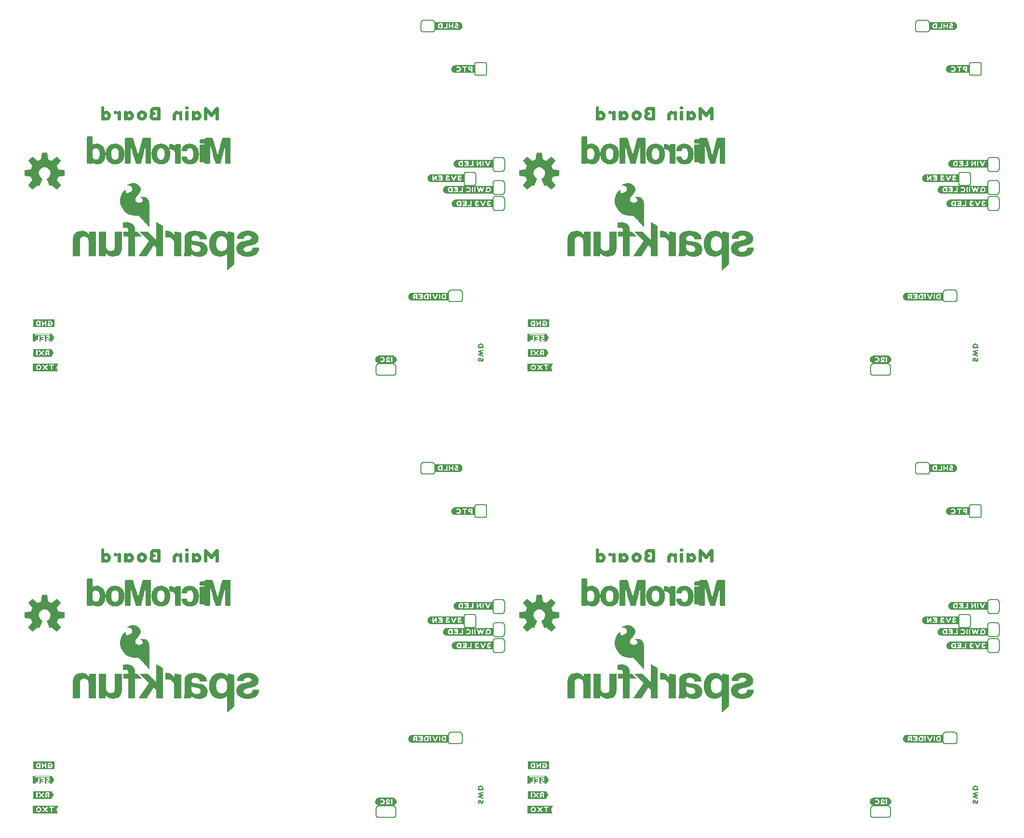
<source format=gbo>
G04 EAGLE Gerber RS-274X export*
G75*
%MOMM*%
%FSLAX34Y34*%
%LPD*%
%INSilkscreen Bottom*%
%IPPOS*%
%AMOC8*
5,1,8,0,0,1.08239X$1,22.5*%
G01*
%ADD10C,0.152400*%
%ADD11C,0.203200*%

G36*
X62273Y1190886D02*
X62273Y1190886D01*
X62381Y1190896D01*
X62394Y1190902D01*
X62408Y1190904D01*
X62505Y1190952D01*
X62604Y1190997D01*
X62617Y1191008D01*
X62626Y1191012D01*
X62641Y1191028D01*
X62718Y1191090D01*
X68750Y1197122D01*
X68800Y1197193D01*
X68805Y1197198D01*
X68807Y1197201D01*
X68813Y1197210D01*
X68879Y1197296D01*
X68884Y1197309D01*
X68892Y1197321D01*
X68923Y1197424D01*
X68959Y1197527D01*
X68959Y1197541D01*
X68963Y1197554D01*
X68959Y1197662D01*
X68960Y1197771D01*
X68955Y1197784D01*
X68955Y1197798D01*
X68917Y1197900D01*
X68882Y1198002D01*
X68873Y1198017D01*
X68869Y1198026D01*
X68855Y1198043D01*
X68801Y1198125D01*
X61947Y1206531D01*
X62985Y1208417D01*
X62993Y1208439D01*
X63021Y1208491D01*
X64038Y1210947D01*
X64044Y1210970D01*
X64066Y1211025D01*
X64665Y1213093D01*
X75455Y1214190D01*
X75559Y1214218D01*
X75665Y1214243D01*
X75677Y1214250D01*
X75690Y1214253D01*
X75780Y1214314D01*
X75873Y1214371D01*
X75881Y1214382D01*
X75893Y1214390D01*
X75959Y1214476D01*
X76028Y1214560D01*
X76032Y1214573D01*
X76041Y1214584D01*
X76075Y1214687D01*
X76114Y1214788D01*
X76115Y1214806D01*
X76119Y1214815D01*
X76119Y1214837D01*
X76128Y1214935D01*
X76128Y1223465D01*
X76111Y1223572D01*
X76097Y1223680D01*
X76091Y1223692D01*
X76089Y1223706D01*
X76037Y1223802D01*
X75990Y1223899D01*
X75980Y1223909D01*
X75974Y1223921D01*
X75894Y1223995D01*
X75818Y1224072D01*
X75806Y1224078D01*
X75796Y1224088D01*
X75697Y1224133D01*
X75600Y1224181D01*
X75582Y1224185D01*
X75573Y1224189D01*
X75552Y1224191D01*
X75455Y1224210D01*
X64665Y1225307D01*
X64066Y1227375D01*
X64055Y1227396D01*
X64038Y1227453D01*
X63021Y1229909D01*
X63008Y1229929D01*
X62985Y1229983D01*
X61947Y1231869D01*
X68801Y1240275D01*
X68855Y1240369D01*
X68912Y1240461D01*
X68915Y1240474D01*
X68922Y1240486D01*
X68943Y1240593D01*
X68968Y1240698D01*
X68966Y1240712D01*
X68969Y1240726D01*
X68954Y1240833D01*
X68944Y1240941D01*
X68938Y1240954D01*
X68936Y1240968D01*
X68888Y1241065D01*
X68843Y1241164D01*
X68832Y1241177D01*
X68828Y1241186D01*
X68812Y1241201D01*
X68750Y1241278D01*
X62718Y1247310D01*
X62630Y1247373D01*
X62544Y1247439D01*
X62531Y1247444D01*
X62519Y1247452D01*
X62416Y1247483D01*
X62313Y1247519D01*
X62299Y1247519D01*
X62286Y1247523D01*
X62178Y1247519D01*
X62069Y1247520D01*
X62056Y1247515D01*
X62042Y1247515D01*
X61940Y1247477D01*
X61838Y1247442D01*
X61823Y1247433D01*
X61814Y1247429D01*
X61797Y1247415D01*
X61715Y1247361D01*
X53309Y1240507D01*
X51423Y1241545D01*
X51401Y1241553D01*
X51349Y1241581D01*
X48893Y1242598D01*
X48870Y1242604D01*
X48815Y1242626D01*
X46747Y1243225D01*
X45650Y1254015D01*
X45622Y1254119D01*
X45597Y1254225D01*
X45590Y1254237D01*
X45587Y1254250D01*
X45526Y1254340D01*
X45469Y1254433D01*
X45458Y1254441D01*
X45450Y1254453D01*
X45364Y1254519D01*
X45280Y1254588D01*
X45267Y1254592D01*
X45256Y1254601D01*
X45153Y1254635D01*
X45052Y1254674D01*
X45034Y1254675D01*
X45025Y1254679D01*
X45003Y1254679D01*
X44905Y1254688D01*
X36375Y1254688D01*
X36268Y1254671D01*
X36160Y1254657D01*
X36148Y1254651D01*
X36134Y1254649D01*
X36038Y1254597D01*
X35941Y1254550D01*
X35931Y1254540D01*
X35919Y1254534D01*
X35845Y1254454D01*
X35768Y1254378D01*
X35762Y1254366D01*
X35752Y1254356D01*
X35707Y1254257D01*
X35659Y1254160D01*
X35655Y1254142D01*
X35651Y1254133D01*
X35649Y1254112D01*
X35630Y1254015D01*
X34533Y1243225D01*
X32465Y1242626D01*
X32444Y1242615D01*
X32387Y1242598D01*
X29931Y1241581D01*
X29911Y1241568D01*
X29857Y1241545D01*
X27971Y1240507D01*
X19565Y1247361D01*
X19471Y1247415D01*
X19379Y1247472D01*
X19366Y1247475D01*
X19354Y1247482D01*
X19247Y1247503D01*
X19142Y1247528D01*
X19128Y1247526D01*
X19114Y1247529D01*
X19007Y1247514D01*
X18899Y1247504D01*
X18886Y1247498D01*
X18873Y1247496D01*
X18775Y1247448D01*
X18676Y1247403D01*
X18663Y1247392D01*
X18654Y1247388D01*
X18639Y1247372D01*
X18562Y1247310D01*
X12530Y1241278D01*
X12467Y1241190D01*
X12401Y1241104D01*
X12396Y1241091D01*
X12388Y1241079D01*
X12357Y1240976D01*
X12321Y1240873D01*
X12321Y1240859D01*
X12317Y1240846D01*
X12321Y1240738D01*
X12320Y1240629D01*
X12325Y1240616D01*
X12325Y1240602D01*
X12363Y1240500D01*
X12398Y1240398D01*
X12407Y1240383D01*
X12411Y1240374D01*
X12425Y1240357D01*
X12479Y1240275D01*
X19333Y1231869D01*
X18295Y1229983D01*
X18287Y1229961D01*
X18259Y1229909D01*
X17242Y1227453D01*
X17236Y1227430D01*
X17214Y1227375D01*
X16615Y1225307D01*
X5825Y1224210D01*
X5721Y1224182D01*
X5615Y1224157D01*
X5603Y1224150D01*
X5590Y1224147D01*
X5500Y1224086D01*
X5407Y1224029D01*
X5399Y1224018D01*
X5387Y1224010D01*
X5321Y1223924D01*
X5253Y1223840D01*
X5248Y1223827D01*
X5239Y1223816D01*
X5205Y1223713D01*
X5166Y1223612D01*
X5165Y1223594D01*
X5161Y1223585D01*
X5162Y1223563D01*
X5152Y1223465D01*
X5152Y1214935D01*
X5169Y1214828D01*
X5183Y1214720D01*
X5189Y1214708D01*
X5191Y1214694D01*
X5243Y1214598D01*
X5290Y1214501D01*
X5300Y1214491D01*
X5306Y1214479D01*
X5386Y1214405D01*
X5462Y1214328D01*
X5474Y1214322D01*
X5485Y1214312D01*
X5583Y1214267D01*
X5680Y1214219D01*
X5698Y1214215D01*
X5707Y1214211D01*
X5728Y1214209D01*
X5825Y1214190D01*
X16615Y1213093D01*
X17214Y1211025D01*
X17225Y1211004D01*
X17242Y1210947D01*
X18259Y1208491D01*
X18272Y1208471D01*
X18295Y1208417D01*
X19333Y1206531D01*
X12479Y1198125D01*
X12425Y1198031D01*
X12368Y1197939D01*
X12365Y1197926D01*
X12358Y1197914D01*
X12337Y1197807D01*
X12312Y1197702D01*
X12314Y1197688D01*
X12311Y1197674D01*
X12326Y1197567D01*
X12336Y1197459D01*
X12342Y1197446D01*
X12344Y1197433D01*
X12392Y1197335D01*
X12437Y1197236D01*
X12448Y1197223D01*
X12452Y1197214D01*
X12468Y1197199D01*
X12530Y1197122D01*
X18562Y1191090D01*
X18650Y1191027D01*
X18736Y1190961D01*
X18749Y1190956D01*
X18761Y1190948D01*
X18864Y1190917D01*
X18967Y1190881D01*
X18981Y1190881D01*
X18994Y1190877D01*
X19102Y1190881D01*
X19211Y1190880D01*
X19224Y1190885D01*
X19238Y1190885D01*
X19340Y1190923D01*
X19442Y1190958D01*
X19457Y1190967D01*
X19466Y1190971D01*
X19483Y1190985D01*
X19565Y1191039D01*
X27965Y1197888D01*
X29252Y1197156D01*
X29271Y1197149D01*
X29307Y1197128D01*
X31116Y1196289D01*
X31154Y1196279D01*
X31190Y1196260D01*
X31271Y1196246D01*
X31351Y1196224D01*
X31391Y1196226D01*
X31430Y1196220D01*
X31512Y1196233D01*
X31595Y1196238D01*
X31632Y1196253D01*
X31671Y1196259D01*
X31744Y1196298D01*
X31821Y1196329D01*
X31851Y1196355D01*
X31887Y1196374D01*
X31943Y1196434D01*
X32006Y1196488D01*
X32026Y1196523D01*
X32054Y1196552D01*
X32123Y1196682D01*
X37146Y1208808D01*
X37171Y1208917D01*
X37200Y1209024D01*
X37199Y1209035D01*
X37202Y1209046D01*
X37191Y1209156D01*
X37183Y1209268D01*
X37179Y1209278D01*
X37178Y1209289D01*
X37132Y1209390D01*
X37089Y1209493D01*
X37082Y1209501D01*
X37077Y1209511D01*
X37001Y1209592D01*
X36928Y1209676D01*
X36916Y1209683D01*
X36910Y1209689D01*
X36893Y1209698D01*
X36804Y1209757D01*
X35054Y1210684D01*
X33562Y1211876D01*
X32319Y1213327D01*
X31369Y1214984D01*
X30744Y1216789D01*
X30468Y1218679D01*
X30550Y1220587D01*
X30986Y1222447D01*
X31762Y1224192D01*
X32851Y1225762D01*
X34213Y1227101D01*
X35801Y1228162D01*
X37559Y1228908D01*
X39426Y1229313D01*
X41335Y1229361D01*
X43220Y1229053D01*
X45015Y1228398D01*
X46655Y1227419D01*
X48084Y1226152D01*
X49251Y1224640D01*
X50115Y1222937D01*
X50646Y1221102D01*
X50826Y1219196D01*
X50682Y1217494D01*
X50255Y1215836D01*
X49555Y1214273D01*
X49216Y1213765D01*
X48715Y1213016D01*
X48715Y1213015D01*
X48604Y1212849D01*
X47428Y1211605D01*
X46060Y1210576D01*
X44482Y1209761D01*
X44390Y1209692D01*
X44297Y1209625D01*
X44292Y1209619D01*
X44286Y1209615D01*
X44221Y1209520D01*
X44154Y1209427D01*
X44152Y1209420D01*
X44148Y1209414D01*
X44117Y1209303D01*
X44083Y1209194D01*
X44083Y1209186D01*
X44082Y1209179D01*
X44087Y1209065D01*
X44091Y1208950D01*
X44094Y1208941D01*
X44094Y1208936D01*
X44100Y1208921D01*
X44134Y1208808D01*
X49157Y1196682D01*
X49178Y1196648D01*
X49191Y1196611D01*
X49242Y1196545D01*
X49286Y1196475D01*
X49317Y1196450D01*
X49341Y1196418D01*
X49410Y1196373D01*
X49474Y1196320D01*
X49512Y1196306D01*
X49545Y1196284D01*
X49625Y1196263D01*
X49703Y1196234D01*
X49743Y1196233D01*
X49781Y1196223D01*
X49864Y1196229D01*
X49946Y1196226D01*
X49985Y1196238D01*
X50025Y1196241D01*
X50164Y1196289D01*
X51973Y1197128D01*
X51989Y1197139D01*
X52028Y1197156D01*
X53315Y1197888D01*
X61715Y1191039D01*
X61809Y1190985D01*
X61901Y1190928D01*
X61914Y1190925D01*
X61926Y1190918D01*
X62033Y1190897D01*
X62138Y1190872D01*
X62152Y1190874D01*
X62166Y1190871D01*
X62273Y1190886D01*
G37*
G36*
X930953Y1190886D02*
X930953Y1190886D01*
X931061Y1190896D01*
X931074Y1190902D01*
X931088Y1190904D01*
X931185Y1190952D01*
X931284Y1190997D01*
X931297Y1191008D01*
X931306Y1191012D01*
X931321Y1191028D01*
X931398Y1191090D01*
X937430Y1197122D01*
X937480Y1197193D01*
X937485Y1197198D01*
X937487Y1197201D01*
X937493Y1197210D01*
X937559Y1197296D01*
X937564Y1197309D01*
X937572Y1197321D01*
X937603Y1197424D01*
X937639Y1197527D01*
X937639Y1197541D01*
X937643Y1197554D01*
X937639Y1197662D01*
X937640Y1197771D01*
X937635Y1197784D01*
X937635Y1197798D01*
X937597Y1197900D01*
X937562Y1198002D01*
X937553Y1198017D01*
X937549Y1198026D01*
X937535Y1198043D01*
X937481Y1198125D01*
X930627Y1206531D01*
X931665Y1208417D01*
X931673Y1208439D01*
X931701Y1208491D01*
X932718Y1210947D01*
X932724Y1210970D01*
X932746Y1211025D01*
X933345Y1213093D01*
X944135Y1214190D01*
X944239Y1214218D01*
X944345Y1214243D01*
X944357Y1214250D01*
X944370Y1214253D01*
X944460Y1214314D01*
X944553Y1214371D01*
X944561Y1214382D01*
X944573Y1214390D01*
X944639Y1214476D01*
X944708Y1214560D01*
X944712Y1214573D01*
X944721Y1214584D01*
X944755Y1214687D01*
X944794Y1214788D01*
X944795Y1214806D01*
X944799Y1214815D01*
X944799Y1214837D01*
X944808Y1214935D01*
X944808Y1223465D01*
X944791Y1223572D01*
X944777Y1223680D01*
X944771Y1223692D01*
X944769Y1223706D01*
X944717Y1223802D01*
X944670Y1223899D01*
X944660Y1223909D01*
X944654Y1223921D01*
X944574Y1223995D01*
X944498Y1224072D01*
X944486Y1224078D01*
X944476Y1224088D01*
X944377Y1224133D01*
X944280Y1224181D01*
X944262Y1224185D01*
X944253Y1224189D01*
X944232Y1224191D01*
X944135Y1224210D01*
X933345Y1225307D01*
X932746Y1227375D01*
X932735Y1227396D01*
X932718Y1227453D01*
X931701Y1229909D01*
X931688Y1229929D01*
X931665Y1229983D01*
X930627Y1231869D01*
X937481Y1240275D01*
X937535Y1240369D01*
X937592Y1240461D01*
X937595Y1240474D01*
X937602Y1240486D01*
X937623Y1240593D01*
X937648Y1240698D01*
X937646Y1240712D01*
X937649Y1240726D01*
X937634Y1240833D01*
X937624Y1240941D01*
X937618Y1240954D01*
X937616Y1240968D01*
X937568Y1241065D01*
X937523Y1241164D01*
X937512Y1241177D01*
X937508Y1241186D01*
X937492Y1241201D01*
X937430Y1241278D01*
X931398Y1247310D01*
X931310Y1247373D01*
X931224Y1247439D01*
X931211Y1247444D01*
X931199Y1247452D01*
X931096Y1247483D01*
X930993Y1247519D01*
X930979Y1247519D01*
X930966Y1247523D01*
X930858Y1247519D01*
X930749Y1247520D01*
X930736Y1247515D01*
X930722Y1247515D01*
X930620Y1247477D01*
X930518Y1247442D01*
X930503Y1247433D01*
X930494Y1247429D01*
X930477Y1247415D01*
X930395Y1247361D01*
X921989Y1240507D01*
X920103Y1241545D01*
X920081Y1241553D01*
X920029Y1241581D01*
X917573Y1242598D01*
X917550Y1242604D01*
X917495Y1242626D01*
X915427Y1243225D01*
X914330Y1254015D01*
X914302Y1254119D01*
X914277Y1254225D01*
X914270Y1254237D01*
X914267Y1254250D01*
X914206Y1254340D01*
X914149Y1254433D01*
X914138Y1254441D01*
X914130Y1254453D01*
X914044Y1254519D01*
X913960Y1254588D01*
X913947Y1254592D01*
X913936Y1254601D01*
X913833Y1254635D01*
X913732Y1254674D01*
X913714Y1254675D01*
X913705Y1254679D01*
X913683Y1254679D01*
X913585Y1254688D01*
X905055Y1254688D01*
X904948Y1254671D01*
X904840Y1254657D01*
X904828Y1254651D01*
X904814Y1254649D01*
X904718Y1254597D01*
X904621Y1254550D01*
X904611Y1254540D01*
X904599Y1254534D01*
X904525Y1254454D01*
X904448Y1254378D01*
X904442Y1254366D01*
X904432Y1254356D01*
X904387Y1254257D01*
X904339Y1254160D01*
X904335Y1254142D01*
X904331Y1254133D01*
X904329Y1254112D01*
X904310Y1254015D01*
X903213Y1243225D01*
X901145Y1242626D01*
X901124Y1242615D01*
X901067Y1242598D01*
X898611Y1241581D01*
X898591Y1241568D01*
X898537Y1241545D01*
X896651Y1240507D01*
X888245Y1247361D01*
X888151Y1247415D01*
X888059Y1247472D01*
X888046Y1247475D01*
X888034Y1247482D01*
X887927Y1247503D01*
X887822Y1247528D01*
X887808Y1247526D01*
X887794Y1247529D01*
X887687Y1247514D01*
X887579Y1247504D01*
X887566Y1247498D01*
X887553Y1247496D01*
X887455Y1247448D01*
X887356Y1247403D01*
X887343Y1247392D01*
X887334Y1247388D01*
X887319Y1247372D01*
X887242Y1247310D01*
X881210Y1241278D01*
X881147Y1241190D01*
X881081Y1241104D01*
X881076Y1241091D01*
X881068Y1241079D01*
X881037Y1240976D01*
X881001Y1240873D01*
X881001Y1240859D01*
X880997Y1240846D01*
X881001Y1240738D01*
X881000Y1240629D01*
X881005Y1240616D01*
X881005Y1240602D01*
X881043Y1240500D01*
X881078Y1240398D01*
X881087Y1240383D01*
X881091Y1240374D01*
X881105Y1240357D01*
X881159Y1240275D01*
X888013Y1231869D01*
X886975Y1229983D01*
X886967Y1229961D01*
X886939Y1229909D01*
X885922Y1227453D01*
X885916Y1227430D01*
X885894Y1227375D01*
X885295Y1225307D01*
X874505Y1224210D01*
X874401Y1224182D01*
X874295Y1224157D01*
X874283Y1224150D01*
X874270Y1224147D01*
X874180Y1224086D01*
X874087Y1224029D01*
X874079Y1224018D01*
X874067Y1224010D01*
X874001Y1223924D01*
X873933Y1223840D01*
X873928Y1223827D01*
X873919Y1223816D01*
X873885Y1223713D01*
X873846Y1223612D01*
X873845Y1223594D01*
X873841Y1223585D01*
X873842Y1223563D01*
X873832Y1223465D01*
X873832Y1214935D01*
X873849Y1214828D01*
X873863Y1214720D01*
X873869Y1214708D01*
X873871Y1214694D01*
X873923Y1214598D01*
X873970Y1214501D01*
X873980Y1214491D01*
X873986Y1214479D01*
X874066Y1214405D01*
X874142Y1214328D01*
X874154Y1214322D01*
X874165Y1214312D01*
X874263Y1214267D01*
X874360Y1214219D01*
X874378Y1214215D01*
X874387Y1214211D01*
X874408Y1214209D01*
X874505Y1214190D01*
X885295Y1213093D01*
X885894Y1211025D01*
X885905Y1211004D01*
X885922Y1210947D01*
X886939Y1208491D01*
X886952Y1208471D01*
X886975Y1208417D01*
X888013Y1206531D01*
X881159Y1198125D01*
X881105Y1198031D01*
X881048Y1197939D01*
X881045Y1197926D01*
X881038Y1197914D01*
X881017Y1197807D01*
X880992Y1197702D01*
X880994Y1197688D01*
X880991Y1197674D01*
X881006Y1197567D01*
X881016Y1197459D01*
X881022Y1197446D01*
X881024Y1197433D01*
X881072Y1197335D01*
X881117Y1197236D01*
X881128Y1197223D01*
X881132Y1197214D01*
X881148Y1197199D01*
X881210Y1197122D01*
X887242Y1191090D01*
X887330Y1191027D01*
X887416Y1190961D01*
X887429Y1190956D01*
X887441Y1190948D01*
X887544Y1190917D01*
X887647Y1190881D01*
X887661Y1190881D01*
X887674Y1190877D01*
X887782Y1190881D01*
X887891Y1190880D01*
X887904Y1190885D01*
X887918Y1190885D01*
X888020Y1190923D01*
X888122Y1190958D01*
X888137Y1190967D01*
X888146Y1190971D01*
X888163Y1190985D01*
X888245Y1191039D01*
X896645Y1197888D01*
X897932Y1197156D01*
X897951Y1197149D01*
X897987Y1197128D01*
X899796Y1196289D01*
X899834Y1196279D01*
X899870Y1196260D01*
X899951Y1196246D01*
X900031Y1196224D01*
X900071Y1196226D01*
X900110Y1196220D01*
X900192Y1196233D01*
X900275Y1196238D01*
X900312Y1196253D01*
X900351Y1196259D01*
X900424Y1196298D01*
X900501Y1196329D01*
X900531Y1196355D01*
X900567Y1196374D01*
X900623Y1196434D01*
X900686Y1196488D01*
X900706Y1196523D01*
X900734Y1196552D01*
X900803Y1196682D01*
X905826Y1208808D01*
X905851Y1208917D01*
X905880Y1209024D01*
X905879Y1209035D01*
X905882Y1209046D01*
X905871Y1209156D01*
X905863Y1209268D01*
X905859Y1209278D01*
X905858Y1209289D01*
X905812Y1209390D01*
X905769Y1209493D01*
X905762Y1209501D01*
X905757Y1209511D01*
X905681Y1209592D01*
X905608Y1209676D01*
X905596Y1209683D01*
X905590Y1209689D01*
X905573Y1209698D01*
X905484Y1209757D01*
X903734Y1210684D01*
X902242Y1211876D01*
X900999Y1213327D01*
X900049Y1214984D01*
X899424Y1216789D01*
X899148Y1218679D01*
X899230Y1220587D01*
X899666Y1222447D01*
X900442Y1224192D01*
X901531Y1225762D01*
X902893Y1227101D01*
X904481Y1228162D01*
X906239Y1228908D01*
X908106Y1229313D01*
X910015Y1229361D01*
X911900Y1229053D01*
X913695Y1228398D01*
X915335Y1227419D01*
X916764Y1226152D01*
X917931Y1224640D01*
X918795Y1222937D01*
X919326Y1221102D01*
X919506Y1219196D01*
X919362Y1217494D01*
X918935Y1215836D01*
X918235Y1214273D01*
X917896Y1213765D01*
X917395Y1213016D01*
X917395Y1213015D01*
X917284Y1212849D01*
X916108Y1211605D01*
X914740Y1210576D01*
X913162Y1209761D01*
X913070Y1209692D01*
X912977Y1209625D01*
X912972Y1209619D01*
X912966Y1209615D01*
X912901Y1209520D01*
X912834Y1209427D01*
X912832Y1209420D01*
X912828Y1209414D01*
X912797Y1209303D01*
X912763Y1209194D01*
X912763Y1209186D01*
X912762Y1209179D01*
X912767Y1209065D01*
X912771Y1208950D01*
X912774Y1208941D01*
X912774Y1208936D01*
X912780Y1208921D01*
X912814Y1208808D01*
X917837Y1196682D01*
X917858Y1196648D01*
X917871Y1196611D01*
X917922Y1196545D01*
X917966Y1196475D01*
X917997Y1196450D01*
X918021Y1196418D01*
X918090Y1196373D01*
X918154Y1196320D01*
X918192Y1196306D01*
X918225Y1196284D01*
X918305Y1196263D01*
X918383Y1196234D01*
X918423Y1196233D01*
X918461Y1196223D01*
X918544Y1196229D01*
X918626Y1196226D01*
X918665Y1196238D01*
X918705Y1196241D01*
X918844Y1196289D01*
X920653Y1197128D01*
X920669Y1197139D01*
X920708Y1197156D01*
X921995Y1197888D01*
X930395Y1191039D01*
X930489Y1190985D01*
X930581Y1190928D01*
X930594Y1190925D01*
X930606Y1190918D01*
X930713Y1190897D01*
X930818Y1190872D01*
X930832Y1190874D01*
X930846Y1190871D01*
X930953Y1190886D01*
G37*
G36*
X62273Y413646D02*
X62273Y413646D01*
X62381Y413656D01*
X62394Y413662D01*
X62408Y413664D01*
X62505Y413712D01*
X62604Y413757D01*
X62617Y413768D01*
X62626Y413772D01*
X62641Y413788D01*
X62718Y413850D01*
X68750Y419882D01*
X68800Y419953D01*
X68805Y419958D01*
X68807Y419961D01*
X68813Y419970D01*
X68879Y420056D01*
X68884Y420069D01*
X68892Y420081D01*
X68923Y420184D01*
X68959Y420287D01*
X68959Y420301D01*
X68963Y420314D01*
X68959Y420422D01*
X68960Y420531D01*
X68955Y420544D01*
X68955Y420558D01*
X68917Y420660D01*
X68882Y420762D01*
X68873Y420777D01*
X68869Y420786D01*
X68855Y420803D01*
X68801Y420885D01*
X61947Y429291D01*
X62985Y431177D01*
X62993Y431199D01*
X63021Y431251D01*
X64038Y433707D01*
X64044Y433730D01*
X64066Y433785D01*
X64665Y435853D01*
X75455Y436950D01*
X75559Y436978D01*
X75665Y437003D01*
X75677Y437010D01*
X75690Y437013D01*
X75780Y437074D01*
X75873Y437131D01*
X75881Y437142D01*
X75893Y437150D01*
X75959Y437236D01*
X76028Y437320D01*
X76032Y437333D01*
X76041Y437344D01*
X76075Y437447D01*
X76114Y437548D01*
X76115Y437566D01*
X76119Y437575D01*
X76119Y437597D01*
X76128Y437695D01*
X76128Y446225D01*
X76111Y446332D01*
X76097Y446440D01*
X76091Y446452D01*
X76089Y446466D01*
X76037Y446562D01*
X75990Y446659D01*
X75980Y446669D01*
X75974Y446681D01*
X75894Y446755D01*
X75818Y446832D01*
X75806Y446838D01*
X75796Y446848D01*
X75697Y446893D01*
X75600Y446941D01*
X75582Y446945D01*
X75573Y446949D01*
X75552Y446951D01*
X75455Y446970D01*
X64665Y448067D01*
X64066Y450135D01*
X64055Y450156D01*
X64038Y450213D01*
X63021Y452669D01*
X63008Y452689D01*
X62985Y452743D01*
X61947Y454629D01*
X68801Y463035D01*
X68855Y463129D01*
X68912Y463221D01*
X68915Y463234D01*
X68922Y463246D01*
X68943Y463353D01*
X68968Y463458D01*
X68966Y463472D01*
X68969Y463486D01*
X68954Y463593D01*
X68944Y463701D01*
X68938Y463714D01*
X68936Y463728D01*
X68888Y463825D01*
X68843Y463924D01*
X68832Y463937D01*
X68828Y463946D01*
X68812Y463961D01*
X68750Y464038D01*
X62718Y470070D01*
X62630Y470133D01*
X62544Y470199D01*
X62531Y470204D01*
X62519Y470212D01*
X62416Y470243D01*
X62313Y470279D01*
X62299Y470279D01*
X62286Y470283D01*
X62178Y470279D01*
X62069Y470280D01*
X62056Y470275D01*
X62042Y470275D01*
X61940Y470237D01*
X61838Y470202D01*
X61823Y470193D01*
X61814Y470189D01*
X61797Y470175D01*
X61715Y470121D01*
X53309Y463267D01*
X51423Y464305D01*
X51401Y464313D01*
X51349Y464341D01*
X48893Y465358D01*
X48870Y465364D01*
X48815Y465386D01*
X46747Y465985D01*
X45650Y476775D01*
X45622Y476879D01*
X45597Y476985D01*
X45590Y476997D01*
X45587Y477010D01*
X45526Y477100D01*
X45469Y477193D01*
X45458Y477201D01*
X45450Y477213D01*
X45364Y477279D01*
X45280Y477348D01*
X45267Y477352D01*
X45256Y477361D01*
X45153Y477395D01*
X45052Y477434D01*
X45034Y477435D01*
X45025Y477439D01*
X45003Y477439D01*
X44905Y477448D01*
X36375Y477448D01*
X36268Y477431D01*
X36160Y477417D01*
X36148Y477411D01*
X36134Y477409D01*
X36038Y477357D01*
X35941Y477310D01*
X35931Y477300D01*
X35919Y477294D01*
X35845Y477214D01*
X35768Y477138D01*
X35762Y477126D01*
X35752Y477116D01*
X35707Y477017D01*
X35659Y476920D01*
X35655Y476902D01*
X35651Y476893D01*
X35649Y476872D01*
X35630Y476775D01*
X34533Y465985D01*
X32465Y465386D01*
X32444Y465375D01*
X32387Y465358D01*
X29931Y464341D01*
X29911Y464328D01*
X29857Y464305D01*
X27971Y463267D01*
X19565Y470121D01*
X19471Y470175D01*
X19379Y470232D01*
X19366Y470235D01*
X19354Y470242D01*
X19247Y470263D01*
X19142Y470288D01*
X19128Y470286D01*
X19114Y470289D01*
X19007Y470274D01*
X18899Y470264D01*
X18886Y470258D01*
X18873Y470256D01*
X18775Y470208D01*
X18676Y470163D01*
X18663Y470152D01*
X18654Y470148D01*
X18639Y470132D01*
X18562Y470070D01*
X12530Y464038D01*
X12467Y463950D01*
X12401Y463864D01*
X12396Y463851D01*
X12388Y463839D01*
X12357Y463736D01*
X12321Y463633D01*
X12321Y463619D01*
X12317Y463606D01*
X12321Y463498D01*
X12320Y463389D01*
X12325Y463376D01*
X12325Y463362D01*
X12363Y463260D01*
X12398Y463158D01*
X12407Y463143D01*
X12411Y463134D01*
X12425Y463117D01*
X12479Y463035D01*
X19333Y454629D01*
X18295Y452743D01*
X18287Y452721D01*
X18259Y452669D01*
X17242Y450213D01*
X17236Y450190D01*
X17214Y450135D01*
X16615Y448067D01*
X5825Y446970D01*
X5721Y446942D01*
X5615Y446917D01*
X5603Y446910D01*
X5590Y446907D01*
X5500Y446846D01*
X5407Y446789D01*
X5399Y446778D01*
X5387Y446770D01*
X5321Y446684D01*
X5253Y446600D01*
X5248Y446587D01*
X5239Y446576D01*
X5205Y446473D01*
X5166Y446372D01*
X5165Y446354D01*
X5161Y446345D01*
X5162Y446323D01*
X5152Y446225D01*
X5152Y437695D01*
X5169Y437588D01*
X5183Y437480D01*
X5189Y437468D01*
X5191Y437454D01*
X5243Y437358D01*
X5290Y437261D01*
X5300Y437251D01*
X5306Y437239D01*
X5386Y437165D01*
X5462Y437088D01*
X5474Y437082D01*
X5485Y437072D01*
X5583Y437027D01*
X5680Y436979D01*
X5698Y436975D01*
X5707Y436971D01*
X5728Y436969D01*
X5825Y436950D01*
X16615Y435853D01*
X17214Y433785D01*
X17225Y433764D01*
X17242Y433707D01*
X18259Y431251D01*
X18272Y431231D01*
X18295Y431177D01*
X19333Y429291D01*
X12479Y420885D01*
X12425Y420791D01*
X12368Y420699D01*
X12365Y420686D01*
X12358Y420674D01*
X12337Y420567D01*
X12312Y420462D01*
X12314Y420448D01*
X12311Y420434D01*
X12326Y420327D01*
X12336Y420219D01*
X12342Y420206D01*
X12344Y420193D01*
X12392Y420095D01*
X12437Y419996D01*
X12448Y419983D01*
X12452Y419974D01*
X12468Y419959D01*
X12530Y419882D01*
X18562Y413850D01*
X18650Y413787D01*
X18736Y413721D01*
X18749Y413716D01*
X18761Y413708D01*
X18864Y413677D01*
X18967Y413641D01*
X18981Y413641D01*
X18994Y413637D01*
X19102Y413641D01*
X19211Y413640D01*
X19224Y413645D01*
X19238Y413645D01*
X19340Y413683D01*
X19442Y413718D01*
X19457Y413727D01*
X19466Y413731D01*
X19483Y413745D01*
X19565Y413799D01*
X27965Y420648D01*
X29252Y419916D01*
X29271Y419909D01*
X29307Y419888D01*
X31116Y419049D01*
X31154Y419039D01*
X31190Y419020D01*
X31271Y419006D01*
X31351Y418984D01*
X31391Y418986D01*
X31430Y418980D01*
X31512Y418993D01*
X31595Y418998D01*
X31632Y419013D01*
X31671Y419019D01*
X31744Y419058D01*
X31821Y419089D01*
X31851Y419115D01*
X31887Y419134D01*
X31943Y419194D01*
X32006Y419248D01*
X32026Y419283D01*
X32054Y419312D01*
X32123Y419442D01*
X37146Y431568D01*
X37171Y431677D01*
X37200Y431784D01*
X37199Y431795D01*
X37202Y431806D01*
X37191Y431916D01*
X37183Y432028D01*
X37179Y432038D01*
X37178Y432049D01*
X37132Y432150D01*
X37089Y432253D01*
X37082Y432261D01*
X37077Y432271D01*
X37001Y432352D01*
X36928Y432436D01*
X36916Y432443D01*
X36910Y432449D01*
X36893Y432458D01*
X36804Y432517D01*
X35054Y433444D01*
X33562Y434636D01*
X32319Y436087D01*
X31369Y437744D01*
X30744Y439549D01*
X30468Y441439D01*
X30550Y443347D01*
X30986Y445207D01*
X31762Y446952D01*
X32851Y448522D01*
X34213Y449861D01*
X35801Y450922D01*
X37559Y451668D01*
X39426Y452073D01*
X41335Y452121D01*
X43220Y451813D01*
X45015Y451158D01*
X46655Y450179D01*
X48084Y448912D01*
X49251Y447400D01*
X50115Y445697D01*
X50646Y443862D01*
X50826Y441956D01*
X50682Y440254D01*
X50255Y438596D01*
X49555Y437033D01*
X49216Y436525D01*
X48715Y435776D01*
X48715Y435775D01*
X48604Y435609D01*
X47428Y434365D01*
X46060Y433336D01*
X44482Y432521D01*
X44390Y432452D01*
X44297Y432385D01*
X44292Y432379D01*
X44286Y432375D01*
X44221Y432280D01*
X44154Y432187D01*
X44152Y432180D01*
X44148Y432174D01*
X44117Y432063D01*
X44083Y431954D01*
X44083Y431946D01*
X44082Y431939D01*
X44087Y431825D01*
X44091Y431710D01*
X44094Y431701D01*
X44094Y431696D01*
X44100Y431681D01*
X44134Y431568D01*
X49157Y419442D01*
X49178Y419408D01*
X49191Y419371D01*
X49242Y419305D01*
X49286Y419235D01*
X49317Y419210D01*
X49341Y419178D01*
X49410Y419133D01*
X49474Y419080D01*
X49512Y419066D01*
X49545Y419044D01*
X49625Y419023D01*
X49703Y418994D01*
X49743Y418993D01*
X49781Y418983D01*
X49864Y418989D01*
X49946Y418986D01*
X49985Y418998D01*
X50025Y419001D01*
X50164Y419049D01*
X51973Y419888D01*
X51989Y419899D01*
X52028Y419916D01*
X53315Y420648D01*
X61715Y413799D01*
X61809Y413745D01*
X61901Y413688D01*
X61914Y413685D01*
X61926Y413678D01*
X62033Y413657D01*
X62138Y413632D01*
X62152Y413634D01*
X62166Y413631D01*
X62273Y413646D01*
G37*
G36*
X930953Y413646D02*
X930953Y413646D01*
X931061Y413656D01*
X931074Y413662D01*
X931088Y413664D01*
X931185Y413712D01*
X931284Y413757D01*
X931297Y413768D01*
X931306Y413772D01*
X931321Y413788D01*
X931398Y413850D01*
X937430Y419882D01*
X937480Y419953D01*
X937485Y419958D01*
X937487Y419961D01*
X937493Y419970D01*
X937559Y420056D01*
X937564Y420069D01*
X937572Y420081D01*
X937603Y420184D01*
X937639Y420287D01*
X937639Y420301D01*
X937643Y420314D01*
X937639Y420422D01*
X937640Y420531D01*
X937635Y420544D01*
X937635Y420558D01*
X937597Y420660D01*
X937562Y420762D01*
X937553Y420777D01*
X937549Y420786D01*
X937535Y420803D01*
X937481Y420885D01*
X930627Y429291D01*
X931665Y431177D01*
X931673Y431199D01*
X931701Y431251D01*
X932718Y433707D01*
X932724Y433730D01*
X932746Y433785D01*
X933345Y435853D01*
X944135Y436950D01*
X944239Y436978D01*
X944345Y437003D01*
X944357Y437010D01*
X944370Y437013D01*
X944460Y437074D01*
X944553Y437131D01*
X944561Y437142D01*
X944573Y437150D01*
X944639Y437236D01*
X944708Y437320D01*
X944712Y437333D01*
X944721Y437344D01*
X944755Y437447D01*
X944794Y437548D01*
X944795Y437566D01*
X944799Y437575D01*
X944799Y437597D01*
X944808Y437695D01*
X944808Y446225D01*
X944791Y446332D01*
X944777Y446440D01*
X944771Y446452D01*
X944769Y446466D01*
X944717Y446562D01*
X944670Y446659D01*
X944660Y446669D01*
X944654Y446681D01*
X944574Y446755D01*
X944498Y446832D01*
X944486Y446838D01*
X944476Y446848D01*
X944377Y446893D01*
X944280Y446941D01*
X944262Y446945D01*
X944253Y446949D01*
X944232Y446951D01*
X944135Y446970D01*
X933345Y448067D01*
X932746Y450135D01*
X932735Y450156D01*
X932718Y450213D01*
X931701Y452669D01*
X931688Y452689D01*
X931665Y452743D01*
X930627Y454629D01*
X937481Y463035D01*
X937535Y463129D01*
X937592Y463221D01*
X937595Y463234D01*
X937602Y463246D01*
X937623Y463353D01*
X937648Y463458D01*
X937646Y463472D01*
X937649Y463486D01*
X937634Y463593D01*
X937624Y463701D01*
X937618Y463714D01*
X937616Y463728D01*
X937568Y463825D01*
X937523Y463924D01*
X937512Y463937D01*
X937508Y463946D01*
X937492Y463961D01*
X937430Y464038D01*
X931398Y470070D01*
X931310Y470133D01*
X931224Y470199D01*
X931211Y470204D01*
X931199Y470212D01*
X931096Y470243D01*
X930993Y470279D01*
X930979Y470279D01*
X930966Y470283D01*
X930858Y470279D01*
X930749Y470280D01*
X930736Y470275D01*
X930722Y470275D01*
X930620Y470237D01*
X930518Y470202D01*
X930503Y470193D01*
X930494Y470189D01*
X930477Y470175D01*
X930395Y470121D01*
X921989Y463267D01*
X920103Y464305D01*
X920081Y464313D01*
X920029Y464341D01*
X917573Y465358D01*
X917550Y465364D01*
X917495Y465386D01*
X915427Y465985D01*
X914330Y476775D01*
X914302Y476879D01*
X914277Y476985D01*
X914270Y476997D01*
X914267Y477010D01*
X914206Y477100D01*
X914149Y477193D01*
X914138Y477201D01*
X914130Y477213D01*
X914044Y477279D01*
X913960Y477348D01*
X913947Y477352D01*
X913936Y477361D01*
X913833Y477395D01*
X913732Y477434D01*
X913714Y477435D01*
X913705Y477439D01*
X913683Y477439D01*
X913585Y477448D01*
X905055Y477448D01*
X904948Y477431D01*
X904840Y477417D01*
X904828Y477411D01*
X904814Y477409D01*
X904718Y477357D01*
X904621Y477310D01*
X904611Y477300D01*
X904599Y477294D01*
X904525Y477214D01*
X904448Y477138D01*
X904442Y477126D01*
X904432Y477116D01*
X904387Y477017D01*
X904339Y476920D01*
X904335Y476902D01*
X904331Y476893D01*
X904329Y476872D01*
X904310Y476775D01*
X903213Y465985D01*
X901145Y465386D01*
X901124Y465375D01*
X901067Y465358D01*
X898611Y464341D01*
X898591Y464328D01*
X898537Y464305D01*
X896651Y463267D01*
X888245Y470121D01*
X888151Y470175D01*
X888059Y470232D01*
X888046Y470235D01*
X888034Y470242D01*
X887927Y470263D01*
X887822Y470288D01*
X887808Y470286D01*
X887794Y470289D01*
X887687Y470274D01*
X887579Y470264D01*
X887566Y470258D01*
X887553Y470256D01*
X887455Y470208D01*
X887356Y470163D01*
X887343Y470152D01*
X887334Y470148D01*
X887319Y470132D01*
X887242Y470070D01*
X881210Y464038D01*
X881147Y463950D01*
X881081Y463864D01*
X881076Y463851D01*
X881068Y463839D01*
X881037Y463736D01*
X881001Y463633D01*
X881001Y463619D01*
X880997Y463606D01*
X881001Y463498D01*
X881000Y463389D01*
X881005Y463376D01*
X881005Y463362D01*
X881043Y463260D01*
X881078Y463158D01*
X881087Y463143D01*
X881091Y463134D01*
X881105Y463117D01*
X881159Y463035D01*
X888013Y454629D01*
X886975Y452743D01*
X886967Y452721D01*
X886939Y452669D01*
X885922Y450213D01*
X885916Y450190D01*
X885894Y450135D01*
X885295Y448067D01*
X874505Y446970D01*
X874401Y446942D01*
X874295Y446917D01*
X874283Y446910D01*
X874270Y446907D01*
X874180Y446846D01*
X874087Y446789D01*
X874079Y446778D01*
X874067Y446770D01*
X874001Y446684D01*
X873933Y446600D01*
X873928Y446587D01*
X873919Y446576D01*
X873885Y446473D01*
X873846Y446372D01*
X873845Y446354D01*
X873841Y446345D01*
X873842Y446323D01*
X873832Y446225D01*
X873832Y437695D01*
X873849Y437588D01*
X873863Y437480D01*
X873869Y437468D01*
X873871Y437454D01*
X873923Y437358D01*
X873970Y437261D01*
X873980Y437251D01*
X873986Y437239D01*
X874066Y437165D01*
X874142Y437088D01*
X874154Y437082D01*
X874165Y437072D01*
X874263Y437027D01*
X874360Y436979D01*
X874378Y436975D01*
X874387Y436971D01*
X874408Y436969D01*
X874505Y436950D01*
X885295Y435853D01*
X885894Y433785D01*
X885905Y433764D01*
X885922Y433707D01*
X886939Y431251D01*
X886952Y431231D01*
X886975Y431177D01*
X888013Y429291D01*
X881159Y420885D01*
X881105Y420791D01*
X881048Y420699D01*
X881045Y420686D01*
X881038Y420674D01*
X881017Y420567D01*
X880992Y420462D01*
X880994Y420448D01*
X880991Y420434D01*
X881006Y420327D01*
X881016Y420219D01*
X881022Y420206D01*
X881024Y420193D01*
X881072Y420095D01*
X881117Y419996D01*
X881128Y419983D01*
X881132Y419974D01*
X881148Y419959D01*
X881210Y419882D01*
X887242Y413850D01*
X887330Y413787D01*
X887416Y413721D01*
X887429Y413716D01*
X887441Y413708D01*
X887544Y413677D01*
X887647Y413641D01*
X887661Y413641D01*
X887674Y413637D01*
X887782Y413641D01*
X887891Y413640D01*
X887904Y413645D01*
X887918Y413645D01*
X888020Y413683D01*
X888122Y413718D01*
X888137Y413727D01*
X888146Y413731D01*
X888163Y413745D01*
X888245Y413799D01*
X896645Y420648D01*
X897932Y419916D01*
X897951Y419909D01*
X897987Y419888D01*
X899796Y419049D01*
X899834Y419039D01*
X899870Y419020D01*
X899951Y419006D01*
X900031Y418984D01*
X900071Y418986D01*
X900110Y418980D01*
X900192Y418993D01*
X900275Y418998D01*
X900312Y419013D01*
X900351Y419019D01*
X900424Y419058D01*
X900501Y419089D01*
X900531Y419115D01*
X900567Y419134D01*
X900623Y419194D01*
X900686Y419248D01*
X900706Y419283D01*
X900734Y419312D01*
X900803Y419442D01*
X905826Y431568D01*
X905851Y431677D01*
X905880Y431784D01*
X905879Y431795D01*
X905882Y431806D01*
X905871Y431916D01*
X905863Y432028D01*
X905859Y432038D01*
X905858Y432049D01*
X905812Y432150D01*
X905769Y432253D01*
X905762Y432261D01*
X905757Y432271D01*
X905681Y432352D01*
X905608Y432436D01*
X905596Y432443D01*
X905590Y432449D01*
X905573Y432458D01*
X905484Y432517D01*
X903734Y433444D01*
X902242Y434636D01*
X900999Y436087D01*
X900049Y437744D01*
X899424Y439549D01*
X899148Y441439D01*
X899230Y443347D01*
X899666Y445207D01*
X900442Y446952D01*
X901531Y448522D01*
X902893Y449861D01*
X904481Y450922D01*
X906239Y451668D01*
X908106Y452073D01*
X910015Y452121D01*
X911900Y451813D01*
X913695Y451158D01*
X915335Y450179D01*
X916764Y448912D01*
X917931Y447400D01*
X918795Y445697D01*
X919326Y443862D01*
X919506Y441956D01*
X919362Y440254D01*
X918935Y438596D01*
X918235Y437033D01*
X917896Y436525D01*
X917395Y435776D01*
X917395Y435775D01*
X917284Y435609D01*
X916108Y434365D01*
X914740Y433336D01*
X913162Y432521D01*
X913070Y432452D01*
X912977Y432385D01*
X912972Y432379D01*
X912966Y432375D01*
X912901Y432280D01*
X912834Y432187D01*
X912832Y432180D01*
X912828Y432174D01*
X912797Y432063D01*
X912763Y431954D01*
X912763Y431946D01*
X912762Y431939D01*
X912767Y431825D01*
X912771Y431710D01*
X912774Y431701D01*
X912774Y431696D01*
X912780Y431681D01*
X912814Y431568D01*
X917837Y419442D01*
X917858Y419408D01*
X917871Y419371D01*
X917922Y419305D01*
X917966Y419235D01*
X917997Y419210D01*
X918021Y419178D01*
X918090Y419133D01*
X918154Y419080D01*
X918192Y419066D01*
X918225Y419044D01*
X918305Y419023D01*
X918383Y418994D01*
X918423Y418993D01*
X918461Y418983D01*
X918544Y418989D01*
X918626Y418986D01*
X918665Y418998D01*
X918705Y419001D01*
X918844Y419049D01*
X920653Y419888D01*
X920669Y419899D01*
X920708Y419916D01*
X921995Y420648D01*
X930395Y413799D01*
X930489Y413745D01*
X930581Y413688D01*
X930594Y413685D01*
X930606Y413678D01*
X930713Y413657D01*
X930818Y413632D01*
X930832Y413634D01*
X930846Y413631D01*
X930953Y413646D01*
G37*
G36*
X1092965Y1124520D02*
X1092965Y1124520D01*
X1092991Y1124521D01*
X1093045Y1124551D01*
X1093103Y1124573D01*
X1093120Y1124592D01*
X1093143Y1124604D01*
X1093178Y1124655D01*
X1093220Y1124700D01*
X1093228Y1124725D01*
X1093243Y1124746D01*
X1093259Y1124830D01*
X1093270Y1124866D01*
X1093268Y1124876D01*
X1093270Y1124888D01*
X1093270Y1166188D01*
X1093264Y1166213D01*
X1093265Y1166248D01*
X1092865Y1168748D01*
X1092858Y1168767D01*
X1092856Y1168792D01*
X1092256Y1170892D01*
X1092240Y1170921D01*
X1092226Y1170966D01*
X1091326Y1172666D01*
X1091304Y1172691D01*
X1091280Y1172734D01*
X1090180Y1174034D01*
X1090163Y1174046D01*
X1090147Y1174068D01*
X1088947Y1175168D01*
X1088923Y1175182D01*
X1088896Y1175208D01*
X1087496Y1176108D01*
X1087478Y1176114D01*
X1087460Y1176128D01*
X1086060Y1176828D01*
X1086034Y1176834D01*
X1086003Y1176851D01*
X1084403Y1177351D01*
X1084375Y1177353D01*
X1084337Y1177365D01*
X1082737Y1177565D01*
X1082728Y1177564D01*
X1082717Y1177567D01*
X1081317Y1177667D01*
X1081292Y1177663D01*
X1081258Y1177667D01*
X1080058Y1177567D01*
X1080040Y1177561D01*
X1080015Y1177561D01*
X1079015Y1177361D01*
X1079008Y1177357D01*
X1078998Y1177357D01*
X1078207Y1177159D01*
X1077715Y1177061D01*
X1077681Y1177045D01*
X1077620Y1177028D01*
X1077449Y1176943D01*
X1077420Y1176928D01*
X1077355Y1176874D01*
X1077289Y1176820D01*
X1077288Y1176818D01*
X1077287Y1176817D01*
X1077253Y1176741D01*
X1077217Y1176662D01*
X1077217Y1176660D01*
X1077216Y1176659D01*
X1077220Y1176574D01*
X1077223Y1176489D01*
X1077224Y1176487D01*
X1077224Y1176486D01*
X1077265Y1176410D01*
X1077305Y1176336D01*
X1077306Y1176335D01*
X1077307Y1176334D01*
X1077317Y1176327D01*
X1077420Y1176248D01*
X1077620Y1176148D01*
X1077653Y1176140D01*
X1077698Y1176119D01*
X1078043Y1176033D01*
X1078494Y1175762D01*
X1078516Y1175755D01*
X1078540Y1175739D01*
X1079202Y1175455D01*
X1080544Y1174497D01*
X1081099Y1173941D01*
X1081547Y1173313D01*
X1081810Y1172526D01*
X1081810Y1171644D01*
X1081539Y1170743D01*
X1080982Y1169814D01*
X1080233Y1168971D01*
X1079197Y1168218D01*
X1077963Y1167648D01*
X1076443Y1167268D01*
X1074149Y1167268D01*
X1072049Y1167936D01*
X1070339Y1168982D01*
X1069129Y1170378D01*
X1068573Y1172138D01*
X1068667Y1174108D01*
X1069520Y1176288D01*
X1071468Y1178528D01*
X1073959Y1181019D01*
X1073970Y1181038D01*
X1073991Y1181056D01*
X1075991Y1183656D01*
X1076002Y1183680D01*
X1076025Y1183708D01*
X1077425Y1186308D01*
X1077434Y1186343D01*
X1077458Y1186393D01*
X1078158Y1189093D01*
X1078159Y1189130D01*
X1078170Y1189188D01*
X1078170Y1191688D01*
X1078161Y1191726D01*
X1078152Y1191804D01*
X1077352Y1194304D01*
X1077332Y1194337D01*
X1077300Y1194408D01*
X1075600Y1196808D01*
X1075573Y1196832D01*
X1075536Y1196878D01*
X1072936Y1199078D01*
X1072904Y1199095D01*
X1072860Y1199128D01*
X1069460Y1200828D01*
X1069424Y1200837D01*
X1069369Y1200860D01*
X1066069Y1201560D01*
X1066033Y1201559D01*
X1065977Y1201568D01*
X1062977Y1201468D01*
X1062945Y1201459D01*
X1062895Y1201456D01*
X1060195Y1200756D01*
X1060177Y1200747D01*
X1060151Y1200742D01*
X1057851Y1199842D01*
X1057833Y1199829D01*
X1057805Y1199820D01*
X1056005Y1198820D01*
X1055990Y1198807D01*
X1055966Y1198796D01*
X1054866Y1197996D01*
X1054865Y1197994D01*
X1054862Y1197992D01*
X1054462Y1197692D01*
X1054428Y1197652D01*
X1054388Y1197619D01*
X1054373Y1197586D01*
X1054351Y1197559D01*
X1054338Y1197508D01*
X1054317Y1197460D01*
X1054318Y1197425D01*
X1054310Y1197391D01*
X1054321Y1197340D01*
X1054323Y1197287D01*
X1054340Y1197256D01*
X1054348Y1197222D01*
X1054381Y1197181D01*
X1054406Y1197135D01*
X1054435Y1197115D01*
X1054457Y1197087D01*
X1054505Y1197066D01*
X1054548Y1197035D01*
X1054588Y1197028D01*
X1054615Y1197015D01*
X1054646Y1197016D01*
X1054690Y1197008D01*
X1054890Y1197008D01*
X1054916Y1197014D01*
X1054953Y1197013D01*
X1055542Y1197111D01*
X1056411Y1197208D01*
X1057459Y1197208D01*
X1058616Y1197015D01*
X1059848Y1196730D01*
X1060964Y1196080D01*
X1062028Y1195113D01*
X1062678Y1194463D01*
X1063038Y1193742D01*
X1063317Y1192906D01*
X1063407Y1192088D01*
X1063316Y1191264D01*
X1063035Y1190329D01*
X1062568Y1189394D01*
X1061799Y1188433D01*
X1061020Y1187556D01*
X1060044Y1186678D01*
X1059074Y1185902D01*
X1057915Y1185226D01*
X1056846Y1184740D01*
X1055790Y1184356D01*
X1054756Y1184168D01*
X1053957Y1184168D01*
X1052987Y1184521D01*
X1052297Y1185125D01*
X1051951Y1185816D01*
X1051766Y1186650D01*
X1051670Y1187509D01*
X1051670Y1188250D01*
X1051753Y1188664D01*
X1051830Y1188818D01*
X1051834Y1188833D01*
X1051843Y1188846D01*
X1051869Y1188980D01*
X1051870Y1188987D01*
X1051870Y1188988D01*
X1051870Y1189088D01*
X1051856Y1189149D01*
X1051850Y1189212D01*
X1051836Y1189233D01*
X1051831Y1189257D01*
X1051791Y1189305D01*
X1051757Y1189358D01*
X1051736Y1189371D01*
X1051721Y1189390D01*
X1051663Y1189416D01*
X1051610Y1189449D01*
X1051585Y1189451D01*
X1051562Y1189461D01*
X1051500Y1189459D01*
X1051437Y1189465D01*
X1051411Y1189456D01*
X1051389Y1189455D01*
X1051356Y1189437D01*
X1051300Y1189417D01*
X1048700Y1187917D01*
X1048671Y1187891D01*
X1048611Y1187846D01*
X1046211Y1185246D01*
X1046193Y1185216D01*
X1046184Y1185205D01*
X1046176Y1185198D01*
X1046173Y1185192D01*
X1046160Y1185177D01*
X1044160Y1181677D01*
X1044152Y1181651D01*
X1044134Y1181621D01*
X1042534Y1177321D01*
X1042529Y1177288D01*
X1042514Y1177243D01*
X1041814Y1172443D01*
X1041816Y1172411D01*
X1041810Y1172367D01*
X1042110Y1167067D01*
X1042120Y1167035D01*
X1042123Y1166988D01*
X1043623Y1161488D01*
X1043639Y1161458D01*
X1043654Y1161411D01*
X1046554Y1155911D01*
X1046574Y1155887D01*
X1046594Y1155849D01*
X1048694Y1153249D01*
X1048706Y1153240D01*
X1048715Y1153225D01*
X1051015Y1150825D01*
X1051031Y1150815D01*
X1051045Y1150797D01*
X1053545Y1148697D01*
X1053568Y1148686D01*
X1053593Y1148663D01*
X1056393Y1146963D01*
X1056412Y1146957D01*
X1056434Y1146941D01*
X1059534Y1145541D01*
X1059559Y1145536D01*
X1059590Y1145521D01*
X1062890Y1144621D01*
X1062915Y1144620D01*
X1062947Y1144610D01*
X1066447Y1144210D01*
X1066466Y1144212D01*
X1066490Y1144208D01*
X1070380Y1144208D01*
X1072238Y1144110D01*
X1073971Y1143725D01*
X1075499Y1143056D01*
X1076947Y1141995D01*
X1078421Y1140619D01*
X1080010Y1138931D01*
X1081707Y1137034D01*
X1081708Y1137033D01*
X1083608Y1134933D01*
X1083611Y1134931D01*
X1083614Y1134927D01*
X1085410Y1133031D01*
X1087107Y1131134D01*
X1088600Y1129442D01*
X1089895Y1127848D01*
X1089904Y1127842D01*
X1089911Y1127830D01*
X1091101Y1126540D01*
X1091886Y1125559D01*
X1092381Y1124867D01*
X1092401Y1124849D01*
X1092421Y1124819D01*
X1092621Y1124619D01*
X1092643Y1124606D01*
X1092659Y1124586D01*
X1092716Y1124560D01*
X1092768Y1124528D01*
X1092794Y1124525D01*
X1092818Y1124515D01*
X1092879Y1124517D01*
X1092941Y1124511D01*
X1092965Y1124520D01*
G37*
G36*
X224285Y1124520D02*
X224285Y1124520D01*
X224311Y1124521D01*
X224365Y1124551D01*
X224423Y1124573D01*
X224440Y1124592D01*
X224463Y1124604D01*
X224498Y1124655D01*
X224540Y1124700D01*
X224548Y1124725D01*
X224563Y1124746D01*
X224579Y1124830D01*
X224590Y1124866D01*
X224588Y1124876D01*
X224590Y1124888D01*
X224590Y1166188D01*
X224584Y1166213D01*
X224585Y1166248D01*
X224185Y1168748D01*
X224178Y1168767D01*
X224176Y1168792D01*
X223576Y1170892D01*
X223560Y1170921D01*
X223546Y1170966D01*
X222646Y1172666D01*
X222624Y1172691D01*
X222600Y1172734D01*
X221500Y1174034D01*
X221483Y1174046D01*
X221467Y1174068D01*
X220267Y1175168D01*
X220243Y1175182D01*
X220216Y1175208D01*
X218816Y1176108D01*
X218798Y1176114D01*
X218780Y1176128D01*
X217380Y1176828D01*
X217354Y1176834D01*
X217323Y1176851D01*
X215723Y1177351D01*
X215695Y1177353D01*
X215657Y1177365D01*
X214057Y1177565D01*
X214048Y1177564D01*
X214037Y1177567D01*
X212637Y1177667D01*
X212612Y1177663D01*
X212578Y1177667D01*
X211378Y1177567D01*
X211360Y1177561D01*
X211335Y1177561D01*
X210335Y1177361D01*
X210328Y1177357D01*
X210318Y1177357D01*
X209527Y1177159D01*
X209035Y1177061D01*
X209001Y1177045D01*
X208940Y1177028D01*
X208769Y1176943D01*
X208740Y1176928D01*
X208675Y1176874D01*
X208609Y1176820D01*
X208608Y1176818D01*
X208607Y1176817D01*
X208573Y1176741D01*
X208537Y1176662D01*
X208537Y1176660D01*
X208536Y1176659D01*
X208540Y1176574D01*
X208543Y1176489D01*
X208544Y1176487D01*
X208544Y1176486D01*
X208585Y1176410D01*
X208625Y1176336D01*
X208626Y1176335D01*
X208627Y1176334D01*
X208637Y1176327D01*
X208740Y1176248D01*
X208940Y1176148D01*
X208973Y1176140D01*
X209018Y1176119D01*
X209363Y1176033D01*
X209814Y1175762D01*
X209836Y1175755D01*
X209860Y1175739D01*
X210522Y1175455D01*
X211864Y1174497D01*
X212419Y1173941D01*
X212867Y1173313D01*
X213130Y1172526D01*
X213130Y1171644D01*
X212859Y1170743D01*
X212302Y1169814D01*
X211553Y1168971D01*
X210517Y1168218D01*
X209283Y1167648D01*
X207763Y1167268D01*
X205469Y1167268D01*
X203369Y1167936D01*
X201659Y1168982D01*
X200449Y1170378D01*
X199893Y1172138D01*
X199987Y1174108D01*
X200840Y1176288D01*
X202788Y1178528D01*
X205279Y1181019D01*
X205290Y1181038D01*
X205311Y1181056D01*
X207311Y1183656D01*
X207322Y1183680D01*
X207345Y1183708D01*
X208745Y1186308D01*
X208754Y1186343D01*
X208778Y1186393D01*
X209478Y1189093D01*
X209479Y1189130D01*
X209490Y1189188D01*
X209490Y1191688D01*
X209481Y1191726D01*
X209472Y1191804D01*
X208672Y1194304D01*
X208652Y1194337D01*
X208620Y1194408D01*
X206920Y1196808D01*
X206893Y1196832D01*
X206856Y1196878D01*
X204256Y1199078D01*
X204224Y1199095D01*
X204180Y1199128D01*
X200780Y1200828D01*
X200744Y1200837D01*
X200689Y1200860D01*
X197389Y1201560D01*
X197353Y1201559D01*
X197297Y1201568D01*
X194297Y1201468D01*
X194265Y1201459D01*
X194215Y1201456D01*
X191515Y1200756D01*
X191497Y1200747D01*
X191471Y1200742D01*
X189171Y1199842D01*
X189153Y1199829D01*
X189125Y1199820D01*
X187325Y1198820D01*
X187310Y1198807D01*
X187286Y1198796D01*
X186186Y1197996D01*
X186185Y1197994D01*
X186182Y1197992D01*
X185782Y1197692D01*
X185748Y1197652D01*
X185708Y1197619D01*
X185693Y1197586D01*
X185671Y1197559D01*
X185658Y1197508D01*
X185637Y1197460D01*
X185638Y1197425D01*
X185630Y1197391D01*
X185641Y1197340D01*
X185643Y1197287D01*
X185660Y1197256D01*
X185668Y1197222D01*
X185701Y1197181D01*
X185726Y1197135D01*
X185755Y1197115D01*
X185777Y1197087D01*
X185825Y1197066D01*
X185868Y1197035D01*
X185908Y1197028D01*
X185935Y1197015D01*
X185966Y1197016D01*
X186010Y1197008D01*
X186210Y1197008D01*
X186236Y1197014D01*
X186273Y1197013D01*
X186862Y1197111D01*
X187731Y1197208D01*
X188779Y1197208D01*
X189936Y1197015D01*
X191168Y1196730D01*
X192284Y1196080D01*
X193348Y1195113D01*
X193998Y1194463D01*
X194358Y1193742D01*
X194637Y1192906D01*
X194727Y1192088D01*
X194636Y1191264D01*
X194355Y1190329D01*
X193888Y1189394D01*
X193119Y1188433D01*
X192340Y1187556D01*
X191364Y1186678D01*
X190394Y1185902D01*
X189235Y1185226D01*
X188166Y1184740D01*
X187110Y1184356D01*
X186076Y1184168D01*
X185277Y1184168D01*
X184307Y1184521D01*
X183617Y1185125D01*
X183271Y1185816D01*
X183086Y1186650D01*
X182990Y1187509D01*
X182990Y1188250D01*
X183073Y1188664D01*
X183150Y1188818D01*
X183154Y1188833D01*
X183163Y1188846D01*
X183189Y1188980D01*
X183190Y1188987D01*
X183190Y1188988D01*
X183190Y1189088D01*
X183176Y1189149D01*
X183170Y1189212D01*
X183156Y1189233D01*
X183151Y1189257D01*
X183111Y1189305D01*
X183077Y1189358D01*
X183056Y1189371D01*
X183041Y1189390D01*
X182983Y1189416D01*
X182930Y1189449D01*
X182905Y1189451D01*
X182882Y1189461D01*
X182820Y1189459D01*
X182757Y1189465D01*
X182731Y1189456D01*
X182709Y1189455D01*
X182676Y1189437D01*
X182620Y1189417D01*
X180020Y1187917D01*
X179991Y1187891D01*
X179931Y1187846D01*
X177531Y1185246D01*
X177513Y1185216D01*
X177504Y1185205D01*
X177496Y1185198D01*
X177493Y1185192D01*
X177480Y1185177D01*
X175480Y1181677D01*
X175472Y1181651D01*
X175454Y1181621D01*
X173854Y1177321D01*
X173849Y1177288D01*
X173834Y1177243D01*
X173134Y1172443D01*
X173136Y1172411D01*
X173130Y1172367D01*
X173430Y1167067D01*
X173440Y1167035D01*
X173443Y1166988D01*
X174943Y1161488D01*
X174959Y1161458D01*
X174974Y1161411D01*
X177874Y1155911D01*
X177894Y1155887D01*
X177914Y1155849D01*
X180014Y1153249D01*
X180026Y1153240D01*
X180035Y1153225D01*
X182335Y1150825D01*
X182351Y1150815D01*
X182365Y1150797D01*
X184865Y1148697D01*
X184888Y1148686D01*
X184913Y1148663D01*
X187713Y1146963D01*
X187732Y1146957D01*
X187754Y1146941D01*
X190854Y1145541D01*
X190879Y1145536D01*
X190910Y1145521D01*
X194210Y1144621D01*
X194235Y1144620D01*
X194267Y1144610D01*
X197767Y1144210D01*
X197786Y1144212D01*
X197810Y1144208D01*
X201700Y1144208D01*
X203558Y1144110D01*
X205291Y1143725D01*
X206819Y1143056D01*
X208267Y1141995D01*
X209741Y1140619D01*
X211330Y1138931D01*
X213027Y1137034D01*
X213028Y1137033D01*
X214928Y1134933D01*
X214931Y1134931D01*
X214934Y1134927D01*
X216730Y1133031D01*
X218427Y1131134D01*
X219920Y1129442D01*
X221215Y1127848D01*
X221224Y1127842D01*
X221231Y1127830D01*
X222421Y1126540D01*
X223206Y1125559D01*
X223701Y1124867D01*
X223721Y1124849D01*
X223741Y1124819D01*
X223941Y1124619D01*
X223963Y1124606D01*
X223979Y1124586D01*
X224036Y1124560D01*
X224088Y1124528D01*
X224114Y1124525D01*
X224138Y1124515D01*
X224199Y1124517D01*
X224261Y1124511D01*
X224285Y1124520D01*
G37*
G36*
X1092965Y347280D02*
X1092965Y347280D01*
X1092991Y347281D01*
X1093045Y347311D01*
X1093103Y347333D01*
X1093120Y347352D01*
X1093143Y347364D01*
X1093178Y347415D01*
X1093220Y347460D01*
X1093228Y347485D01*
X1093243Y347506D01*
X1093259Y347590D01*
X1093270Y347626D01*
X1093268Y347636D01*
X1093270Y347648D01*
X1093270Y388948D01*
X1093264Y388973D01*
X1093265Y389008D01*
X1092865Y391508D01*
X1092858Y391527D01*
X1092856Y391552D01*
X1092256Y393652D01*
X1092240Y393681D01*
X1092226Y393726D01*
X1091326Y395426D01*
X1091304Y395451D01*
X1091280Y395494D01*
X1090180Y396794D01*
X1090163Y396806D01*
X1090147Y396828D01*
X1088947Y397928D01*
X1088923Y397942D01*
X1088896Y397968D01*
X1087496Y398868D01*
X1087478Y398874D01*
X1087460Y398888D01*
X1086060Y399588D01*
X1086034Y399594D01*
X1086003Y399611D01*
X1084403Y400111D01*
X1084375Y400113D01*
X1084337Y400125D01*
X1082737Y400325D01*
X1082728Y400324D01*
X1082717Y400327D01*
X1081317Y400427D01*
X1081292Y400423D01*
X1081258Y400427D01*
X1080058Y400327D01*
X1080040Y400321D01*
X1080015Y400321D01*
X1079015Y400121D01*
X1079008Y400117D01*
X1078998Y400117D01*
X1078207Y399919D01*
X1077715Y399821D01*
X1077681Y399805D01*
X1077620Y399788D01*
X1077449Y399703D01*
X1077420Y399688D01*
X1077355Y399634D01*
X1077289Y399580D01*
X1077288Y399578D01*
X1077287Y399577D01*
X1077253Y399501D01*
X1077217Y399422D01*
X1077217Y399420D01*
X1077216Y399419D01*
X1077220Y399334D01*
X1077223Y399249D01*
X1077224Y399247D01*
X1077224Y399246D01*
X1077265Y399170D01*
X1077305Y399096D01*
X1077306Y399095D01*
X1077307Y399094D01*
X1077317Y399087D01*
X1077420Y399008D01*
X1077620Y398908D01*
X1077653Y398900D01*
X1077698Y398879D01*
X1078043Y398793D01*
X1078494Y398522D01*
X1078516Y398515D01*
X1078540Y398499D01*
X1079202Y398215D01*
X1080544Y397257D01*
X1081099Y396702D01*
X1081547Y396073D01*
X1081810Y395286D01*
X1081810Y394404D01*
X1081539Y393503D01*
X1080982Y392574D01*
X1080233Y391731D01*
X1079197Y390978D01*
X1077963Y390408D01*
X1076443Y390028D01*
X1074149Y390028D01*
X1072049Y390696D01*
X1070339Y391742D01*
X1069129Y393138D01*
X1068573Y394898D01*
X1068667Y396868D01*
X1069520Y399048D01*
X1071468Y401288D01*
X1073959Y403779D01*
X1073970Y403798D01*
X1073991Y403816D01*
X1075991Y406416D01*
X1076002Y406440D01*
X1076025Y406468D01*
X1077425Y409068D01*
X1077434Y409103D01*
X1077458Y409153D01*
X1078158Y411853D01*
X1078159Y411890D01*
X1078170Y411948D01*
X1078170Y414448D01*
X1078161Y414486D01*
X1078152Y414564D01*
X1077352Y417064D01*
X1077332Y417097D01*
X1077300Y417168D01*
X1075600Y419568D01*
X1075573Y419592D01*
X1075536Y419638D01*
X1072936Y421838D01*
X1072904Y421855D01*
X1072860Y421888D01*
X1069460Y423588D01*
X1069424Y423597D01*
X1069369Y423620D01*
X1066069Y424320D01*
X1066033Y424319D01*
X1065977Y424328D01*
X1062977Y424228D01*
X1062945Y424219D01*
X1062895Y424216D01*
X1060195Y423516D01*
X1060177Y423507D01*
X1060151Y423502D01*
X1057851Y422602D01*
X1057833Y422589D01*
X1057805Y422580D01*
X1056005Y421580D01*
X1055990Y421567D01*
X1055966Y421556D01*
X1054866Y420756D01*
X1054865Y420754D01*
X1054862Y420752D01*
X1054462Y420452D01*
X1054428Y420412D01*
X1054388Y420379D01*
X1054373Y420346D01*
X1054351Y420319D01*
X1054338Y420268D01*
X1054317Y420220D01*
X1054318Y420185D01*
X1054310Y420151D01*
X1054321Y420100D01*
X1054323Y420047D01*
X1054340Y420016D01*
X1054348Y419982D01*
X1054381Y419941D01*
X1054406Y419895D01*
X1054435Y419875D01*
X1054457Y419847D01*
X1054505Y419826D01*
X1054548Y419795D01*
X1054588Y419788D01*
X1054615Y419775D01*
X1054646Y419776D01*
X1054690Y419768D01*
X1054890Y419768D01*
X1054916Y419774D01*
X1054953Y419773D01*
X1055542Y419871D01*
X1056411Y419968D01*
X1057459Y419968D01*
X1058616Y419775D01*
X1059848Y419490D01*
X1060964Y418840D01*
X1062028Y417873D01*
X1062678Y417223D01*
X1063038Y416502D01*
X1063317Y415666D01*
X1063407Y414848D01*
X1063316Y414024D01*
X1063035Y413089D01*
X1062568Y412154D01*
X1061799Y411193D01*
X1061020Y410316D01*
X1060044Y409438D01*
X1059074Y408662D01*
X1057915Y407986D01*
X1056846Y407500D01*
X1055790Y407116D01*
X1054756Y406928D01*
X1053957Y406928D01*
X1052987Y407281D01*
X1052297Y407885D01*
X1051951Y408576D01*
X1051766Y409410D01*
X1051670Y410269D01*
X1051670Y411010D01*
X1051753Y411424D01*
X1051830Y411578D01*
X1051834Y411593D01*
X1051843Y411606D01*
X1051869Y411740D01*
X1051870Y411747D01*
X1051870Y411748D01*
X1051870Y411848D01*
X1051856Y411909D01*
X1051850Y411972D01*
X1051836Y411993D01*
X1051831Y412017D01*
X1051791Y412065D01*
X1051757Y412118D01*
X1051736Y412131D01*
X1051721Y412150D01*
X1051663Y412176D01*
X1051610Y412209D01*
X1051585Y412211D01*
X1051562Y412221D01*
X1051500Y412219D01*
X1051437Y412225D01*
X1051411Y412216D01*
X1051389Y412215D01*
X1051356Y412197D01*
X1051300Y412177D01*
X1048700Y410677D01*
X1048671Y410651D01*
X1048611Y410606D01*
X1046211Y408006D01*
X1046193Y407976D01*
X1046184Y407965D01*
X1046176Y407958D01*
X1046173Y407952D01*
X1046160Y407937D01*
X1044160Y404437D01*
X1044152Y404411D01*
X1044134Y404381D01*
X1042534Y400081D01*
X1042529Y400048D01*
X1042514Y400003D01*
X1041814Y395203D01*
X1041816Y395171D01*
X1041810Y395127D01*
X1042110Y389827D01*
X1042120Y389795D01*
X1042123Y389748D01*
X1043623Y384248D01*
X1043639Y384218D01*
X1043654Y384171D01*
X1046554Y378671D01*
X1046574Y378647D01*
X1046594Y378609D01*
X1048694Y376009D01*
X1048706Y376000D01*
X1048715Y375985D01*
X1051015Y373585D01*
X1051031Y373575D01*
X1051045Y373557D01*
X1053545Y371457D01*
X1053568Y371446D01*
X1053593Y371423D01*
X1056393Y369723D01*
X1056412Y369717D01*
X1056434Y369701D01*
X1059534Y368301D01*
X1059559Y368296D01*
X1059590Y368281D01*
X1062890Y367381D01*
X1062915Y367380D01*
X1062947Y367370D01*
X1066447Y366970D01*
X1066466Y366972D01*
X1066490Y366968D01*
X1070380Y366968D01*
X1072238Y366870D01*
X1073971Y366485D01*
X1075499Y365816D01*
X1076947Y364755D01*
X1078421Y363379D01*
X1080010Y361691D01*
X1081707Y359794D01*
X1081708Y359793D01*
X1083608Y357693D01*
X1083611Y357691D01*
X1083614Y357687D01*
X1085410Y355791D01*
X1087107Y353894D01*
X1088600Y352202D01*
X1089895Y350608D01*
X1089904Y350602D01*
X1089911Y350590D01*
X1091101Y349300D01*
X1091886Y348319D01*
X1092381Y347627D01*
X1092401Y347609D01*
X1092421Y347579D01*
X1092621Y347379D01*
X1092643Y347366D01*
X1092659Y347346D01*
X1092716Y347320D01*
X1092768Y347288D01*
X1092794Y347285D01*
X1092818Y347275D01*
X1092879Y347277D01*
X1092941Y347271D01*
X1092965Y347280D01*
G37*
G36*
X224285Y347280D02*
X224285Y347280D01*
X224311Y347281D01*
X224365Y347311D01*
X224423Y347333D01*
X224440Y347352D01*
X224463Y347364D01*
X224498Y347415D01*
X224540Y347460D01*
X224548Y347485D01*
X224563Y347506D01*
X224579Y347590D01*
X224590Y347626D01*
X224588Y347636D01*
X224590Y347648D01*
X224590Y388948D01*
X224584Y388973D01*
X224585Y389008D01*
X224185Y391508D01*
X224178Y391527D01*
X224176Y391552D01*
X223576Y393652D01*
X223560Y393681D01*
X223546Y393726D01*
X222646Y395426D01*
X222624Y395451D01*
X222600Y395494D01*
X221500Y396794D01*
X221483Y396806D01*
X221467Y396828D01*
X220267Y397928D01*
X220243Y397942D01*
X220216Y397968D01*
X218816Y398868D01*
X218798Y398874D01*
X218780Y398888D01*
X217380Y399588D01*
X217354Y399594D01*
X217323Y399611D01*
X215723Y400111D01*
X215695Y400113D01*
X215657Y400125D01*
X214057Y400325D01*
X214048Y400324D01*
X214037Y400327D01*
X212637Y400427D01*
X212612Y400423D01*
X212578Y400427D01*
X211378Y400327D01*
X211360Y400321D01*
X211335Y400321D01*
X210335Y400121D01*
X210328Y400117D01*
X210318Y400117D01*
X209527Y399919D01*
X209035Y399821D01*
X209001Y399805D01*
X208940Y399788D01*
X208769Y399703D01*
X208740Y399688D01*
X208675Y399634D01*
X208609Y399580D01*
X208608Y399578D01*
X208607Y399577D01*
X208573Y399501D01*
X208537Y399422D01*
X208537Y399420D01*
X208536Y399419D01*
X208540Y399334D01*
X208543Y399249D01*
X208544Y399247D01*
X208544Y399246D01*
X208585Y399170D01*
X208625Y399096D01*
X208626Y399095D01*
X208627Y399094D01*
X208637Y399087D01*
X208740Y399008D01*
X208940Y398908D01*
X208973Y398900D01*
X209018Y398879D01*
X209363Y398793D01*
X209814Y398522D01*
X209836Y398515D01*
X209860Y398499D01*
X210522Y398215D01*
X211864Y397257D01*
X212419Y396702D01*
X212867Y396073D01*
X213130Y395286D01*
X213130Y394404D01*
X212859Y393503D01*
X212302Y392574D01*
X211553Y391731D01*
X210517Y390978D01*
X209283Y390408D01*
X207763Y390028D01*
X205469Y390028D01*
X203369Y390696D01*
X201659Y391742D01*
X200449Y393138D01*
X199893Y394898D01*
X199987Y396868D01*
X200840Y399048D01*
X202788Y401288D01*
X205279Y403779D01*
X205290Y403798D01*
X205311Y403816D01*
X207311Y406416D01*
X207322Y406440D01*
X207345Y406468D01*
X208745Y409068D01*
X208754Y409103D01*
X208778Y409153D01*
X209478Y411853D01*
X209479Y411890D01*
X209490Y411948D01*
X209490Y414448D01*
X209481Y414486D01*
X209472Y414564D01*
X208672Y417064D01*
X208652Y417097D01*
X208620Y417168D01*
X206920Y419568D01*
X206893Y419592D01*
X206856Y419638D01*
X204256Y421838D01*
X204224Y421855D01*
X204180Y421888D01*
X200780Y423588D01*
X200744Y423597D01*
X200689Y423620D01*
X197389Y424320D01*
X197353Y424319D01*
X197297Y424328D01*
X194297Y424228D01*
X194265Y424219D01*
X194215Y424216D01*
X191515Y423516D01*
X191497Y423507D01*
X191471Y423502D01*
X189171Y422602D01*
X189153Y422589D01*
X189125Y422580D01*
X187325Y421580D01*
X187310Y421567D01*
X187286Y421556D01*
X186186Y420756D01*
X186185Y420754D01*
X186182Y420752D01*
X185782Y420452D01*
X185748Y420412D01*
X185708Y420379D01*
X185693Y420346D01*
X185671Y420319D01*
X185658Y420268D01*
X185637Y420220D01*
X185638Y420185D01*
X185630Y420151D01*
X185641Y420100D01*
X185643Y420047D01*
X185660Y420016D01*
X185668Y419982D01*
X185701Y419941D01*
X185726Y419895D01*
X185755Y419875D01*
X185777Y419847D01*
X185825Y419826D01*
X185868Y419795D01*
X185908Y419788D01*
X185935Y419775D01*
X185966Y419776D01*
X186010Y419768D01*
X186210Y419768D01*
X186236Y419774D01*
X186273Y419773D01*
X186862Y419871D01*
X187731Y419968D01*
X188779Y419968D01*
X189936Y419775D01*
X191168Y419490D01*
X192284Y418840D01*
X193348Y417873D01*
X193998Y417223D01*
X194358Y416502D01*
X194637Y415666D01*
X194727Y414848D01*
X194636Y414024D01*
X194355Y413089D01*
X193888Y412154D01*
X193119Y411193D01*
X192340Y410316D01*
X191364Y409438D01*
X190394Y408662D01*
X189235Y407986D01*
X188166Y407500D01*
X187110Y407116D01*
X186076Y406928D01*
X185277Y406928D01*
X184307Y407281D01*
X183617Y407885D01*
X183271Y408576D01*
X183086Y409410D01*
X182990Y410269D01*
X182990Y411010D01*
X183073Y411424D01*
X183150Y411578D01*
X183154Y411593D01*
X183163Y411606D01*
X183189Y411740D01*
X183190Y411747D01*
X183190Y411748D01*
X183190Y411848D01*
X183176Y411909D01*
X183170Y411972D01*
X183156Y411993D01*
X183151Y412017D01*
X183111Y412065D01*
X183077Y412118D01*
X183056Y412131D01*
X183041Y412150D01*
X182983Y412176D01*
X182930Y412209D01*
X182905Y412211D01*
X182882Y412221D01*
X182820Y412219D01*
X182757Y412225D01*
X182731Y412216D01*
X182709Y412215D01*
X182676Y412197D01*
X182620Y412177D01*
X180020Y410677D01*
X179991Y410651D01*
X179931Y410606D01*
X177531Y408006D01*
X177513Y407976D01*
X177504Y407965D01*
X177496Y407958D01*
X177493Y407952D01*
X177480Y407937D01*
X175480Y404437D01*
X175472Y404411D01*
X175454Y404381D01*
X173854Y400081D01*
X173849Y400048D01*
X173834Y400003D01*
X173134Y395203D01*
X173136Y395171D01*
X173130Y395127D01*
X173430Y389827D01*
X173440Y389795D01*
X173443Y389748D01*
X174943Y384248D01*
X174959Y384218D01*
X174974Y384171D01*
X177874Y378671D01*
X177894Y378647D01*
X177914Y378609D01*
X180014Y376009D01*
X180026Y376000D01*
X180035Y375985D01*
X182335Y373585D01*
X182351Y373575D01*
X182365Y373557D01*
X184865Y371457D01*
X184888Y371446D01*
X184913Y371423D01*
X187713Y369723D01*
X187732Y369717D01*
X187754Y369701D01*
X190854Y368301D01*
X190879Y368296D01*
X190910Y368281D01*
X194210Y367381D01*
X194235Y367380D01*
X194267Y367370D01*
X197767Y366970D01*
X197786Y366972D01*
X197810Y366968D01*
X201700Y366968D01*
X203558Y366870D01*
X205291Y366485D01*
X206819Y365816D01*
X208267Y364755D01*
X209741Y363379D01*
X211330Y361691D01*
X213027Y359794D01*
X213028Y359793D01*
X214928Y357693D01*
X214931Y357691D01*
X214934Y357687D01*
X216730Y355791D01*
X218427Y353894D01*
X219920Y352202D01*
X221215Y350608D01*
X221224Y350602D01*
X221231Y350590D01*
X222421Y349300D01*
X223206Y348319D01*
X223701Y347627D01*
X223721Y347609D01*
X223741Y347579D01*
X223941Y347379D01*
X223963Y347366D01*
X223979Y347346D01*
X224036Y347320D01*
X224088Y347288D01*
X224114Y347285D01*
X224138Y347275D01*
X224199Y347277D01*
X224261Y347271D01*
X224285Y347280D01*
G37*
G36*
X1230016Y1048118D02*
X1230016Y1048118D01*
X1230091Y1048121D01*
X1230101Y1048127D01*
X1230113Y1048128D01*
X1230239Y1048201D01*
X1231739Y1049501D01*
X1231743Y1049505D01*
X1231749Y1049509D01*
X1233144Y1050805D01*
X1236139Y1053401D01*
X1236143Y1053405D01*
X1236149Y1053409D01*
X1237544Y1054705D01*
X1239039Y1056001D01*
X1239043Y1056005D01*
X1239049Y1056009D01*
X1240444Y1057305D01*
X1241939Y1058601D01*
X1241941Y1058603D01*
X1241943Y1058604D01*
X1241991Y1058672D01*
X1242041Y1058741D01*
X1242041Y1058744D01*
X1242043Y1058746D01*
X1242070Y1058888D01*
X1242070Y1114188D01*
X1242068Y1114199D01*
X1242070Y1114210D01*
X1242048Y1114282D01*
X1242031Y1114357D01*
X1242024Y1114365D01*
X1242021Y1114376D01*
X1241969Y1114432D01*
X1241921Y1114490D01*
X1241911Y1114495D01*
X1241903Y1114503D01*
X1241770Y1114560D01*
X1240370Y1114860D01*
X1240358Y1114860D01*
X1240344Y1114864D01*
X1238957Y1115063D01*
X1237570Y1115360D01*
X1237558Y1115360D01*
X1237544Y1115364D01*
X1236160Y1115562D01*
X1234876Y1115859D01*
X1234861Y1115858D01*
X1234844Y1115864D01*
X1233457Y1116063D01*
X1232070Y1116360D01*
X1232058Y1116360D01*
X1232044Y1116364D01*
X1230644Y1116564D01*
X1230567Y1116558D01*
X1230489Y1116555D01*
X1230481Y1116550D01*
X1230471Y1116549D01*
X1230405Y1116509D01*
X1230337Y1116472D01*
X1230332Y1116464D01*
X1230323Y1116459D01*
X1230288Y1116404D01*
X1230288Y1116403D01*
X1230287Y1116402D01*
X1230282Y1116393D01*
X1230237Y1116330D01*
X1230235Y1116320D01*
X1230231Y1116313D01*
X1230227Y1116277D01*
X1230224Y1116261D01*
X1230217Y1116245D01*
X1230217Y1116227D01*
X1230210Y1116188D01*
X1230210Y1111867D01*
X1229703Y1112603D01*
X1229691Y1112615D01*
X1229686Y1112623D01*
X1229681Y1112626D01*
X1229669Y1112647D01*
X1228369Y1114047D01*
X1228347Y1114061D01*
X1228325Y1114087D01*
X1226925Y1115187D01*
X1226902Y1115198D01*
X1226876Y1115219D01*
X1225276Y1116119D01*
X1225257Y1116125D01*
X1225235Y1116140D01*
X1223535Y1116840D01*
X1223517Y1116842D01*
X1223497Y1116853D01*
X1221797Y1117353D01*
X1221776Y1117354D01*
X1221749Y1117364D01*
X1219849Y1117664D01*
X1219832Y1117662D01*
X1219810Y1117668D01*
X1217910Y1117768D01*
X1217884Y1117763D01*
X1217850Y1117766D01*
X1213150Y1117266D01*
X1213116Y1117254D01*
X1213062Y1117246D01*
X1209162Y1115846D01*
X1209131Y1115826D01*
X1209079Y1115804D01*
X1205779Y1113604D01*
X1205756Y1113580D01*
X1205716Y1113552D01*
X1203016Y1110752D01*
X1202999Y1110723D01*
X1202981Y1110704D01*
X1202976Y1110699D01*
X1202975Y1110697D01*
X1202966Y1110688D01*
X1200866Y1107288D01*
X1200856Y1107257D01*
X1200832Y1107216D01*
X1199432Y1103316D01*
X1199430Y1103294D01*
X1199418Y1103268D01*
X1198518Y1099068D01*
X1198519Y1099044D01*
X1198511Y1099014D01*
X1198211Y1094614D01*
X1198214Y1094591D01*
X1198211Y1094561D01*
X1198511Y1090361D01*
X1198518Y1090337D01*
X1198519Y1090305D01*
X1199419Y1086305D01*
X1199422Y1086297D01*
X1199423Y1086290D01*
X1199430Y1086277D01*
X1199433Y1086257D01*
X1200833Y1082457D01*
X1200852Y1082427D01*
X1200872Y1082379D01*
X1202972Y1079179D01*
X1202992Y1079161D01*
X1203011Y1079129D01*
X1205611Y1076329D01*
X1205642Y1076309D01*
X1205681Y1076270D01*
X1208881Y1074170D01*
X1208914Y1074158D01*
X1208959Y1074131D01*
X1212759Y1072731D01*
X1212794Y1072727D01*
X1212846Y1072710D01*
X1217146Y1072210D01*
X1217179Y1072214D01*
X1217228Y1072210D01*
X1219228Y1072410D01*
X1219239Y1072413D01*
X1219253Y1072413D01*
X1221053Y1072713D01*
X1221069Y1072720D01*
X1221092Y1072722D01*
X1222892Y1073222D01*
X1222909Y1073231D01*
X1222935Y1073236D01*
X1224635Y1073936D01*
X1224655Y1073951D01*
X1224686Y1073962D01*
X1226186Y1074862D01*
X1226197Y1074873D01*
X1226215Y1074881D01*
X1227715Y1075981D01*
X1227731Y1076000D01*
X1227759Y1076019D01*
X1229059Y1077319D01*
X1229066Y1077330D01*
X1229079Y1077341D01*
X1229610Y1077960D01*
X1229610Y1048488D01*
X1229613Y1048476D01*
X1229611Y1048464D01*
X1229632Y1048393D01*
X1229649Y1048319D01*
X1229657Y1048310D01*
X1229660Y1048298D01*
X1229712Y1048244D01*
X1229759Y1048186D01*
X1229771Y1048181D01*
X1229779Y1048172D01*
X1229849Y1048145D01*
X1229918Y1048115D01*
X1229930Y1048115D01*
X1229941Y1048111D01*
X1230016Y1048118D01*
G37*
G36*
X1230016Y270878D02*
X1230016Y270878D01*
X1230091Y270881D01*
X1230101Y270887D01*
X1230113Y270888D01*
X1230239Y270961D01*
X1231739Y272261D01*
X1231743Y272265D01*
X1231749Y272269D01*
X1233144Y273565D01*
X1236139Y276161D01*
X1236143Y276165D01*
X1236149Y276169D01*
X1237544Y277465D01*
X1239039Y278761D01*
X1239043Y278765D01*
X1239049Y278769D01*
X1240444Y280065D01*
X1241939Y281361D01*
X1241941Y281363D01*
X1241943Y281364D01*
X1241991Y281432D01*
X1242041Y281501D01*
X1242041Y281504D01*
X1242043Y281506D01*
X1242070Y281648D01*
X1242070Y336948D01*
X1242068Y336959D01*
X1242070Y336970D01*
X1242048Y337042D01*
X1242031Y337117D01*
X1242024Y337125D01*
X1242021Y337136D01*
X1241969Y337192D01*
X1241921Y337250D01*
X1241911Y337255D01*
X1241903Y337263D01*
X1241770Y337320D01*
X1240370Y337620D01*
X1240358Y337620D01*
X1240344Y337624D01*
X1238957Y337823D01*
X1237570Y338120D01*
X1237558Y338120D01*
X1237544Y338124D01*
X1236160Y338322D01*
X1234876Y338619D01*
X1234861Y338618D01*
X1234844Y338624D01*
X1233457Y338823D01*
X1232070Y339120D01*
X1232058Y339120D01*
X1232044Y339124D01*
X1230644Y339324D01*
X1230567Y339318D01*
X1230489Y339315D01*
X1230481Y339310D01*
X1230471Y339309D01*
X1230405Y339269D01*
X1230337Y339232D01*
X1230332Y339224D01*
X1230323Y339219D01*
X1230288Y339164D01*
X1230288Y339163D01*
X1230287Y339162D01*
X1230282Y339153D01*
X1230237Y339090D01*
X1230235Y339080D01*
X1230231Y339073D01*
X1230227Y339037D01*
X1230224Y339021D01*
X1230217Y339005D01*
X1230217Y338987D01*
X1230210Y338948D01*
X1230210Y334627D01*
X1229703Y335363D01*
X1229691Y335375D01*
X1229686Y335383D01*
X1229681Y335386D01*
X1229669Y335407D01*
X1228369Y336807D01*
X1228347Y336821D01*
X1228325Y336847D01*
X1226925Y337947D01*
X1226902Y337958D01*
X1226876Y337979D01*
X1225276Y338879D01*
X1225257Y338885D01*
X1225235Y338900D01*
X1223535Y339600D01*
X1223517Y339602D01*
X1223497Y339613D01*
X1221797Y340113D01*
X1221776Y340114D01*
X1221749Y340124D01*
X1219849Y340424D01*
X1219832Y340422D01*
X1219810Y340428D01*
X1217910Y340528D01*
X1217884Y340523D01*
X1217850Y340526D01*
X1213150Y340026D01*
X1213116Y340014D01*
X1213062Y340006D01*
X1209162Y338606D01*
X1209131Y338586D01*
X1209079Y338564D01*
X1205779Y336364D01*
X1205756Y336340D01*
X1205716Y336312D01*
X1203016Y333512D01*
X1202999Y333483D01*
X1202981Y333464D01*
X1202976Y333459D01*
X1202975Y333457D01*
X1202966Y333448D01*
X1200866Y330048D01*
X1200856Y330017D01*
X1200832Y329976D01*
X1199432Y326076D01*
X1199430Y326054D01*
X1199418Y326028D01*
X1198518Y321828D01*
X1198519Y321804D01*
X1198511Y321774D01*
X1198211Y317374D01*
X1198214Y317351D01*
X1198211Y317321D01*
X1198511Y313121D01*
X1198518Y313097D01*
X1198519Y313065D01*
X1199419Y309065D01*
X1199422Y309057D01*
X1199423Y309050D01*
X1199430Y309037D01*
X1199433Y309017D01*
X1200833Y305217D01*
X1200852Y305187D01*
X1200872Y305139D01*
X1202972Y301939D01*
X1202992Y301921D01*
X1203011Y301889D01*
X1205611Y299089D01*
X1205642Y299069D01*
X1205681Y299030D01*
X1208881Y296930D01*
X1208914Y296918D01*
X1208959Y296891D01*
X1212759Y295491D01*
X1212794Y295487D01*
X1212846Y295470D01*
X1217146Y294970D01*
X1217179Y294974D01*
X1217228Y294970D01*
X1219228Y295170D01*
X1219239Y295173D01*
X1219253Y295173D01*
X1221053Y295473D01*
X1221069Y295480D01*
X1221092Y295482D01*
X1222892Y295982D01*
X1222909Y295991D01*
X1222935Y295996D01*
X1224635Y296696D01*
X1224655Y296711D01*
X1224686Y296722D01*
X1226186Y297622D01*
X1226197Y297633D01*
X1226215Y297641D01*
X1227715Y298741D01*
X1227731Y298760D01*
X1227759Y298779D01*
X1229059Y300079D01*
X1229066Y300090D01*
X1229079Y300101D01*
X1229610Y300720D01*
X1229610Y271248D01*
X1229613Y271236D01*
X1229611Y271224D01*
X1229632Y271153D01*
X1229649Y271079D01*
X1229657Y271070D01*
X1229660Y271058D01*
X1229712Y271004D01*
X1229759Y270946D01*
X1229771Y270941D01*
X1229779Y270932D01*
X1229849Y270905D01*
X1229918Y270875D01*
X1229930Y270875D01*
X1229941Y270871D01*
X1230016Y270878D01*
G37*
G36*
X361336Y270878D02*
X361336Y270878D01*
X361411Y270881D01*
X361421Y270887D01*
X361433Y270888D01*
X361559Y270961D01*
X363059Y272261D01*
X363063Y272265D01*
X363069Y272269D01*
X364464Y273565D01*
X367459Y276161D01*
X367463Y276165D01*
X367469Y276169D01*
X368864Y277465D01*
X370359Y278761D01*
X370363Y278765D01*
X370369Y278769D01*
X371764Y280065D01*
X373259Y281361D01*
X373261Y281363D01*
X373263Y281364D01*
X373311Y281432D01*
X373361Y281501D01*
X373361Y281504D01*
X373363Y281506D01*
X373390Y281648D01*
X373390Y336948D01*
X373388Y336959D01*
X373390Y336970D01*
X373368Y337042D01*
X373351Y337117D01*
X373344Y337125D01*
X373341Y337136D01*
X373289Y337192D01*
X373241Y337250D01*
X373231Y337255D01*
X373223Y337263D01*
X373090Y337320D01*
X371690Y337620D01*
X371678Y337620D01*
X371664Y337624D01*
X370277Y337823D01*
X368890Y338120D01*
X368878Y338120D01*
X368864Y338124D01*
X367480Y338322D01*
X366196Y338619D01*
X366181Y338618D01*
X366164Y338624D01*
X364777Y338823D01*
X363390Y339120D01*
X363378Y339120D01*
X363364Y339124D01*
X361964Y339324D01*
X361887Y339318D01*
X361809Y339315D01*
X361801Y339310D01*
X361791Y339309D01*
X361725Y339269D01*
X361657Y339232D01*
X361652Y339224D01*
X361643Y339219D01*
X361608Y339164D01*
X361608Y339163D01*
X361607Y339162D01*
X361602Y339153D01*
X361557Y339090D01*
X361555Y339080D01*
X361551Y339073D01*
X361547Y339037D01*
X361544Y339021D01*
X361537Y339005D01*
X361537Y338987D01*
X361530Y338948D01*
X361530Y334627D01*
X361023Y335363D01*
X361011Y335375D01*
X361006Y335383D01*
X361001Y335386D01*
X360989Y335407D01*
X359689Y336807D01*
X359667Y336821D01*
X359645Y336847D01*
X358245Y337947D01*
X358222Y337958D01*
X358196Y337979D01*
X356596Y338879D01*
X356577Y338885D01*
X356555Y338900D01*
X354855Y339600D01*
X354837Y339602D01*
X354817Y339613D01*
X353117Y340113D01*
X353096Y340114D01*
X353069Y340124D01*
X351169Y340424D01*
X351152Y340422D01*
X351130Y340428D01*
X349230Y340528D01*
X349204Y340523D01*
X349170Y340526D01*
X344470Y340026D01*
X344436Y340014D01*
X344382Y340006D01*
X340482Y338606D01*
X340451Y338586D01*
X340399Y338564D01*
X337099Y336364D01*
X337076Y336340D01*
X337036Y336312D01*
X334336Y333512D01*
X334319Y333483D01*
X334301Y333464D01*
X334296Y333459D01*
X334295Y333457D01*
X334286Y333448D01*
X332186Y330048D01*
X332176Y330017D01*
X332152Y329976D01*
X330752Y326076D01*
X330750Y326054D01*
X330738Y326028D01*
X329838Y321828D01*
X329839Y321804D01*
X329831Y321774D01*
X329531Y317374D01*
X329534Y317351D01*
X329531Y317321D01*
X329831Y313121D01*
X329838Y313097D01*
X329839Y313065D01*
X330739Y309065D01*
X330742Y309057D01*
X330743Y309050D01*
X330750Y309037D01*
X330753Y309017D01*
X332153Y305217D01*
X332172Y305187D01*
X332192Y305139D01*
X334292Y301939D01*
X334312Y301921D01*
X334331Y301889D01*
X336931Y299089D01*
X336962Y299069D01*
X337001Y299030D01*
X340201Y296930D01*
X340234Y296918D01*
X340279Y296891D01*
X344079Y295491D01*
X344114Y295487D01*
X344166Y295470D01*
X348466Y294970D01*
X348499Y294974D01*
X348548Y294970D01*
X350548Y295170D01*
X350559Y295173D01*
X350573Y295173D01*
X352373Y295473D01*
X352389Y295480D01*
X352412Y295482D01*
X354212Y295982D01*
X354229Y295991D01*
X354255Y295996D01*
X355955Y296696D01*
X355975Y296711D01*
X356006Y296722D01*
X357506Y297622D01*
X357517Y297633D01*
X357535Y297641D01*
X359035Y298741D01*
X359051Y298760D01*
X359079Y298779D01*
X360379Y300079D01*
X360386Y300090D01*
X360399Y300101D01*
X360930Y300720D01*
X360930Y271248D01*
X360933Y271236D01*
X360931Y271224D01*
X360952Y271153D01*
X360969Y271079D01*
X360977Y271070D01*
X360980Y271058D01*
X361032Y271004D01*
X361079Y270946D01*
X361091Y270941D01*
X361099Y270932D01*
X361169Y270905D01*
X361238Y270875D01*
X361250Y270875D01*
X361261Y270871D01*
X361336Y270878D01*
G37*
G36*
X361336Y1048118D02*
X361336Y1048118D01*
X361411Y1048121D01*
X361421Y1048127D01*
X361433Y1048128D01*
X361559Y1048201D01*
X363059Y1049501D01*
X363063Y1049505D01*
X363069Y1049509D01*
X364464Y1050805D01*
X367459Y1053401D01*
X367463Y1053405D01*
X367469Y1053409D01*
X368864Y1054705D01*
X370359Y1056001D01*
X370363Y1056005D01*
X370369Y1056009D01*
X371764Y1057305D01*
X373259Y1058601D01*
X373261Y1058603D01*
X373263Y1058604D01*
X373311Y1058672D01*
X373361Y1058741D01*
X373361Y1058744D01*
X373363Y1058746D01*
X373390Y1058888D01*
X373390Y1114188D01*
X373388Y1114199D01*
X373390Y1114210D01*
X373368Y1114282D01*
X373351Y1114357D01*
X373344Y1114365D01*
X373341Y1114376D01*
X373289Y1114432D01*
X373241Y1114490D01*
X373231Y1114495D01*
X373223Y1114503D01*
X373090Y1114560D01*
X371690Y1114860D01*
X371678Y1114860D01*
X371664Y1114864D01*
X370277Y1115063D01*
X368890Y1115360D01*
X368878Y1115360D01*
X368864Y1115364D01*
X367480Y1115562D01*
X366196Y1115859D01*
X366181Y1115858D01*
X366164Y1115864D01*
X364777Y1116063D01*
X363390Y1116360D01*
X363378Y1116360D01*
X363364Y1116364D01*
X361964Y1116564D01*
X361887Y1116558D01*
X361809Y1116555D01*
X361801Y1116550D01*
X361791Y1116549D01*
X361725Y1116509D01*
X361657Y1116472D01*
X361652Y1116464D01*
X361643Y1116459D01*
X361608Y1116404D01*
X361608Y1116403D01*
X361607Y1116402D01*
X361602Y1116393D01*
X361557Y1116330D01*
X361555Y1116320D01*
X361551Y1116313D01*
X361547Y1116277D01*
X361544Y1116261D01*
X361537Y1116245D01*
X361537Y1116227D01*
X361530Y1116188D01*
X361530Y1111867D01*
X361023Y1112603D01*
X361011Y1112615D01*
X361006Y1112623D01*
X361001Y1112626D01*
X360989Y1112647D01*
X359689Y1114047D01*
X359667Y1114061D01*
X359645Y1114087D01*
X358245Y1115187D01*
X358222Y1115198D01*
X358196Y1115219D01*
X356596Y1116119D01*
X356577Y1116125D01*
X356555Y1116140D01*
X354855Y1116840D01*
X354837Y1116842D01*
X354817Y1116853D01*
X353117Y1117353D01*
X353096Y1117354D01*
X353069Y1117364D01*
X351169Y1117664D01*
X351152Y1117662D01*
X351130Y1117668D01*
X349230Y1117768D01*
X349204Y1117763D01*
X349170Y1117766D01*
X344470Y1117266D01*
X344436Y1117254D01*
X344382Y1117246D01*
X340482Y1115846D01*
X340451Y1115826D01*
X340399Y1115804D01*
X337099Y1113604D01*
X337076Y1113580D01*
X337036Y1113552D01*
X334336Y1110752D01*
X334319Y1110723D01*
X334301Y1110704D01*
X334296Y1110699D01*
X334295Y1110697D01*
X334286Y1110688D01*
X332186Y1107288D01*
X332176Y1107257D01*
X332152Y1107216D01*
X330752Y1103316D01*
X330750Y1103294D01*
X330738Y1103268D01*
X329838Y1099068D01*
X329839Y1099044D01*
X329831Y1099014D01*
X329531Y1094614D01*
X329534Y1094591D01*
X329531Y1094561D01*
X329831Y1090361D01*
X329838Y1090337D01*
X329839Y1090305D01*
X330739Y1086305D01*
X330742Y1086297D01*
X330743Y1086290D01*
X330750Y1086277D01*
X330753Y1086257D01*
X332153Y1082457D01*
X332172Y1082427D01*
X332192Y1082379D01*
X334292Y1079179D01*
X334312Y1079161D01*
X334331Y1079129D01*
X336931Y1076329D01*
X336962Y1076309D01*
X337001Y1076270D01*
X340201Y1074170D01*
X340234Y1074158D01*
X340279Y1074131D01*
X344079Y1072731D01*
X344114Y1072727D01*
X344166Y1072710D01*
X348466Y1072210D01*
X348499Y1072214D01*
X348548Y1072210D01*
X350548Y1072410D01*
X350559Y1072413D01*
X350573Y1072413D01*
X352373Y1072713D01*
X352389Y1072720D01*
X352412Y1072722D01*
X354212Y1073222D01*
X354229Y1073231D01*
X354255Y1073236D01*
X355955Y1073936D01*
X355975Y1073951D01*
X356006Y1073962D01*
X357506Y1074862D01*
X357517Y1074873D01*
X357535Y1074881D01*
X359035Y1075981D01*
X359051Y1076000D01*
X359079Y1076019D01*
X360379Y1077319D01*
X360386Y1077330D01*
X360399Y1077341D01*
X360930Y1077960D01*
X360930Y1048488D01*
X360933Y1048476D01*
X360931Y1048464D01*
X360952Y1048393D01*
X360969Y1048319D01*
X360977Y1048310D01*
X360980Y1048298D01*
X361032Y1048244D01*
X361079Y1048186D01*
X361091Y1048181D01*
X361099Y1048172D01*
X361169Y1048145D01*
X361238Y1048115D01*
X361250Y1048115D01*
X361261Y1048111D01*
X361336Y1048118D01*
G37*
G36*
X329015Y458117D02*
X329015Y458117D01*
X329021Y458116D01*
X329548Y458128D01*
X329591Y458138D01*
X329686Y458150D01*
X330186Y458306D01*
X330194Y458311D01*
X330202Y458312D01*
X330348Y458392D01*
X330759Y458718D01*
X330764Y458724D01*
X330771Y458728D01*
X330796Y458757D01*
X330811Y458767D01*
X330830Y458798D01*
X330878Y458855D01*
X331145Y459306D01*
X331148Y459313D01*
X331152Y459319D01*
X331208Y459476D01*
X331296Y459993D01*
X331295Y460028D01*
X331304Y460078D01*
X331291Y480126D01*
X331291Y480128D01*
X331291Y480130D01*
X331266Y483295D01*
X331257Y483338D01*
X331246Y483431D01*
X331184Y483646D01*
X331205Y483669D01*
X331223Y483721D01*
X331251Y483768D01*
X331259Y483821D01*
X331271Y483856D01*
X331269Y483889D01*
X331276Y483933D01*
X331184Y490275D01*
X331184Y490277D01*
X331184Y490279D01*
X331108Y493645D01*
X331109Y493643D01*
X331109Y493639D01*
X331726Y491069D01*
X331727Y491067D01*
X331727Y491064D01*
X332760Y486963D01*
X332761Y486961D01*
X332761Y486959D01*
X333564Y483891D01*
X333580Y483857D01*
X333588Y483820D01*
X333632Y483752D01*
X333651Y483712D01*
X333660Y483705D01*
X333660Y483702D01*
X333651Y483668D01*
X333659Y483583D01*
X333659Y483538D01*
X333665Y483523D01*
X333667Y483502D01*
X335324Y477388D01*
X335325Y477386D01*
X335325Y477383D01*
X336895Y471792D01*
X336896Y471790D01*
X336897Y471788D01*
X338961Y464691D01*
X338962Y464689D01*
X338963Y464687D01*
X340483Y459631D01*
X340493Y459612D01*
X340499Y459586D01*
X340698Y459099D01*
X340700Y459095D01*
X340702Y459090D01*
X340792Y458950D01*
X341147Y458564D01*
X341154Y458559D01*
X341159Y458551D01*
X341294Y458454D01*
X341764Y458222D01*
X341770Y458220D01*
X341774Y458217D01*
X341935Y458173D01*
X342457Y458119D01*
X342480Y458122D01*
X342508Y458117D01*
X347787Y458117D01*
X347793Y458118D01*
X347800Y458117D01*
X348327Y458131D01*
X348358Y458138D01*
X348480Y458159D01*
X348976Y458333D01*
X348981Y458336D01*
X348988Y458338D01*
X349131Y458422D01*
X349533Y458760D01*
X349539Y458767D01*
X349546Y458772D01*
X349649Y458903D01*
X349901Y459363D01*
X349914Y459405D01*
X349917Y459411D01*
X349932Y459435D01*
X349935Y459450D01*
X349946Y459474D01*
X351162Y464067D01*
X351162Y464069D01*
X351163Y464071D01*
X352998Y471231D01*
X352998Y471232D01*
X352999Y471234D01*
X354405Y476868D01*
X354405Y476870D01*
X354406Y476871D01*
X356027Y483540D01*
X356029Y483585D01*
X356040Y483627D01*
X356033Y483683D01*
X356142Y484038D01*
X356144Y484054D01*
X356151Y484072D01*
X357830Y491281D01*
X357830Y491284D01*
X357832Y491287D01*
X358246Y493168D01*
X358168Y491390D01*
X358168Y491387D01*
X358167Y491383D01*
X358069Y488212D01*
X358069Y488210D01*
X358069Y488208D01*
X357976Y483979D01*
X357979Y483963D01*
X357976Y483946D01*
X357997Y483865D01*
X358011Y483783D01*
X358020Y483769D01*
X358024Y483754D01*
X357997Y483710D01*
X357997Y483709D01*
X357996Y483708D01*
X357995Y483701D01*
X357967Y483546D01*
X357919Y480371D01*
X357919Y480369D01*
X357919Y480367D01*
X357895Y476133D01*
X357895Y476132D01*
X357895Y476130D01*
X357892Y460254D01*
X357896Y460238D01*
X357894Y460217D01*
X357933Y459691D01*
X357933Y459690D01*
X357973Y459528D01*
X358184Y459046D01*
X358189Y459039D01*
X358191Y459031D01*
X358287Y458895D01*
X358658Y458521D01*
X358665Y458516D01*
X358669Y458510D01*
X358808Y458417D01*
X359287Y458202D01*
X359289Y458201D01*
X359291Y458200D01*
X359453Y458159D01*
X359978Y458118D01*
X359996Y458120D01*
X360018Y458116D01*
X365310Y458116D01*
X365345Y458123D01*
X365395Y458124D01*
X365913Y458213D01*
X365921Y458216D01*
X365929Y458216D01*
X366084Y458276D01*
X366536Y458545D01*
X366541Y458551D01*
X366549Y458553D01*
X366672Y458665D01*
X366998Y459078D01*
X367002Y459086D01*
X367008Y459092D01*
X367083Y459240D01*
X367238Y459743D01*
X367241Y459781D01*
X367260Y459889D01*
X367270Y483703D01*
X367269Y483711D01*
X367270Y483720D01*
X367249Y483808D01*
X367231Y483898D01*
X367229Y483901D01*
X367256Y484011D01*
X367257Y484055D01*
X367270Y484129D01*
X367261Y502106D01*
X367253Y502147D01*
X367241Y502247D01*
X367092Y502751D01*
X367088Y502758D01*
X367087Y502767D01*
X367009Y502914D01*
X366689Y503330D01*
X366683Y503335D01*
X366680Y503341D01*
X366555Y503451D01*
X366108Y503726D01*
X366099Y503729D01*
X366092Y503736D01*
X365935Y503792D01*
X365418Y503886D01*
X365381Y503886D01*
X365329Y503894D01*
X354225Y503889D01*
X354195Y503883D01*
X354153Y503884D01*
X353633Y503807D01*
X353624Y503804D01*
X353613Y503804D01*
X353457Y503746D01*
X353001Y503485D01*
X352993Y503478D01*
X352984Y503474D01*
X352860Y503363D01*
X352532Y502952D01*
X352525Y502939D01*
X352452Y502810D01*
X352273Y502314D01*
X352271Y502301D01*
X352264Y502286D01*
X351070Y498228D01*
X351070Y498225D01*
X351068Y498222D01*
X349921Y494151D01*
X349921Y494149D01*
X349920Y494147D01*
X349224Y491597D01*
X349224Y491595D01*
X349224Y491594D01*
X348137Y487506D01*
X348137Y487504D01*
X348136Y487501D01*
X347216Y483917D01*
X347215Y483898D01*
X347208Y483881D01*
X347209Y483857D01*
X347199Y483835D01*
X346920Y482816D01*
X346920Y482811D01*
X346917Y482804D01*
X346537Y481267D01*
X346537Y481265D01*
X346537Y481264D01*
X345551Y477157D01*
X345551Y477153D01*
X345550Y477149D01*
X344742Y473543D01*
X344742Y473538D01*
X344740Y473533D01*
X344619Y472936D01*
X344519Y473387D01*
X344516Y473392D01*
X344516Y473399D01*
X343749Y476472D01*
X343746Y476477D01*
X343746Y476483D01*
X342773Y480048D01*
X342772Y480051D01*
X342772Y480054D01*
X341754Y483607D01*
X341711Y483689D01*
X341702Y483707D01*
X341705Y483720D01*
X341694Y483763D01*
X341684Y483847D01*
X339246Y491945D01*
X339245Y491947D01*
X339245Y491949D01*
X337839Y496494D01*
X337839Y496495D01*
X337839Y496496D01*
X335936Y502547D01*
X335917Y502581D01*
X335898Y502636D01*
X335648Y503097D01*
X335642Y503104D01*
X335640Y503111D01*
X335533Y503239D01*
X335133Y503580D01*
X335125Y503584D01*
X335119Y503591D01*
X334973Y503671D01*
X334477Y503844D01*
X334445Y503848D01*
X334325Y503871D01*
X333797Y503884D01*
X333791Y503883D01*
X333785Y503884D01*
X323742Y503884D01*
X323732Y503882D01*
X323720Y503883D01*
X323193Y503861D01*
X323175Y503856D01*
X323035Y503828D01*
X322545Y503639D01*
X322539Y503635D01*
X322532Y503634D01*
X322531Y503633D01*
X322530Y503633D01*
X322390Y503543D01*
X322000Y503191D01*
X321995Y503185D01*
X321989Y503181D01*
X321890Y503048D01*
X321651Y502580D01*
X321649Y502574D01*
X321646Y502569D01*
X321600Y502410D01*
X321544Y501916D01*
X321466Y501593D01*
X321307Y501452D01*
X320973Y501404D01*
X315193Y501402D01*
X315168Y501397D01*
X315135Y501399D01*
X314612Y501338D01*
X314570Y501324D01*
X314479Y501303D01*
X313993Y501101D01*
X313956Y501076D01*
X313874Y501031D01*
X313461Y500704D01*
X313433Y500670D01*
X313366Y500603D01*
X313059Y500175D01*
X313041Y500135D01*
X312995Y500052D01*
X312818Y499556D01*
X312811Y499512D01*
X312790Y499424D01*
X312752Y498898D01*
X312754Y498882D01*
X312751Y498862D01*
X312751Y496748D01*
X312752Y496742D01*
X312751Y496734D01*
X312766Y496206D01*
X312776Y496164D01*
X312782Y496094D01*
X312915Y495584D01*
X312934Y495545D01*
X312958Y495483D01*
X312960Y495475D01*
X312963Y495472D01*
X312970Y495454D01*
X313240Y495001D01*
X313270Y494970D01*
X313328Y494893D01*
X313713Y494534D01*
X313750Y494511D01*
X313827Y494454D01*
X314295Y494214D01*
X314338Y494203D01*
X314427Y494169D01*
X314943Y494068D01*
X314982Y494068D01*
X315039Y494059D01*
X320841Y494053D01*
X321226Y494035D01*
X321424Y493911D01*
X321526Y493673D01*
X321521Y492837D01*
X321410Y492614D01*
X321196Y492496D01*
X320797Y492486D01*
X314988Y492478D01*
X314947Y492470D01*
X314880Y492466D01*
X314366Y492351D01*
X314326Y492333D01*
X314236Y492302D01*
X313774Y492049D01*
X313740Y492021D01*
X313662Y491966D01*
X313288Y491596D01*
X313264Y491559D01*
X313204Y491485D01*
X312946Y491026D01*
X312933Y490985D01*
X312895Y490896D01*
X312775Y490383D01*
X312773Y490342D01*
X312762Y490278D01*
X312752Y489749D01*
X312753Y489745D01*
X312752Y489741D01*
X312752Y483926D01*
X312762Y483876D01*
X312762Y483856D01*
X312759Y483850D01*
X312738Y483693D01*
X312737Y483687D01*
X312737Y483686D01*
X312737Y483685D01*
X312756Y483167D01*
X312764Y463128D01*
X312769Y463099D01*
X312768Y463092D01*
X312773Y463073D01*
X312775Y463022D01*
X312886Y462509D01*
X312903Y462469D01*
X312916Y462432D01*
X312924Y462399D01*
X312930Y462391D01*
X312934Y462377D01*
X313184Y461915D01*
X313212Y461881D01*
X313266Y461804D01*
X313632Y461427D01*
X313668Y461402D01*
X313742Y461342D01*
X314198Y461080D01*
X314239Y461067D01*
X314327Y461029D01*
X314838Y460903D01*
X314882Y460902D01*
X314955Y460889D01*
X321173Y460872D01*
X321401Y460763D01*
X321521Y460556D01*
X321534Y460155D01*
X321539Y460138D01*
X321537Y460116D01*
X321597Y459594D01*
X321598Y459588D01*
X321598Y459582D01*
X321648Y459423D01*
X321886Y458956D01*
X321890Y458950D01*
X321893Y458943D01*
X321996Y458812D01*
X322384Y458460D01*
X322391Y458457D01*
X322396Y458450D01*
X322539Y458365D01*
X323027Y458176D01*
X323049Y458172D01*
X323184Y458142D01*
X323710Y458117D01*
X323721Y458118D01*
X323734Y458116D01*
X329010Y458116D01*
X329015Y458117D01*
G37*
G36*
X1197695Y458117D02*
X1197695Y458117D01*
X1197701Y458116D01*
X1198228Y458128D01*
X1198271Y458138D01*
X1198366Y458150D01*
X1198866Y458306D01*
X1198874Y458311D01*
X1198882Y458312D01*
X1199028Y458392D01*
X1199439Y458718D01*
X1199444Y458724D01*
X1199451Y458728D01*
X1199476Y458757D01*
X1199491Y458767D01*
X1199510Y458798D01*
X1199558Y458855D01*
X1199825Y459306D01*
X1199828Y459313D01*
X1199832Y459319D01*
X1199888Y459476D01*
X1199976Y459993D01*
X1199975Y460028D01*
X1199984Y460078D01*
X1199971Y480126D01*
X1199971Y480128D01*
X1199971Y480130D01*
X1199946Y483295D01*
X1199937Y483338D01*
X1199926Y483431D01*
X1199864Y483646D01*
X1199885Y483669D01*
X1199903Y483721D01*
X1199931Y483768D01*
X1199939Y483821D01*
X1199951Y483856D01*
X1199949Y483889D01*
X1199956Y483933D01*
X1199864Y490275D01*
X1199864Y490277D01*
X1199864Y490279D01*
X1199788Y493645D01*
X1199789Y493643D01*
X1199789Y493639D01*
X1200406Y491069D01*
X1200407Y491067D01*
X1200407Y491064D01*
X1201440Y486963D01*
X1201441Y486961D01*
X1201441Y486959D01*
X1202244Y483891D01*
X1202260Y483857D01*
X1202268Y483820D01*
X1202312Y483752D01*
X1202331Y483712D01*
X1202340Y483705D01*
X1202340Y483702D01*
X1202331Y483668D01*
X1202339Y483583D01*
X1202339Y483538D01*
X1202345Y483523D01*
X1202347Y483502D01*
X1204004Y477388D01*
X1204005Y477386D01*
X1204005Y477383D01*
X1205575Y471792D01*
X1205576Y471790D01*
X1205577Y471788D01*
X1207641Y464691D01*
X1207642Y464689D01*
X1207643Y464687D01*
X1209163Y459631D01*
X1209173Y459612D01*
X1209179Y459586D01*
X1209378Y459099D01*
X1209380Y459095D01*
X1209382Y459090D01*
X1209472Y458950D01*
X1209827Y458564D01*
X1209834Y458559D01*
X1209839Y458551D01*
X1209974Y458454D01*
X1210444Y458222D01*
X1210450Y458220D01*
X1210454Y458217D01*
X1210615Y458173D01*
X1211137Y458119D01*
X1211160Y458122D01*
X1211188Y458117D01*
X1216467Y458117D01*
X1216473Y458118D01*
X1216480Y458117D01*
X1217007Y458131D01*
X1217038Y458138D01*
X1217160Y458159D01*
X1217656Y458333D01*
X1217661Y458336D01*
X1217668Y458338D01*
X1217811Y458422D01*
X1218213Y458760D01*
X1218219Y458767D01*
X1218226Y458772D01*
X1218329Y458903D01*
X1218581Y459363D01*
X1218594Y459405D01*
X1218597Y459411D01*
X1218612Y459435D01*
X1218615Y459450D01*
X1218626Y459474D01*
X1219842Y464067D01*
X1219842Y464069D01*
X1219843Y464071D01*
X1221678Y471231D01*
X1221678Y471232D01*
X1221679Y471234D01*
X1223085Y476868D01*
X1223085Y476870D01*
X1223086Y476871D01*
X1224707Y483540D01*
X1224709Y483585D01*
X1224720Y483627D01*
X1224713Y483683D01*
X1224822Y484038D01*
X1224824Y484054D01*
X1224831Y484072D01*
X1226510Y491281D01*
X1226510Y491284D01*
X1226512Y491287D01*
X1226926Y493168D01*
X1226848Y491390D01*
X1226848Y491387D01*
X1226847Y491383D01*
X1226749Y488212D01*
X1226749Y488210D01*
X1226749Y488208D01*
X1226656Y483979D01*
X1226659Y483963D01*
X1226656Y483946D01*
X1226677Y483865D01*
X1226691Y483783D01*
X1226700Y483769D01*
X1226704Y483754D01*
X1226677Y483710D01*
X1226677Y483709D01*
X1226676Y483708D01*
X1226675Y483701D01*
X1226647Y483546D01*
X1226599Y480371D01*
X1226599Y480369D01*
X1226599Y480367D01*
X1226575Y476133D01*
X1226575Y476132D01*
X1226575Y476130D01*
X1226572Y460254D01*
X1226576Y460238D01*
X1226574Y460217D01*
X1226613Y459691D01*
X1226613Y459690D01*
X1226653Y459528D01*
X1226864Y459046D01*
X1226869Y459039D01*
X1226871Y459031D01*
X1226967Y458895D01*
X1227338Y458521D01*
X1227345Y458516D01*
X1227349Y458510D01*
X1227488Y458417D01*
X1227967Y458202D01*
X1227969Y458201D01*
X1227971Y458200D01*
X1228133Y458159D01*
X1228658Y458118D01*
X1228676Y458120D01*
X1228698Y458116D01*
X1233990Y458116D01*
X1234025Y458123D01*
X1234075Y458124D01*
X1234593Y458213D01*
X1234601Y458216D01*
X1234609Y458216D01*
X1234764Y458276D01*
X1235216Y458545D01*
X1235221Y458551D01*
X1235229Y458553D01*
X1235352Y458665D01*
X1235678Y459078D01*
X1235682Y459086D01*
X1235688Y459092D01*
X1235763Y459240D01*
X1235918Y459743D01*
X1235921Y459781D01*
X1235940Y459889D01*
X1235950Y483703D01*
X1235949Y483711D01*
X1235950Y483720D01*
X1235929Y483808D01*
X1235911Y483898D01*
X1235909Y483901D01*
X1235936Y484011D01*
X1235937Y484055D01*
X1235950Y484129D01*
X1235941Y502106D01*
X1235933Y502147D01*
X1235921Y502247D01*
X1235772Y502751D01*
X1235768Y502758D01*
X1235767Y502767D01*
X1235689Y502914D01*
X1235369Y503330D01*
X1235363Y503335D01*
X1235360Y503341D01*
X1235235Y503451D01*
X1234788Y503726D01*
X1234779Y503729D01*
X1234772Y503736D01*
X1234615Y503792D01*
X1234098Y503886D01*
X1234061Y503886D01*
X1234009Y503894D01*
X1222905Y503889D01*
X1222875Y503883D01*
X1222833Y503884D01*
X1222313Y503807D01*
X1222304Y503804D01*
X1222293Y503804D01*
X1222137Y503746D01*
X1221681Y503485D01*
X1221673Y503478D01*
X1221664Y503474D01*
X1221540Y503363D01*
X1221212Y502952D01*
X1221205Y502939D01*
X1221132Y502810D01*
X1220953Y502314D01*
X1220951Y502301D01*
X1220944Y502286D01*
X1219750Y498228D01*
X1219750Y498225D01*
X1219748Y498222D01*
X1218601Y494151D01*
X1218601Y494149D01*
X1218600Y494147D01*
X1217904Y491597D01*
X1217904Y491595D01*
X1217904Y491594D01*
X1216817Y487506D01*
X1216817Y487504D01*
X1216816Y487501D01*
X1215896Y483917D01*
X1215895Y483898D01*
X1215888Y483881D01*
X1215889Y483857D01*
X1215879Y483835D01*
X1215600Y482816D01*
X1215600Y482811D01*
X1215597Y482804D01*
X1215217Y481267D01*
X1215217Y481265D01*
X1215217Y481264D01*
X1214231Y477157D01*
X1214231Y477153D01*
X1214230Y477149D01*
X1213422Y473543D01*
X1213422Y473538D01*
X1213420Y473533D01*
X1213299Y472936D01*
X1213199Y473387D01*
X1213196Y473392D01*
X1213196Y473399D01*
X1212429Y476472D01*
X1212426Y476477D01*
X1212426Y476483D01*
X1211453Y480048D01*
X1211452Y480051D01*
X1211452Y480054D01*
X1210434Y483607D01*
X1210391Y483689D01*
X1210382Y483707D01*
X1210385Y483720D01*
X1210374Y483763D01*
X1210364Y483847D01*
X1207926Y491945D01*
X1207925Y491947D01*
X1207925Y491949D01*
X1206519Y496494D01*
X1206519Y496495D01*
X1206519Y496496D01*
X1204616Y502547D01*
X1204597Y502581D01*
X1204578Y502636D01*
X1204328Y503097D01*
X1204322Y503104D01*
X1204320Y503111D01*
X1204213Y503239D01*
X1203813Y503580D01*
X1203805Y503584D01*
X1203799Y503591D01*
X1203653Y503671D01*
X1203157Y503844D01*
X1203125Y503848D01*
X1203005Y503871D01*
X1202477Y503884D01*
X1202471Y503883D01*
X1202465Y503884D01*
X1192422Y503884D01*
X1192412Y503882D01*
X1192400Y503883D01*
X1191873Y503861D01*
X1191855Y503856D01*
X1191715Y503828D01*
X1191225Y503639D01*
X1191219Y503635D01*
X1191212Y503634D01*
X1191211Y503633D01*
X1191210Y503633D01*
X1191070Y503543D01*
X1190680Y503191D01*
X1190675Y503185D01*
X1190669Y503181D01*
X1190570Y503048D01*
X1190331Y502580D01*
X1190329Y502574D01*
X1190326Y502569D01*
X1190280Y502410D01*
X1190224Y501916D01*
X1190146Y501593D01*
X1189987Y501452D01*
X1189653Y501404D01*
X1183873Y501402D01*
X1183848Y501397D01*
X1183815Y501399D01*
X1183292Y501338D01*
X1183250Y501324D01*
X1183159Y501303D01*
X1182673Y501101D01*
X1182636Y501076D01*
X1182554Y501031D01*
X1182141Y500704D01*
X1182113Y500670D01*
X1182046Y500603D01*
X1181739Y500175D01*
X1181721Y500135D01*
X1181675Y500052D01*
X1181498Y499556D01*
X1181491Y499512D01*
X1181470Y499424D01*
X1181432Y498898D01*
X1181434Y498882D01*
X1181431Y498862D01*
X1181431Y496748D01*
X1181432Y496742D01*
X1181431Y496734D01*
X1181446Y496206D01*
X1181456Y496164D01*
X1181462Y496094D01*
X1181595Y495584D01*
X1181614Y495545D01*
X1181638Y495483D01*
X1181640Y495475D01*
X1181643Y495472D01*
X1181650Y495454D01*
X1181920Y495001D01*
X1181950Y494970D01*
X1182008Y494893D01*
X1182393Y494534D01*
X1182430Y494511D01*
X1182507Y494454D01*
X1182975Y494214D01*
X1183018Y494203D01*
X1183107Y494169D01*
X1183623Y494068D01*
X1183662Y494068D01*
X1183719Y494059D01*
X1189521Y494053D01*
X1189906Y494035D01*
X1190104Y493911D01*
X1190206Y493673D01*
X1190201Y492837D01*
X1190090Y492614D01*
X1189876Y492496D01*
X1189477Y492486D01*
X1183668Y492478D01*
X1183627Y492470D01*
X1183560Y492466D01*
X1183046Y492351D01*
X1183006Y492333D01*
X1182916Y492302D01*
X1182454Y492049D01*
X1182420Y492021D01*
X1182342Y491966D01*
X1181968Y491596D01*
X1181944Y491559D01*
X1181884Y491485D01*
X1181626Y491026D01*
X1181613Y490985D01*
X1181575Y490896D01*
X1181455Y490383D01*
X1181453Y490342D01*
X1181442Y490278D01*
X1181432Y489749D01*
X1181433Y489745D01*
X1181432Y489741D01*
X1181432Y483926D01*
X1181442Y483876D01*
X1181442Y483856D01*
X1181439Y483850D01*
X1181418Y483693D01*
X1181417Y483687D01*
X1181417Y483686D01*
X1181417Y483685D01*
X1181436Y483167D01*
X1181444Y463128D01*
X1181449Y463099D01*
X1181448Y463092D01*
X1181453Y463073D01*
X1181455Y463022D01*
X1181566Y462509D01*
X1181583Y462469D01*
X1181596Y462432D01*
X1181604Y462399D01*
X1181610Y462391D01*
X1181614Y462377D01*
X1181864Y461915D01*
X1181892Y461881D01*
X1181946Y461804D01*
X1182312Y461427D01*
X1182348Y461402D01*
X1182422Y461342D01*
X1182878Y461080D01*
X1182919Y461067D01*
X1183007Y461029D01*
X1183518Y460903D01*
X1183562Y460902D01*
X1183635Y460889D01*
X1189853Y460872D01*
X1190081Y460763D01*
X1190201Y460556D01*
X1190214Y460155D01*
X1190219Y460138D01*
X1190217Y460116D01*
X1190277Y459594D01*
X1190278Y459588D01*
X1190278Y459582D01*
X1190328Y459423D01*
X1190566Y458956D01*
X1190570Y458950D01*
X1190573Y458943D01*
X1190676Y458812D01*
X1191064Y458460D01*
X1191071Y458457D01*
X1191076Y458450D01*
X1191219Y458365D01*
X1191707Y458176D01*
X1191729Y458172D01*
X1191864Y458142D01*
X1192390Y458117D01*
X1192401Y458118D01*
X1192414Y458116D01*
X1197690Y458116D01*
X1197695Y458117D01*
G37*
G36*
X329015Y1235357D02*
X329015Y1235357D01*
X329021Y1235356D01*
X329548Y1235368D01*
X329591Y1235378D01*
X329686Y1235390D01*
X330186Y1235546D01*
X330194Y1235551D01*
X330202Y1235552D01*
X330348Y1235632D01*
X330759Y1235958D01*
X330764Y1235964D01*
X330771Y1235968D01*
X330796Y1235997D01*
X330811Y1236007D01*
X330830Y1236038D01*
X330878Y1236095D01*
X331145Y1236546D01*
X331148Y1236553D01*
X331152Y1236559D01*
X331208Y1236716D01*
X331296Y1237233D01*
X331295Y1237268D01*
X331304Y1237318D01*
X331291Y1257366D01*
X331291Y1257368D01*
X331291Y1257370D01*
X331266Y1260535D01*
X331257Y1260578D01*
X331246Y1260671D01*
X331184Y1260886D01*
X331205Y1260909D01*
X331223Y1260961D01*
X331251Y1261008D01*
X331259Y1261061D01*
X331271Y1261096D01*
X331269Y1261129D01*
X331276Y1261173D01*
X331184Y1267515D01*
X331184Y1267517D01*
X331184Y1267519D01*
X331108Y1270885D01*
X331109Y1270883D01*
X331109Y1270879D01*
X331726Y1268309D01*
X331727Y1268307D01*
X331727Y1268304D01*
X332760Y1264203D01*
X332761Y1264201D01*
X332761Y1264199D01*
X333564Y1261131D01*
X333580Y1261097D01*
X333588Y1261060D01*
X333632Y1260992D01*
X333651Y1260952D01*
X333660Y1260945D01*
X333660Y1260942D01*
X333651Y1260908D01*
X333659Y1260823D01*
X333659Y1260778D01*
X333665Y1260763D01*
X333667Y1260742D01*
X335324Y1254628D01*
X335325Y1254626D01*
X335325Y1254623D01*
X336895Y1249032D01*
X336896Y1249030D01*
X336897Y1249028D01*
X338961Y1241931D01*
X338962Y1241929D01*
X338963Y1241927D01*
X340483Y1236871D01*
X340493Y1236852D01*
X340499Y1236826D01*
X340698Y1236339D01*
X340700Y1236335D01*
X340702Y1236330D01*
X340792Y1236190D01*
X341147Y1235804D01*
X341154Y1235799D01*
X341159Y1235791D01*
X341294Y1235694D01*
X341764Y1235462D01*
X341770Y1235460D01*
X341774Y1235457D01*
X341935Y1235413D01*
X342457Y1235359D01*
X342480Y1235362D01*
X342508Y1235357D01*
X347787Y1235357D01*
X347793Y1235358D01*
X347800Y1235357D01*
X348327Y1235371D01*
X348358Y1235378D01*
X348480Y1235399D01*
X348976Y1235573D01*
X348981Y1235576D01*
X348988Y1235578D01*
X349131Y1235662D01*
X349533Y1236000D01*
X349539Y1236007D01*
X349546Y1236012D01*
X349649Y1236143D01*
X349901Y1236603D01*
X349914Y1236645D01*
X349917Y1236651D01*
X349932Y1236675D01*
X349935Y1236690D01*
X349946Y1236714D01*
X351162Y1241307D01*
X351162Y1241309D01*
X351163Y1241311D01*
X352998Y1248471D01*
X352998Y1248472D01*
X352999Y1248474D01*
X354405Y1254108D01*
X354405Y1254110D01*
X354406Y1254111D01*
X356027Y1260780D01*
X356029Y1260825D01*
X356040Y1260867D01*
X356033Y1260923D01*
X356142Y1261278D01*
X356144Y1261294D01*
X356151Y1261312D01*
X357830Y1268521D01*
X357830Y1268524D01*
X357832Y1268527D01*
X358246Y1270408D01*
X358168Y1268630D01*
X358168Y1268627D01*
X358167Y1268623D01*
X358069Y1265452D01*
X358069Y1265450D01*
X358069Y1265448D01*
X357976Y1261219D01*
X357979Y1261203D01*
X357976Y1261186D01*
X357997Y1261105D01*
X358011Y1261023D01*
X358020Y1261009D01*
X358024Y1260994D01*
X357997Y1260950D01*
X357997Y1260949D01*
X357996Y1260948D01*
X357995Y1260941D01*
X357967Y1260786D01*
X357919Y1257611D01*
X357919Y1257609D01*
X357919Y1257607D01*
X357895Y1253373D01*
X357895Y1253372D01*
X357895Y1253370D01*
X357892Y1237494D01*
X357896Y1237478D01*
X357894Y1237457D01*
X357933Y1236931D01*
X357933Y1236930D01*
X357973Y1236768D01*
X358184Y1236286D01*
X358189Y1236279D01*
X358191Y1236271D01*
X358287Y1236135D01*
X358658Y1235761D01*
X358665Y1235756D01*
X358669Y1235750D01*
X358808Y1235657D01*
X359287Y1235442D01*
X359289Y1235441D01*
X359291Y1235440D01*
X359453Y1235399D01*
X359978Y1235358D01*
X359996Y1235360D01*
X360018Y1235356D01*
X365310Y1235356D01*
X365345Y1235363D01*
X365395Y1235364D01*
X365913Y1235453D01*
X365921Y1235456D01*
X365929Y1235456D01*
X366084Y1235516D01*
X366536Y1235785D01*
X366541Y1235791D01*
X366549Y1235793D01*
X366672Y1235905D01*
X366998Y1236318D01*
X367002Y1236326D01*
X367008Y1236332D01*
X367083Y1236480D01*
X367238Y1236983D01*
X367241Y1237021D01*
X367260Y1237129D01*
X367270Y1260943D01*
X367269Y1260951D01*
X367270Y1260960D01*
X367249Y1261048D01*
X367231Y1261138D01*
X367229Y1261141D01*
X367256Y1261251D01*
X367257Y1261295D01*
X367270Y1261369D01*
X367261Y1279346D01*
X367253Y1279387D01*
X367241Y1279487D01*
X367092Y1279991D01*
X367088Y1279998D01*
X367087Y1280007D01*
X367009Y1280154D01*
X366689Y1280570D01*
X366683Y1280575D01*
X366680Y1280581D01*
X366555Y1280691D01*
X366108Y1280966D01*
X366099Y1280969D01*
X366092Y1280976D01*
X365935Y1281032D01*
X365418Y1281126D01*
X365381Y1281126D01*
X365329Y1281134D01*
X354225Y1281129D01*
X354195Y1281123D01*
X354153Y1281124D01*
X353633Y1281047D01*
X353624Y1281044D01*
X353613Y1281044D01*
X353457Y1280986D01*
X353001Y1280725D01*
X352993Y1280718D01*
X352984Y1280714D01*
X352860Y1280603D01*
X352532Y1280192D01*
X352525Y1280179D01*
X352452Y1280050D01*
X352273Y1279554D01*
X352271Y1279541D01*
X352264Y1279526D01*
X351070Y1275468D01*
X351070Y1275465D01*
X351068Y1275462D01*
X349921Y1271391D01*
X349921Y1271389D01*
X349920Y1271387D01*
X349224Y1268837D01*
X349224Y1268835D01*
X349224Y1268834D01*
X348137Y1264746D01*
X348137Y1264744D01*
X348136Y1264741D01*
X347216Y1261157D01*
X347215Y1261138D01*
X347208Y1261121D01*
X347209Y1261097D01*
X347199Y1261075D01*
X346920Y1260056D01*
X346920Y1260051D01*
X346917Y1260044D01*
X346537Y1258507D01*
X346537Y1258505D01*
X346537Y1258504D01*
X345551Y1254397D01*
X345551Y1254393D01*
X345550Y1254389D01*
X344742Y1250783D01*
X344742Y1250778D01*
X344740Y1250773D01*
X344619Y1250176D01*
X344519Y1250627D01*
X344516Y1250632D01*
X344516Y1250639D01*
X343749Y1253712D01*
X343746Y1253717D01*
X343746Y1253723D01*
X342773Y1257288D01*
X342772Y1257291D01*
X342772Y1257294D01*
X341754Y1260847D01*
X341711Y1260929D01*
X341702Y1260947D01*
X341705Y1260960D01*
X341694Y1261003D01*
X341684Y1261087D01*
X339246Y1269185D01*
X339245Y1269187D01*
X339245Y1269189D01*
X337839Y1273734D01*
X337839Y1273735D01*
X337839Y1273736D01*
X335936Y1279787D01*
X335917Y1279821D01*
X335898Y1279876D01*
X335648Y1280337D01*
X335642Y1280344D01*
X335640Y1280351D01*
X335533Y1280479D01*
X335133Y1280820D01*
X335125Y1280824D01*
X335119Y1280831D01*
X334973Y1280911D01*
X334477Y1281084D01*
X334445Y1281088D01*
X334325Y1281111D01*
X333797Y1281124D01*
X333791Y1281123D01*
X333785Y1281124D01*
X323742Y1281124D01*
X323732Y1281122D01*
X323720Y1281123D01*
X323193Y1281101D01*
X323175Y1281096D01*
X323035Y1281068D01*
X322545Y1280879D01*
X322539Y1280875D01*
X322532Y1280874D01*
X322531Y1280873D01*
X322530Y1280873D01*
X322390Y1280783D01*
X322000Y1280431D01*
X321995Y1280425D01*
X321989Y1280421D01*
X321890Y1280288D01*
X321651Y1279820D01*
X321649Y1279814D01*
X321646Y1279809D01*
X321600Y1279650D01*
X321544Y1279156D01*
X321466Y1278833D01*
X321307Y1278692D01*
X320973Y1278644D01*
X315193Y1278642D01*
X315168Y1278637D01*
X315135Y1278639D01*
X314612Y1278578D01*
X314570Y1278564D01*
X314479Y1278543D01*
X313993Y1278341D01*
X313956Y1278316D01*
X313874Y1278271D01*
X313461Y1277944D01*
X313433Y1277910D01*
X313366Y1277843D01*
X313059Y1277415D01*
X313041Y1277375D01*
X312995Y1277292D01*
X312818Y1276796D01*
X312811Y1276752D01*
X312790Y1276664D01*
X312752Y1276138D01*
X312754Y1276122D01*
X312751Y1276102D01*
X312751Y1273988D01*
X312752Y1273982D01*
X312751Y1273974D01*
X312766Y1273446D01*
X312776Y1273404D01*
X312782Y1273334D01*
X312915Y1272824D01*
X312934Y1272785D01*
X312958Y1272723D01*
X312960Y1272715D01*
X312963Y1272712D01*
X312970Y1272694D01*
X313240Y1272241D01*
X313270Y1272210D01*
X313328Y1272133D01*
X313713Y1271774D01*
X313750Y1271751D01*
X313827Y1271694D01*
X314295Y1271454D01*
X314338Y1271443D01*
X314427Y1271409D01*
X314943Y1271308D01*
X314982Y1271308D01*
X315039Y1271299D01*
X320841Y1271293D01*
X321226Y1271275D01*
X321424Y1271151D01*
X321526Y1270913D01*
X321521Y1270077D01*
X321410Y1269854D01*
X321196Y1269736D01*
X320797Y1269726D01*
X314988Y1269718D01*
X314947Y1269710D01*
X314880Y1269706D01*
X314366Y1269591D01*
X314326Y1269573D01*
X314236Y1269542D01*
X313774Y1269289D01*
X313740Y1269261D01*
X313662Y1269206D01*
X313288Y1268836D01*
X313264Y1268799D01*
X313204Y1268725D01*
X312946Y1268266D01*
X312933Y1268225D01*
X312895Y1268136D01*
X312775Y1267623D01*
X312773Y1267582D01*
X312762Y1267518D01*
X312752Y1266989D01*
X312753Y1266985D01*
X312752Y1266981D01*
X312752Y1261166D01*
X312762Y1261116D01*
X312762Y1261096D01*
X312759Y1261090D01*
X312738Y1260933D01*
X312737Y1260927D01*
X312737Y1260926D01*
X312737Y1260925D01*
X312756Y1260407D01*
X312764Y1240368D01*
X312769Y1240339D01*
X312768Y1240332D01*
X312773Y1240313D01*
X312775Y1240262D01*
X312886Y1239749D01*
X312903Y1239709D01*
X312916Y1239672D01*
X312924Y1239639D01*
X312930Y1239631D01*
X312934Y1239617D01*
X313184Y1239155D01*
X313212Y1239121D01*
X313266Y1239044D01*
X313632Y1238667D01*
X313668Y1238642D01*
X313742Y1238582D01*
X314198Y1238320D01*
X314239Y1238307D01*
X314327Y1238269D01*
X314838Y1238143D01*
X314882Y1238142D01*
X314955Y1238129D01*
X321173Y1238112D01*
X321401Y1238003D01*
X321521Y1237796D01*
X321534Y1237395D01*
X321539Y1237378D01*
X321537Y1237356D01*
X321597Y1236834D01*
X321598Y1236828D01*
X321598Y1236822D01*
X321648Y1236663D01*
X321886Y1236196D01*
X321890Y1236190D01*
X321893Y1236183D01*
X321996Y1236052D01*
X322384Y1235700D01*
X322391Y1235697D01*
X322396Y1235690D01*
X322539Y1235605D01*
X323027Y1235416D01*
X323049Y1235412D01*
X323184Y1235382D01*
X323710Y1235357D01*
X323721Y1235358D01*
X323734Y1235356D01*
X329010Y1235356D01*
X329015Y1235357D01*
G37*
G36*
X1197695Y1235357D02*
X1197695Y1235357D01*
X1197701Y1235356D01*
X1198228Y1235368D01*
X1198271Y1235378D01*
X1198366Y1235390D01*
X1198866Y1235546D01*
X1198874Y1235551D01*
X1198882Y1235552D01*
X1199028Y1235632D01*
X1199439Y1235958D01*
X1199444Y1235964D01*
X1199451Y1235968D01*
X1199476Y1235997D01*
X1199491Y1236007D01*
X1199510Y1236038D01*
X1199558Y1236095D01*
X1199825Y1236546D01*
X1199828Y1236553D01*
X1199832Y1236559D01*
X1199888Y1236716D01*
X1199976Y1237233D01*
X1199975Y1237268D01*
X1199984Y1237318D01*
X1199971Y1257366D01*
X1199971Y1257368D01*
X1199971Y1257370D01*
X1199946Y1260535D01*
X1199937Y1260578D01*
X1199926Y1260671D01*
X1199864Y1260886D01*
X1199885Y1260909D01*
X1199903Y1260961D01*
X1199931Y1261008D01*
X1199939Y1261061D01*
X1199951Y1261096D01*
X1199949Y1261129D01*
X1199956Y1261173D01*
X1199864Y1267515D01*
X1199864Y1267517D01*
X1199864Y1267519D01*
X1199788Y1270885D01*
X1199789Y1270883D01*
X1199789Y1270879D01*
X1200406Y1268309D01*
X1200407Y1268307D01*
X1200407Y1268304D01*
X1201440Y1264203D01*
X1201441Y1264201D01*
X1201441Y1264199D01*
X1202244Y1261131D01*
X1202260Y1261097D01*
X1202268Y1261060D01*
X1202312Y1260992D01*
X1202331Y1260952D01*
X1202340Y1260945D01*
X1202340Y1260942D01*
X1202331Y1260908D01*
X1202339Y1260823D01*
X1202339Y1260778D01*
X1202345Y1260763D01*
X1202347Y1260742D01*
X1204004Y1254628D01*
X1204005Y1254626D01*
X1204005Y1254623D01*
X1205575Y1249032D01*
X1205576Y1249030D01*
X1205577Y1249028D01*
X1207641Y1241931D01*
X1207642Y1241929D01*
X1207643Y1241927D01*
X1209163Y1236871D01*
X1209173Y1236852D01*
X1209179Y1236826D01*
X1209378Y1236339D01*
X1209380Y1236335D01*
X1209382Y1236330D01*
X1209472Y1236190D01*
X1209827Y1235804D01*
X1209834Y1235799D01*
X1209839Y1235791D01*
X1209974Y1235694D01*
X1210444Y1235462D01*
X1210450Y1235460D01*
X1210454Y1235457D01*
X1210615Y1235413D01*
X1211137Y1235359D01*
X1211160Y1235362D01*
X1211188Y1235357D01*
X1216467Y1235357D01*
X1216473Y1235358D01*
X1216480Y1235357D01*
X1217007Y1235371D01*
X1217038Y1235378D01*
X1217160Y1235399D01*
X1217656Y1235573D01*
X1217661Y1235576D01*
X1217668Y1235578D01*
X1217811Y1235662D01*
X1218213Y1236000D01*
X1218219Y1236007D01*
X1218226Y1236012D01*
X1218329Y1236143D01*
X1218581Y1236603D01*
X1218594Y1236645D01*
X1218597Y1236651D01*
X1218612Y1236675D01*
X1218615Y1236690D01*
X1218626Y1236714D01*
X1219842Y1241307D01*
X1219842Y1241309D01*
X1219843Y1241311D01*
X1221678Y1248471D01*
X1221678Y1248472D01*
X1221679Y1248474D01*
X1223085Y1254108D01*
X1223085Y1254110D01*
X1223086Y1254111D01*
X1224707Y1260780D01*
X1224709Y1260825D01*
X1224720Y1260867D01*
X1224713Y1260923D01*
X1224822Y1261278D01*
X1224824Y1261294D01*
X1224831Y1261312D01*
X1226510Y1268521D01*
X1226510Y1268524D01*
X1226512Y1268527D01*
X1226926Y1270408D01*
X1226848Y1268630D01*
X1226848Y1268627D01*
X1226847Y1268623D01*
X1226749Y1265452D01*
X1226749Y1265450D01*
X1226749Y1265448D01*
X1226656Y1261219D01*
X1226659Y1261203D01*
X1226656Y1261186D01*
X1226677Y1261105D01*
X1226691Y1261023D01*
X1226700Y1261009D01*
X1226704Y1260994D01*
X1226677Y1260950D01*
X1226677Y1260949D01*
X1226676Y1260948D01*
X1226675Y1260941D01*
X1226647Y1260786D01*
X1226599Y1257611D01*
X1226599Y1257609D01*
X1226599Y1257607D01*
X1226575Y1253373D01*
X1226575Y1253372D01*
X1226575Y1253370D01*
X1226572Y1237494D01*
X1226576Y1237478D01*
X1226574Y1237457D01*
X1226613Y1236931D01*
X1226613Y1236930D01*
X1226653Y1236768D01*
X1226864Y1236286D01*
X1226869Y1236279D01*
X1226871Y1236271D01*
X1226967Y1236135D01*
X1227338Y1235761D01*
X1227345Y1235756D01*
X1227349Y1235750D01*
X1227488Y1235657D01*
X1227967Y1235442D01*
X1227969Y1235441D01*
X1227971Y1235440D01*
X1228133Y1235399D01*
X1228658Y1235358D01*
X1228676Y1235360D01*
X1228698Y1235356D01*
X1233990Y1235356D01*
X1234025Y1235363D01*
X1234075Y1235364D01*
X1234593Y1235453D01*
X1234601Y1235456D01*
X1234609Y1235456D01*
X1234764Y1235516D01*
X1235216Y1235785D01*
X1235221Y1235791D01*
X1235229Y1235793D01*
X1235352Y1235905D01*
X1235678Y1236318D01*
X1235682Y1236326D01*
X1235688Y1236332D01*
X1235763Y1236480D01*
X1235918Y1236983D01*
X1235921Y1237021D01*
X1235940Y1237129D01*
X1235950Y1260943D01*
X1235949Y1260951D01*
X1235950Y1260960D01*
X1235929Y1261048D01*
X1235911Y1261138D01*
X1235909Y1261141D01*
X1235936Y1261251D01*
X1235937Y1261295D01*
X1235950Y1261369D01*
X1235941Y1279346D01*
X1235933Y1279387D01*
X1235921Y1279487D01*
X1235772Y1279991D01*
X1235768Y1279998D01*
X1235767Y1280007D01*
X1235689Y1280154D01*
X1235369Y1280570D01*
X1235363Y1280575D01*
X1235360Y1280581D01*
X1235235Y1280691D01*
X1234788Y1280966D01*
X1234779Y1280969D01*
X1234772Y1280976D01*
X1234615Y1281032D01*
X1234098Y1281126D01*
X1234061Y1281126D01*
X1234009Y1281134D01*
X1222905Y1281129D01*
X1222875Y1281123D01*
X1222833Y1281124D01*
X1222313Y1281047D01*
X1222304Y1281044D01*
X1222293Y1281044D01*
X1222137Y1280986D01*
X1221681Y1280725D01*
X1221673Y1280718D01*
X1221664Y1280714D01*
X1221540Y1280603D01*
X1221212Y1280192D01*
X1221205Y1280179D01*
X1221132Y1280050D01*
X1220953Y1279554D01*
X1220951Y1279541D01*
X1220944Y1279526D01*
X1219750Y1275468D01*
X1219750Y1275465D01*
X1219748Y1275462D01*
X1218601Y1271391D01*
X1218601Y1271389D01*
X1218600Y1271387D01*
X1217904Y1268837D01*
X1217904Y1268835D01*
X1217904Y1268834D01*
X1216817Y1264746D01*
X1216817Y1264744D01*
X1216816Y1264741D01*
X1215896Y1261157D01*
X1215895Y1261138D01*
X1215888Y1261121D01*
X1215889Y1261097D01*
X1215879Y1261075D01*
X1215600Y1260056D01*
X1215600Y1260051D01*
X1215597Y1260044D01*
X1215217Y1258507D01*
X1215217Y1258505D01*
X1215217Y1258504D01*
X1214231Y1254397D01*
X1214231Y1254393D01*
X1214230Y1254389D01*
X1213422Y1250783D01*
X1213422Y1250778D01*
X1213420Y1250773D01*
X1213299Y1250176D01*
X1213199Y1250627D01*
X1213196Y1250632D01*
X1213196Y1250639D01*
X1212429Y1253712D01*
X1212426Y1253717D01*
X1212426Y1253723D01*
X1211453Y1257288D01*
X1211452Y1257291D01*
X1211452Y1257294D01*
X1210434Y1260847D01*
X1210391Y1260929D01*
X1210382Y1260947D01*
X1210385Y1260960D01*
X1210374Y1261003D01*
X1210364Y1261087D01*
X1207926Y1269185D01*
X1207925Y1269187D01*
X1207925Y1269189D01*
X1206519Y1273734D01*
X1206519Y1273735D01*
X1206519Y1273736D01*
X1204616Y1279787D01*
X1204597Y1279821D01*
X1204578Y1279876D01*
X1204328Y1280337D01*
X1204322Y1280344D01*
X1204320Y1280351D01*
X1204213Y1280479D01*
X1203813Y1280820D01*
X1203805Y1280824D01*
X1203799Y1280831D01*
X1203653Y1280911D01*
X1203157Y1281084D01*
X1203125Y1281088D01*
X1203005Y1281111D01*
X1202477Y1281124D01*
X1202471Y1281123D01*
X1202465Y1281124D01*
X1192422Y1281124D01*
X1192412Y1281122D01*
X1192400Y1281123D01*
X1191873Y1281101D01*
X1191855Y1281096D01*
X1191715Y1281068D01*
X1191225Y1280879D01*
X1191219Y1280875D01*
X1191212Y1280874D01*
X1191211Y1280873D01*
X1191210Y1280873D01*
X1191070Y1280783D01*
X1190680Y1280431D01*
X1190675Y1280425D01*
X1190669Y1280421D01*
X1190570Y1280288D01*
X1190331Y1279820D01*
X1190329Y1279814D01*
X1190326Y1279809D01*
X1190280Y1279650D01*
X1190224Y1279156D01*
X1190146Y1278833D01*
X1189987Y1278692D01*
X1189653Y1278644D01*
X1183873Y1278642D01*
X1183848Y1278637D01*
X1183815Y1278639D01*
X1183292Y1278578D01*
X1183250Y1278564D01*
X1183159Y1278543D01*
X1182673Y1278341D01*
X1182636Y1278316D01*
X1182554Y1278271D01*
X1182141Y1277944D01*
X1182113Y1277910D01*
X1182046Y1277843D01*
X1181739Y1277415D01*
X1181721Y1277375D01*
X1181675Y1277292D01*
X1181498Y1276796D01*
X1181491Y1276752D01*
X1181470Y1276664D01*
X1181432Y1276138D01*
X1181434Y1276122D01*
X1181431Y1276102D01*
X1181431Y1273988D01*
X1181432Y1273982D01*
X1181431Y1273974D01*
X1181446Y1273446D01*
X1181456Y1273404D01*
X1181462Y1273334D01*
X1181595Y1272824D01*
X1181614Y1272785D01*
X1181638Y1272723D01*
X1181640Y1272715D01*
X1181643Y1272712D01*
X1181650Y1272694D01*
X1181920Y1272241D01*
X1181950Y1272210D01*
X1182008Y1272133D01*
X1182393Y1271774D01*
X1182430Y1271751D01*
X1182507Y1271694D01*
X1182975Y1271454D01*
X1183018Y1271443D01*
X1183107Y1271409D01*
X1183623Y1271308D01*
X1183662Y1271308D01*
X1183719Y1271299D01*
X1189521Y1271293D01*
X1189906Y1271275D01*
X1190104Y1271151D01*
X1190206Y1270913D01*
X1190201Y1270077D01*
X1190090Y1269854D01*
X1189876Y1269736D01*
X1189477Y1269726D01*
X1183668Y1269718D01*
X1183627Y1269710D01*
X1183560Y1269706D01*
X1183046Y1269591D01*
X1183006Y1269573D01*
X1182916Y1269542D01*
X1182454Y1269289D01*
X1182420Y1269261D01*
X1182342Y1269206D01*
X1181968Y1268836D01*
X1181944Y1268799D01*
X1181884Y1268725D01*
X1181626Y1268266D01*
X1181613Y1268225D01*
X1181575Y1268136D01*
X1181455Y1267623D01*
X1181453Y1267582D01*
X1181442Y1267518D01*
X1181432Y1266989D01*
X1181433Y1266985D01*
X1181432Y1266981D01*
X1181432Y1261166D01*
X1181442Y1261116D01*
X1181442Y1261096D01*
X1181439Y1261090D01*
X1181418Y1260933D01*
X1181417Y1260927D01*
X1181417Y1260926D01*
X1181417Y1260925D01*
X1181436Y1260407D01*
X1181444Y1240368D01*
X1181449Y1240339D01*
X1181448Y1240332D01*
X1181453Y1240313D01*
X1181455Y1240262D01*
X1181566Y1239749D01*
X1181583Y1239709D01*
X1181596Y1239672D01*
X1181604Y1239639D01*
X1181610Y1239631D01*
X1181614Y1239617D01*
X1181864Y1239155D01*
X1181892Y1239121D01*
X1181946Y1239044D01*
X1182312Y1238667D01*
X1182348Y1238642D01*
X1182422Y1238582D01*
X1182878Y1238320D01*
X1182919Y1238307D01*
X1183007Y1238269D01*
X1183518Y1238143D01*
X1183562Y1238142D01*
X1183635Y1238129D01*
X1189853Y1238112D01*
X1190081Y1238003D01*
X1190201Y1237796D01*
X1190214Y1237395D01*
X1190219Y1237378D01*
X1190217Y1237356D01*
X1190277Y1236834D01*
X1190278Y1236828D01*
X1190278Y1236822D01*
X1190328Y1236663D01*
X1190566Y1236196D01*
X1190570Y1236190D01*
X1190573Y1236183D01*
X1190676Y1236052D01*
X1191064Y1235700D01*
X1191071Y1235697D01*
X1191076Y1235690D01*
X1191219Y1235605D01*
X1191707Y1235416D01*
X1191729Y1235412D01*
X1191864Y1235382D01*
X1192390Y1235357D01*
X1192401Y1235358D01*
X1192414Y1235356D01*
X1197690Y1235356D01*
X1197695Y1235357D01*
G37*
G36*
X1058056Y458120D02*
X1058056Y458120D01*
X1058081Y458118D01*
X1058608Y458165D01*
X1058611Y458166D01*
X1058615Y458166D01*
X1058775Y458211D01*
X1059252Y458434D01*
X1059259Y458439D01*
X1059267Y458442D01*
X1059400Y458541D01*
X1059618Y458767D01*
X1059765Y458921D01*
X1059770Y458929D01*
X1059777Y458934D01*
X1059866Y459075D01*
X1060069Y459561D01*
X1060069Y459562D01*
X1060107Y459723D01*
X1060139Y460251D01*
X1060137Y460265D01*
X1060140Y460282D01*
X1060139Y475665D01*
X1060139Y475666D01*
X1060139Y475667D01*
X1060118Y481502D01*
X1060113Y481525D01*
X1060116Y481548D01*
X1060093Y481622D01*
X1060078Y481697D01*
X1060064Y481716D01*
X1060058Y481738D01*
X1060045Y481754D01*
X1060116Y482096D01*
X1060116Y482137D01*
X1060126Y482201D01*
X1060092Y485909D01*
X1060092Y485911D01*
X1060092Y485914D01*
X1059966Y492800D01*
X1059966Y492803D01*
X1059966Y492806D01*
X1059941Y493668D01*
X1060538Y491172D01*
X1060539Y491170D01*
X1060539Y491166D01*
X1061706Y486543D01*
X1061707Y486541D01*
X1061708Y486538D01*
X1062925Y481927D01*
X1062948Y481880D01*
X1062961Y481830D01*
X1062990Y481791D01*
X1062993Y481762D01*
X1062989Y481737D01*
X1062999Y481696D01*
X1063005Y481628D01*
X1063539Y479575D01*
X1063540Y479572D01*
X1063541Y479569D01*
X1064242Y477011D01*
X1064243Y477009D01*
X1064243Y477007D01*
X1066411Y469352D01*
X1066412Y469350D01*
X1066413Y469347D01*
X1068664Y461715D01*
X1068664Y461714D01*
X1068665Y461711D01*
X1069282Y459681D01*
X1069289Y459668D01*
X1069293Y459649D01*
X1069481Y459155D01*
X1069482Y459153D01*
X1069482Y459151D01*
X1069568Y459008D01*
X1069910Y458607D01*
X1069917Y458601D01*
X1069922Y458593D01*
X1070054Y458491D01*
X1070518Y458242D01*
X1070526Y458240D01*
X1070533Y458235D01*
X1070692Y458187D01*
X1071216Y458121D01*
X1071243Y458123D01*
X1071279Y458117D01*
X1077113Y458128D01*
X1077134Y458133D01*
X1077271Y458155D01*
X1077771Y458323D01*
X1077778Y458327D01*
X1077786Y458328D01*
X1077930Y458411D01*
X1078336Y458747D01*
X1078342Y458754D01*
X1078350Y458759D01*
X1078454Y458888D01*
X1078711Y459348D01*
X1078725Y459391D01*
X1078739Y459422D01*
X1078747Y459435D01*
X1078749Y459444D01*
X1078758Y459464D01*
X1079981Y464079D01*
X1079981Y464080D01*
X1079982Y464082D01*
X1081304Y469219D01*
X1081304Y469220D01*
X1081304Y469222D01*
X1083112Y476424D01*
X1083112Y476426D01*
X1083113Y476427D01*
X1084357Y481522D01*
X1084365Y481540D01*
X1084387Y481574D01*
X1084392Y481603D01*
X1084406Y481638D01*
X1085513Y486267D01*
X1085513Y486268D01*
X1085514Y486270D01*
X1086233Y489361D01*
X1086233Y489362D01*
X1086233Y489363D01*
X1087050Y492974D01*
X1087050Y492977D01*
X1087051Y492980D01*
X1087080Y493112D01*
X1087002Y491229D01*
X1087003Y491226D01*
X1087002Y491224D01*
X1086919Y488581D01*
X1086919Y488579D01*
X1086918Y488576D01*
X1086785Y482231D01*
X1086790Y482203D01*
X1086787Y482166D01*
X1086812Y481937D01*
X1086811Y481934D01*
X1086809Y481927D01*
X1086806Y481922D01*
X1086777Y481758D01*
X1086731Y475952D01*
X1086732Y475951D01*
X1086731Y475949D01*
X1086730Y460115D01*
X1086732Y460105D01*
X1086730Y460096D01*
X1086735Y460074D01*
X1086735Y460044D01*
X1086809Y459524D01*
X1086812Y459517D01*
X1086812Y459510D01*
X1086845Y459414D01*
X1086848Y459404D01*
X1086850Y459401D01*
X1086867Y459353D01*
X1087122Y458894D01*
X1087128Y458888D01*
X1087131Y458879D01*
X1087239Y458753D01*
X1087642Y458417D01*
X1087650Y458413D01*
X1087655Y458407D01*
X1087802Y458328D01*
X1088298Y458160D01*
X1088339Y458155D01*
X1088442Y458134D01*
X1088969Y458116D01*
X1088977Y458118D01*
X1088986Y458116D01*
X1094264Y458121D01*
X1094308Y458130D01*
X1094386Y458137D01*
X1094894Y458266D01*
X1094902Y458270D01*
X1094910Y458270D01*
X1095060Y458343D01*
X1095488Y458646D01*
X1095493Y458652D01*
X1095499Y458655D01*
X1095614Y458775D01*
X1095906Y459211D01*
X1095909Y459220D01*
X1095916Y459227D01*
X1095979Y459381D01*
X1096092Y459893D01*
X1096093Y459936D01*
X1096104Y460001D01*
X1096107Y481641D01*
X1096099Y481682D01*
X1096100Y481724D01*
X1096081Y481774D01*
X1096084Y481791D01*
X1096091Y481804D01*
X1096094Y481849D01*
X1096109Y481936D01*
X1096104Y502032D01*
X1096095Y502076D01*
X1096090Y502150D01*
X1095965Y502661D01*
X1095962Y502669D01*
X1095961Y502677D01*
X1095890Y502828D01*
X1095590Y503259D01*
X1095585Y503265D01*
X1095581Y503272D01*
X1095461Y503387D01*
X1095026Y503683D01*
X1095017Y503687D01*
X1095010Y503694D01*
X1094856Y503757D01*
X1094343Y503873D01*
X1094301Y503874D01*
X1094233Y503886D01*
X1083127Y503888D01*
X1083104Y503883D01*
X1083073Y503885D01*
X1082550Y503828D01*
X1082541Y503825D01*
X1082532Y503825D01*
X1082374Y503774D01*
X1081907Y503532D01*
X1081900Y503526D01*
X1081892Y503523D01*
X1081763Y503418D01*
X1081416Y503024D01*
X1081414Y503020D01*
X1081411Y503018D01*
X1081325Y502875D01*
X1081140Y502398D01*
X1081134Y502384D01*
X1081131Y502366D01*
X1081121Y502345D01*
X1080517Y500318D01*
X1080517Y500317D01*
X1080516Y500315D01*
X1079925Y498284D01*
X1079925Y498282D01*
X1079924Y498280D01*
X1078776Y494208D01*
X1078776Y494205D01*
X1078775Y494203D01*
X1077530Y489609D01*
X1077530Y489607D01*
X1077529Y489605D01*
X1076991Y487559D01*
X1076991Y487558D01*
X1076990Y487556D01*
X1075572Y481981D01*
X1075563Y481959D01*
X1075541Y481925D01*
X1075537Y481897D01*
X1075522Y481864D01*
X1074768Y478772D01*
X1074768Y478769D01*
X1074767Y478766D01*
X1073930Y475149D01*
X1073930Y475146D01*
X1073928Y475142D01*
X1073479Y473068D01*
X1073479Y473065D01*
X1073478Y473061D01*
X1073455Y472946D01*
X1072984Y474920D01*
X1072981Y474924D01*
X1072981Y474931D01*
X1072035Y478521D01*
X1072033Y478525D01*
X1072032Y478529D01*
X1071171Y481593D01*
X1071149Y481636D01*
X1071136Y481683D01*
X1071099Y481733D01*
X1071098Y481735D01*
X1071095Y481757D01*
X1071098Y481776D01*
X1071088Y481820D01*
X1071079Y481898D01*
X1070200Y484946D01*
X1070199Y484948D01*
X1070199Y484951D01*
X1068985Y489012D01*
X1068985Y489013D01*
X1068985Y489015D01*
X1067435Y494082D01*
X1067435Y494083D01*
X1067435Y494084D01*
X1066176Y498131D01*
X1066175Y498132D01*
X1066175Y498134D01*
X1064735Y502679D01*
X1064714Y502717D01*
X1064674Y502805D01*
X1064382Y503243D01*
X1064376Y503249D01*
X1064373Y503257D01*
X1064255Y503374D01*
X1063825Y503678D01*
X1063814Y503683D01*
X1063806Y503690D01*
X1063653Y503756D01*
X1063142Y503879D01*
X1063098Y503880D01*
X1063025Y503892D01*
X1052959Y503896D01*
X1052433Y503901D01*
X1052408Y503896D01*
X1052375Y503898D01*
X1051851Y503841D01*
X1051845Y503839D01*
X1051838Y503840D01*
X1051679Y503791D01*
X1051210Y503553D01*
X1051203Y503548D01*
X1051195Y503546D01*
X1051065Y503443D01*
X1050711Y503053D01*
X1050707Y503047D01*
X1050702Y503043D01*
X1050616Y502900D01*
X1050424Y502410D01*
X1050424Y502409D01*
X1050421Y502394D01*
X1050390Y502249D01*
X1050367Y501721D01*
X1050368Y501714D01*
X1050368Y501713D01*
X1050369Y501712D01*
X1050369Y501711D01*
X1050367Y501699D01*
X1050367Y482096D01*
X1050376Y482050D01*
X1050376Y482003D01*
X1050396Y481947D01*
X1050387Y481934D01*
X1050386Y481925D01*
X1050382Y481918D01*
X1050354Y481754D01*
X1050355Y460005D01*
X1050363Y459964D01*
X1050366Y459899D01*
X1050478Y459384D01*
X1050482Y459375D01*
X1050483Y459365D01*
X1050551Y459213D01*
X1050844Y458774D01*
X1050850Y458768D01*
X1050854Y458760D01*
X1050972Y458643D01*
X1051403Y458339D01*
X1051411Y458336D01*
X1051417Y458330D01*
X1051569Y458263D01*
X1052081Y458136D01*
X1052125Y458134D01*
X1052201Y458121D01*
X1058036Y458116D01*
X1058056Y458120D01*
G37*
G36*
X189376Y458120D02*
X189376Y458120D01*
X189401Y458118D01*
X189928Y458165D01*
X189931Y458166D01*
X189935Y458166D01*
X190095Y458211D01*
X190572Y458434D01*
X190579Y458439D01*
X190587Y458442D01*
X190720Y458541D01*
X190938Y458767D01*
X191085Y458921D01*
X191090Y458929D01*
X191097Y458934D01*
X191186Y459075D01*
X191389Y459561D01*
X191389Y459562D01*
X191427Y459723D01*
X191459Y460251D01*
X191457Y460265D01*
X191460Y460282D01*
X191459Y475665D01*
X191459Y475666D01*
X191459Y475667D01*
X191438Y481502D01*
X191433Y481525D01*
X191436Y481548D01*
X191413Y481622D01*
X191398Y481697D01*
X191384Y481716D01*
X191378Y481738D01*
X191365Y481754D01*
X191436Y482096D01*
X191436Y482137D01*
X191446Y482201D01*
X191412Y485909D01*
X191412Y485911D01*
X191412Y485914D01*
X191286Y492800D01*
X191286Y492803D01*
X191286Y492806D01*
X191261Y493668D01*
X191858Y491172D01*
X191859Y491170D01*
X191859Y491166D01*
X193026Y486543D01*
X193027Y486541D01*
X193028Y486538D01*
X194245Y481927D01*
X194268Y481880D01*
X194281Y481830D01*
X194310Y481791D01*
X194313Y481762D01*
X194309Y481737D01*
X194319Y481696D01*
X194325Y481628D01*
X194859Y479575D01*
X194860Y479572D01*
X194861Y479569D01*
X195562Y477011D01*
X195563Y477009D01*
X195563Y477007D01*
X197731Y469352D01*
X197732Y469350D01*
X197733Y469347D01*
X199984Y461715D01*
X199984Y461714D01*
X199985Y461711D01*
X200602Y459681D01*
X200609Y459668D01*
X200613Y459649D01*
X200801Y459155D01*
X200802Y459153D01*
X200802Y459151D01*
X200888Y459008D01*
X201230Y458607D01*
X201237Y458601D01*
X201242Y458593D01*
X201374Y458491D01*
X201838Y458242D01*
X201846Y458240D01*
X201853Y458235D01*
X202012Y458187D01*
X202536Y458121D01*
X202563Y458123D01*
X202599Y458117D01*
X208433Y458128D01*
X208454Y458133D01*
X208591Y458155D01*
X209091Y458323D01*
X209098Y458327D01*
X209106Y458328D01*
X209250Y458411D01*
X209656Y458747D01*
X209662Y458754D01*
X209670Y458759D01*
X209774Y458888D01*
X210031Y459348D01*
X210045Y459391D01*
X210059Y459422D01*
X210067Y459435D01*
X210069Y459444D01*
X210078Y459464D01*
X211301Y464079D01*
X211301Y464080D01*
X211302Y464082D01*
X212624Y469219D01*
X212624Y469220D01*
X212624Y469222D01*
X214432Y476424D01*
X214432Y476426D01*
X214433Y476427D01*
X215677Y481522D01*
X215685Y481540D01*
X215707Y481574D01*
X215712Y481603D01*
X215726Y481638D01*
X216833Y486267D01*
X216833Y486268D01*
X216834Y486270D01*
X217553Y489361D01*
X217553Y489362D01*
X217553Y489363D01*
X218370Y492974D01*
X218370Y492977D01*
X218371Y492980D01*
X218400Y493112D01*
X218322Y491229D01*
X218323Y491226D01*
X218322Y491224D01*
X218239Y488581D01*
X218239Y488579D01*
X218238Y488576D01*
X218105Y482231D01*
X218110Y482203D01*
X218107Y482166D01*
X218132Y481937D01*
X218131Y481934D01*
X218129Y481927D01*
X218126Y481922D01*
X218097Y481758D01*
X218051Y475952D01*
X218052Y475951D01*
X218051Y475949D01*
X218050Y460115D01*
X218052Y460105D01*
X218050Y460096D01*
X218055Y460074D01*
X218055Y460044D01*
X218129Y459524D01*
X218132Y459517D01*
X218132Y459510D01*
X218165Y459414D01*
X218168Y459404D01*
X218170Y459401D01*
X218187Y459353D01*
X218442Y458894D01*
X218448Y458888D01*
X218451Y458879D01*
X218559Y458753D01*
X218962Y458417D01*
X218970Y458413D01*
X218975Y458407D01*
X219122Y458328D01*
X219618Y458160D01*
X219659Y458155D01*
X219762Y458134D01*
X220289Y458116D01*
X220297Y458118D01*
X220306Y458116D01*
X225584Y458121D01*
X225628Y458130D01*
X225706Y458137D01*
X226214Y458266D01*
X226222Y458270D01*
X226230Y458270D01*
X226380Y458343D01*
X226808Y458646D01*
X226813Y458652D01*
X226819Y458655D01*
X226934Y458775D01*
X227226Y459211D01*
X227229Y459220D01*
X227236Y459227D01*
X227299Y459381D01*
X227412Y459893D01*
X227413Y459936D01*
X227424Y460001D01*
X227427Y481641D01*
X227419Y481682D01*
X227420Y481724D01*
X227401Y481774D01*
X227404Y481791D01*
X227411Y481804D01*
X227414Y481849D01*
X227429Y481936D01*
X227424Y502032D01*
X227415Y502076D01*
X227410Y502150D01*
X227285Y502661D01*
X227282Y502669D01*
X227281Y502677D01*
X227210Y502828D01*
X226910Y503259D01*
X226905Y503265D01*
X226901Y503272D01*
X226781Y503387D01*
X226346Y503683D01*
X226337Y503687D01*
X226330Y503694D01*
X226176Y503757D01*
X225663Y503873D01*
X225621Y503874D01*
X225553Y503886D01*
X214447Y503888D01*
X214424Y503883D01*
X214393Y503885D01*
X213870Y503828D01*
X213861Y503825D01*
X213852Y503825D01*
X213694Y503774D01*
X213227Y503532D01*
X213220Y503526D01*
X213212Y503523D01*
X213083Y503418D01*
X212736Y503024D01*
X212734Y503020D01*
X212731Y503018D01*
X212645Y502875D01*
X212460Y502398D01*
X212454Y502384D01*
X212451Y502366D01*
X212441Y502345D01*
X211837Y500318D01*
X211837Y500317D01*
X211836Y500315D01*
X211245Y498284D01*
X211245Y498282D01*
X211244Y498280D01*
X210096Y494208D01*
X210096Y494205D01*
X210095Y494203D01*
X208850Y489609D01*
X208850Y489607D01*
X208849Y489605D01*
X208311Y487559D01*
X208311Y487558D01*
X208310Y487556D01*
X206892Y481981D01*
X206883Y481959D01*
X206861Y481925D01*
X206857Y481897D01*
X206842Y481864D01*
X206088Y478772D01*
X206088Y478769D01*
X206087Y478766D01*
X205250Y475149D01*
X205250Y475146D01*
X205248Y475142D01*
X204799Y473068D01*
X204799Y473065D01*
X204798Y473061D01*
X204775Y472946D01*
X204304Y474920D01*
X204301Y474924D01*
X204301Y474931D01*
X203355Y478521D01*
X203353Y478525D01*
X203352Y478529D01*
X202491Y481593D01*
X202469Y481636D01*
X202456Y481683D01*
X202419Y481733D01*
X202418Y481735D01*
X202415Y481757D01*
X202418Y481776D01*
X202408Y481820D01*
X202399Y481898D01*
X201520Y484946D01*
X201519Y484948D01*
X201519Y484951D01*
X200305Y489012D01*
X200305Y489013D01*
X200305Y489015D01*
X198755Y494082D01*
X198755Y494083D01*
X198755Y494084D01*
X197496Y498131D01*
X197495Y498132D01*
X197495Y498134D01*
X196055Y502679D01*
X196034Y502717D01*
X195994Y502805D01*
X195702Y503243D01*
X195696Y503249D01*
X195693Y503257D01*
X195575Y503374D01*
X195145Y503678D01*
X195134Y503683D01*
X195126Y503690D01*
X194973Y503756D01*
X194462Y503879D01*
X194418Y503880D01*
X194345Y503892D01*
X184279Y503896D01*
X183753Y503901D01*
X183728Y503896D01*
X183695Y503898D01*
X183171Y503841D01*
X183165Y503839D01*
X183158Y503840D01*
X182999Y503791D01*
X182530Y503553D01*
X182523Y503548D01*
X182515Y503546D01*
X182385Y503443D01*
X182031Y503053D01*
X182027Y503047D01*
X182022Y503043D01*
X181936Y502900D01*
X181744Y502410D01*
X181744Y502409D01*
X181741Y502394D01*
X181710Y502249D01*
X181687Y501721D01*
X181688Y501714D01*
X181688Y501713D01*
X181689Y501712D01*
X181689Y501711D01*
X181687Y501699D01*
X181687Y482096D01*
X181696Y482050D01*
X181696Y482003D01*
X181716Y481947D01*
X181707Y481934D01*
X181706Y481925D01*
X181702Y481918D01*
X181674Y481754D01*
X181675Y460005D01*
X181683Y459964D01*
X181686Y459899D01*
X181798Y459384D01*
X181802Y459375D01*
X181803Y459365D01*
X181871Y459213D01*
X182164Y458774D01*
X182170Y458768D01*
X182174Y458760D01*
X182292Y458643D01*
X182723Y458339D01*
X182731Y458336D01*
X182737Y458330D01*
X182889Y458263D01*
X183401Y458136D01*
X183445Y458134D01*
X183521Y458121D01*
X189356Y458116D01*
X189376Y458120D01*
G37*
G36*
X1058056Y1235360D02*
X1058056Y1235360D01*
X1058081Y1235358D01*
X1058608Y1235405D01*
X1058611Y1235406D01*
X1058615Y1235406D01*
X1058775Y1235451D01*
X1059252Y1235674D01*
X1059259Y1235679D01*
X1059267Y1235682D01*
X1059400Y1235781D01*
X1059618Y1236007D01*
X1059765Y1236161D01*
X1059770Y1236169D01*
X1059777Y1236174D01*
X1059866Y1236315D01*
X1060069Y1236801D01*
X1060069Y1236802D01*
X1060107Y1236963D01*
X1060139Y1237491D01*
X1060137Y1237505D01*
X1060140Y1237522D01*
X1060139Y1252905D01*
X1060139Y1252906D01*
X1060139Y1252907D01*
X1060118Y1258742D01*
X1060113Y1258765D01*
X1060116Y1258788D01*
X1060093Y1258862D01*
X1060078Y1258937D01*
X1060064Y1258956D01*
X1060058Y1258978D01*
X1060045Y1258994D01*
X1060116Y1259336D01*
X1060116Y1259377D01*
X1060126Y1259441D01*
X1060092Y1263149D01*
X1060092Y1263151D01*
X1060092Y1263154D01*
X1059966Y1270040D01*
X1059966Y1270043D01*
X1059966Y1270046D01*
X1059941Y1270908D01*
X1060538Y1268412D01*
X1060539Y1268410D01*
X1060539Y1268406D01*
X1061706Y1263783D01*
X1061707Y1263781D01*
X1061708Y1263778D01*
X1062925Y1259167D01*
X1062948Y1259120D01*
X1062961Y1259070D01*
X1062990Y1259031D01*
X1062993Y1259002D01*
X1062989Y1258977D01*
X1062999Y1258936D01*
X1063005Y1258868D01*
X1063539Y1256815D01*
X1063540Y1256812D01*
X1063541Y1256809D01*
X1064242Y1254251D01*
X1064243Y1254249D01*
X1064243Y1254247D01*
X1066411Y1246592D01*
X1066412Y1246590D01*
X1066413Y1246587D01*
X1068664Y1238955D01*
X1068664Y1238954D01*
X1068665Y1238951D01*
X1069282Y1236921D01*
X1069289Y1236908D01*
X1069293Y1236889D01*
X1069481Y1236395D01*
X1069482Y1236393D01*
X1069482Y1236391D01*
X1069568Y1236248D01*
X1069910Y1235847D01*
X1069917Y1235841D01*
X1069922Y1235833D01*
X1070054Y1235731D01*
X1070518Y1235482D01*
X1070526Y1235480D01*
X1070533Y1235475D01*
X1070692Y1235427D01*
X1071216Y1235361D01*
X1071243Y1235363D01*
X1071279Y1235357D01*
X1077113Y1235368D01*
X1077134Y1235373D01*
X1077271Y1235395D01*
X1077771Y1235563D01*
X1077778Y1235567D01*
X1077786Y1235568D01*
X1077930Y1235651D01*
X1078336Y1235987D01*
X1078342Y1235994D01*
X1078350Y1235999D01*
X1078454Y1236128D01*
X1078711Y1236588D01*
X1078725Y1236631D01*
X1078739Y1236662D01*
X1078747Y1236675D01*
X1078749Y1236684D01*
X1078758Y1236704D01*
X1079981Y1241319D01*
X1079981Y1241320D01*
X1079982Y1241322D01*
X1081304Y1246459D01*
X1081304Y1246460D01*
X1081304Y1246462D01*
X1083112Y1253664D01*
X1083112Y1253666D01*
X1083113Y1253667D01*
X1084357Y1258762D01*
X1084365Y1258780D01*
X1084387Y1258814D01*
X1084392Y1258843D01*
X1084406Y1258878D01*
X1085513Y1263507D01*
X1085513Y1263508D01*
X1085514Y1263510D01*
X1086233Y1266601D01*
X1086233Y1266602D01*
X1086233Y1266603D01*
X1087050Y1270214D01*
X1087050Y1270217D01*
X1087051Y1270220D01*
X1087080Y1270352D01*
X1087002Y1268469D01*
X1087003Y1268466D01*
X1087002Y1268464D01*
X1086919Y1265821D01*
X1086919Y1265819D01*
X1086918Y1265816D01*
X1086785Y1259471D01*
X1086790Y1259443D01*
X1086787Y1259406D01*
X1086812Y1259177D01*
X1086811Y1259174D01*
X1086809Y1259167D01*
X1086806Y1259162D01*
X1086777Y1258998D01*
X1086731Y1253192D01*
X1086732Y1253191D01*
X1086731Y1253189D01*
X1086730Y1237355D01*
X1086732Y1237345D01*
X1086730Y1237336D01*
X1086735Y1237314D01*
X1086735Y1237284D01*
X1086809Y1236764D01*
X1086812Y1236757D01*
X1086812Y1236750D01*
X1086845Y1236654D01*
X1086848Y1236644D01*
X1086850Y1236641D01*
X1086867Y1236593D01*
X1087122Y1236134D01*
X1087128Y1236128D01*
X1087131Y1236119D01*
X1087239Y1235993D01*
X1087642Y1235657D01*
X1087650Y1235653D01*
X1087655Y1235647D01*
X1087802Y1235568D01*
X1088298Y1235400D01*
X1088339Y1235395D01*
X1088442Y1235374D01*
X1088969Y1235356D01*
X1088977Y1235358D01*
X1088986Y1235356D01*
X1094264Y1235361D01*
X1094308Y1235370D01*
X1094386Y1235377D01*
X1094894Y1235506D01*
X1094902Y1235510D01*
X1094910Y1235510D01*
X1095060Y1235583D01*
X1095488Y1235886D01*
X1095493Y1235892D01*
X1095499Y1235895D01*
X1095614Y1236015D01*
X1095906Y1236451D01*
X1095909Y1236460D01*
X1095916Y1236467D01*
X1095979Y1236621D01*
X1096092Y1237133D01*
X1096093Y1237176D01*
X1096104Y1237241D01*
X1096107Y1258881D01*
X1096099Y1258922D01*
X1096100Y1258964D01*
X1096081Y1259014D01*
X1096084Y1259031D01*
X1096091Y1259044D01*
X1096094Y1259089D01*
X1096109Y1259176D01*
X1096104Y1279272D01*
X1096095Y1279316D01*
X1096090Y1279390D01*
X1095965Y1279901D01*
X1095962Y1279909D01*
X1095961Y1279917D01*
X1095890Y1280068D01*
X1095590Y1280499D01*
X1095585Y1280505D01*
X1095581Y1280512D01*
X1095461Y1280627D01*
X1095026Y1280923D01*
X1095017Y1280927D01*
X1095010Y1280934D01*
X1094856Y1280997D01*
X1094343Y1281113D01*
X1094301Y1281114D01*
X1094233Y1281126D01*
X1083127Y1281128D01*
X1083104Y1281123D01*
X1083073Y1281125D01*
X1082550Y1281068D01*
X1082541Y1281065D01*
X1082532Y1281065D01*
X1082374Y1281014D01*
X1081907Y1280772D01*
X1081900Y1280766D01*
X1081892Y1280763D01*
X1081763Y1280658D01*
X1081416Y1280264D01*
X1081414Y1280260D01*
X1081411Y1280258D01*
X1081325Y1280115D01*
X1081140Y1279638D01*
X1081134Y1279624D01*
X1081131Y1279606D01*
X1081121Y1279585D01*
X1080517Y1277558D01*
X1080517Y1277557D01*
X1080516Y1277555D01*
X1079925Y1275524D01*
X1079925Y1275522D01*
X1079924Y1275520D01*
X1078776Y1271448D01*
X1078776Y1271445D01*
X1078775Y1271443D01*
X1077530Y1266849D01*
X1077530Y1266847D01*
X1077529Y1266845D01*
X1076991Y1264799D01*
X1076991Y1264798D01*
X1076990Y1264796D01*
X1075572Y1259221D01*
X1075563Y1259199D01*
X1075541Y1259165D01*
X1075537Y1259137D01*
X1075522Y1259104D01*
X1074768Y1256012D01*
X1074768Y1256009D01*
X1074767Y1256006D01*
X1073930Y1252389D01*
X1073930Y1252386D01*
X1073928Y1252382D01*
X1073479Y1250308D01*
X1073479Y1250305D01*
X1073478Y1250301D01*
X1073455Y1250186D01*
X1072984Y1252160D01*
X1072981Y1252164D01*
X1072981Y1252171D01*
X1072035Y1255761D01*
X1072033Y1255765D01*
X1072032Y1255769D01*
X1071171Y1258833D01*
X1071149Y1258876D01*
X1071136Y1258923D01*
X1071099Y1258973D01*
X1071098Y1258975D01*
X1071095Y1258997D01*
X1071098Y1259016D01*
X1071088Y1259060D01*
X1071079Y1259138D01*
X1070200Y1262186D01*
X1070199Y1262188D01*
X1070199Y1262191D01*
X1068985Y1266252D01*
X1068985Y1266253D01*
X1068985Y1266255D01*
X1067435Y1271322D01*
X1067435Y1271323D01*
X1067435Y1271324D01*
X1066176Y1275371D01*
X1066175Y1275372D01*
X1066175Y1275374D01*
X1064735Y1279919D01*
X1064714Y1279957D01*
X1064674Y1280045D01*
X1064382Y1280483D01*
X1064376Y1280489D01*
X1064373Y1280497D01*
X1064255Y1280614D01*
X1063825Y1280918D01*
X1063814Y1280923D01*
X1063806Y1280930D01*
X1063653Y1280996D01*
X1063142Y1281119D01*
X1063098Y1281120D01*
X1063025Y1281132D01*
X1052959Y1281136D01*
X1052433Y1281141D01*
X1052408Y1281136D01*
X1052375Y1281138D01*
X1051851Y1281081D01*
X1051845Y1281079D01*
X1051838Y1281080D01*
X1051679Y1281031D01*
X1051210Y1280793D01*
X1051203Y1280788D01*
X1051195Y1280786D01*
X1051065Y1280683D01*
X1050711Y1280293D01*
X1050707Y1280287D01*
X1050702Y1280283D01*
X1050616Y1280140D01*
X1050424Y1279650D01*
X1050424Y1279649D01*
X1050421Y1279634D01*
X1050390Y1279489D01*
X1050367Y1278961D01*
X1050368Y1278954D01*
X1050368Y1278953D01*
X1050369Y1278952D01*
X1050369Y1278951D01*
X1050367Y1278939D01*
X1050367Y1259336D01*
X1050376Y1259290D01*
X1050376Y1259243D01*
X1050396Y1259187D01*
X1050387Y1259174D01*
X1050386Y1259165D01*
X1050382Y1259158D01*
X1050354Y1258994D01*
X1050355Y1237245D01*
X1050363Y1237204D01*
X1050366Y1237139D01*
X1050478Y1236624D01*
X1050482Y1236615D01*
X1050483Y1236605D01*
X1050551Y1236453D01*
X1050844Y1236014D01*
X1050850Y1236008D01*
X1050854Y1236000D01*
X1050972Y1235883D01*
X1051403Y1235579D01*
X1051411Y1235576D01*
X1051417Y1235570D01*
X1051569Y1235503D01*
X1052081Y1235376D01*
X1052125Y1235374D01*
X1052201Y1235361D01*
X1058036Y1235356D01*
X1058056Y1235360D01*
G37*
G36*
X189376Y1235360D02*
X189376Y1235360D01*
X189401Y1235358D01*
X189928Y1235405D01*
X189931Y1235406D01*
X189935Y1235406D01*
X190095Y1235451D01*
X190572Y1235674D01*
X190579Y1235679D01*
X190587Y1235682D01*
X190720Y1235781D01*
X190938Y1236007D01*
X191085Y1236161D01*
X191090Y1236169D01*
X191097Y1236174D01*
X191186Y1236315D01*
X191389Y1236801D01*
X191389Y1236802D01*
X191427Y1236963D01*
X191459Y1237491D01*
X191457Y1237505D01*
X191460Y1237522D01*
X191459Y1252905D01*
X191459Y1252906D01*
X191459Y1252907D01*
X191438Y1258742D01*
X191433Y1258765D01*
X191436Y1258788D01*
X191413Y1258862D01*
X191398Y1258937D01*
X191384Y1258956D01*
X191378Y1258978D01*
X191365Y1258994D01*
X191436Y1259336D01*
X191436Y1259377D01*
X191446Y1259441D01*
X191412Y1263149D01*
X191412Y1263151D01*
X191412Y1263154D01*
X191286Y1270040D01*
X191286Y1270043D01*
X191286Y1270046D01*
X191261Y1270908D01*
X191858Y1268412D01*
X191859Y1268410D01*
X191859Y1268406D01*
X193026Y1263783D01*
X193027Y1263781D01*
X193028Y1263778D01*
X194245Y1259167D01*
X194268Y1259120D01*
X194281Y1259070D01*
X194310Y1259031D01*
X194313Y1259002D01*
X194309Y1258977D01*
X194319Y1258936D01*
X194325Y1258868D01*
X194859Y1256815D01*
X194860Y1256812D01*
X194861Y1256809D01*
X195562Y1254251D01*
X195563Y1254249D01*
X195563Y1254247D01*
X197731Y1246592D01*
X197732Y1246590D01*
X197733Y1246587D01*
X199984Y1238955D01*
X199984Y1238954D01*
X199985Y1238951D01*
X200602Y1236921D01*
X200609Y1236908D01*
X200613Y1236889D01*
X200801Y1236395D01*
X200802Y1236393D01*
X200802Y1236391D01*
X200888Y1236248D01*
X201230Y1235847D01*
X201237Y1235841D01*
X201242Y1235833D01*
X201374Y1235731D01*
X201838Y1235482D01*
X201846Y1235480D01*
X201853Y1235475D01*
X202012Y1235427D01*
X202536Y1235361D01*
X202563Y1235363D01*
X202599Y1235357D01*
X208433Y1235368D01*
X208454Y1235373D01*
X208591Y1235395D01*
X209091Y1235563D01*
X209098Y1235567D01*
X209106Y1235568D01*
X209250Y1235651D01*
X209656Y1235987D01*
X209662Y1235994D01*
X209670Y1235999D01*
X209774Y1236128D01*
X210031Y1236588D01*
X210045Y1236631D01*
X210059Y1236662D01*
X210067Y1236675D01*
X210069Y1236684D01*
X210078Y1236704D01*
X211301Y1241319D01*
X211301Y1241320D01*
X211302Y1241322D01*
X212624Y1246459D01*
X212624Y1246460D01*
X212624Y1246462D01*
X214432Y1253664D01*
X214432Y1253666D01*
X214433Y1253667D01*
X215677Y1258762D01*
X215685Y1258780D01*
X215707Y1258814D01*
X215712Y1258843D01*
X215726Y1258878D01*
X216833Y1263507D01*
X216833Y1263508D01*
X216834Y1263510D01*
X217553Y1266601D01*
X217553Y1266602D01*
X217553Y1266603D01*
X218370Y1270214D01*
X218370Y1270217D01*
X218371Y1270220D01*
X218400Y1270352D01*
X218322Y1268469D01*
X218323Y1268466D01*
X218322Y1268464D01*
X218239Y1265821D01*
X218239Y1265819D01*
X218238Y1265816D01*
X218105Y1259471D01*
X218110Y1259443D01*
X218107Y1259406D01*
X218132Y1259177D01*
X218131Y1259174D01*
X218129Y1259167D01*
X218126Y1259162D01*
X218097Y1258998D01*
X218051Y1253192D01*
X218052Y1253191D01*
X218051Y1253189D01*
X218050Y1237355D01*
X218052Y1237345D01*
X218050Y1237336D01*
X218055Y1237314D01*
X218055Y1237284D01*
X218129Y1236764D01*
X218132Y1236757D01*
X218132Y1236750D01*
X218165Y1236654D01*
X218168Y1236644D01*
X218170Y1236641D01*
X218187Y1236593D01*
X218442Y1236134D01*
X218448Y1236128D01*
X218451Y1236119D01*
X218559Y1235993D01*
X218962Y1235657D01*
X218970Y1235653D01*
X218975Y1235647D01*
X219122Y1235568D01*
X219618Y1235400D01*
X219659Y1235395D01*
X219762Y1235374D01*
X220289Y1235356D01*
X220297Y1235358D01*
X220306Y1235356D01*
X225584Y1235361D01*
X225628Y1235370D01*
X225706Y1235377D01*
X226214Y1235506D01*
X226222Y1235510D01*
X226230Y1235510D01*
X226380Y1235583D01*
X226808Y1235886D01*
X226813Y1235892D01*
X226819Y1235895D01*
X226934Y1236015D01*
X227226Y1236451D01*
X227229Y1236460D01*
X227236Y1236467D01*
X227299Y1236621D01*
X227412Y1237133D01*
X227413Y1237176D01*
X227424Y1237241D01*
X227427Y1258881D01*
X227419Y1258922D01*
X227420Y1258964D01*
X227401Y1259014D01*
X227404Y1259031D01*
X227411Y1259044D01*
X227414Y1259089D01*
X227429Y1259176D01*
X227424Y1279272D01*
X227415Y1279316D01*
X227410Y1279390D01*
X227285Y1279901D01*
X227282Y1279909D01*
X227281Y1279917D01*
X227210Y1280068D01*
X226910Y1280499D01*
X226905Y1280505D01*
X226901Y1280512D01*
X226781Y1280627D01*
X226346Y1280923D01*
X226337Y1280927D01*
X226330Y1280934D01*
X226176Y1280997D01*
X225663Y1281113D01*
X225621Y1281114D01*
X225553Y1281126D01*
X214447Y1281128D01*
X214424Y1281123D01*
X214393Y1281125D01*
X213870Y1281068D01*
X213861Y1281065D01*
X213852Y1281065D01*
X213694Y1281014D01*
X213227Y1280772D01*
X213220Y1280766D01*
X213212Y1280763D01*
X213083Y1280658D01*
X212736Y1280264D01*
X212734Y1280260D01*
X212731Y1280258D01*
X212645Y1280115D01*
X212460Y1279638D01*
X212454Y1279624D01*
X212451Y1279606D01*
X212441Y1279585D01*
X211837Y1277558D01*
X211837Y1277557D01*
X211836Y1277555D01*
X211245Y1275524D01*
X211245Y1275522D01*
X211244Y1275520D01*
X210096Y1271448D01*
X210096Y1271445D01*
X210095Y1271443D01*
X208850Y1266849D01*
X208850Y1266847D01*
X208849Y1266845D01*
X208311Y1264799D01*
X208311Y1264798D01*
X208310Y1264796D01*
X206892Y1259221D01*
X206883Y1259199D01*
X206861Y1259165D01*
X206857Y1259137D01*
X206842Y1259104D01*
X206088Y1256012D01*
X206088Y1256009D01*
X206087Y1256006D01*
X205250Y1252389D01*
X205250Y1252386D01*
X205248Y1252382D01*
X204799Y1250308D01*
X204799Y1250305D01*
X204798Y1250301D01*
X204775Y1250186D01*
X204304Y1252160D01*
X204301Y1252164D01*
X204301Y1252171D01*
X203355Y1255761D01*
X203353Y1255765D01*
X203352Y1255769D01*
X202491Y1258833D01*
X202469Y1258876D01*
X202456Y1258923D01*
X202419Y1258973D01*
X202418Y1258975D01*
X202415Y1258997D01*
X202418Y1259016D01*
X202408Y1259060D01*
X202399Y1259138D01*
X201520Y1262186D01*
X201519Y1262188D01*
X201519Y1262191D01*
X200305Y1266252D01*
X200305Y1266253D01*
X200305Y1266255D01*
X198755Y1271322D01*
X198755Y1271323D01*
X198755Y1271324D01*
X197496Y1275371D01*
X197495Y1275372D01*
X197495Y1275374D01*
X196055Y1279919D01*
X196034Y1279957D01*
X195994Y1280045D01*
X195702Y1280483D01*
X195696Y1280489D01*
X195693Y1280497D01*
X195575Y1280614D01*
X195145Y1280918D01*
X195134Y1280923D01*
X195126Y1280930D01*
X194973Y1280996D01*
X194462Y1281119D01*
X194418Y1281120D01*
X194345Y1281132D01*
X184279Y1281136D01*
X183753Y1281141D01*
X183728Y1281136D01*
X183695Y1281138D01*
X183171Y1281081D01*
X183165Y1281079D01*
X183158Y1281080D01*
X182999Y1281031D01*
X182530Y1280793D01*
X182523Y1280788D01*
X182515Y1280786D01*
X182385Y1280683D01*
X182031Y1280293D01*
X182027Y1280287D01*
X182022Y1280283D01*
X181936Y1280140D01*
X181744Y1279650D01*
X181744Y1279649D01*
X181741Y1279634D01*
X181710Y1279489D01*
X181687Y1278961D01*
X181688Y1278954D01*
X181688Y1278953D01*
X181689Y1278952D01*
X181689Y1278951D01*
X181687Y1278939D01*
X181687Y1259336D01*
X181696Y1259290D01*
X181696Y1259243D01*
X181716Y1259187D01*
X181707Y1259174D01*
X181706Y1259165D01*
X181702Y1259158D01*
X181674Y1258994D01*
X181675Y1237245D01*
X181683Y1237204D01*
X181686Y1237139D01*
X181798Y1236624D01*
X181802Y1236615D01*
X181803Y1236605D01*
X181871Y1236453D01*
X182164Y1236014D01*
X182170Y1236008D01*
X182174Y1236000D01*
X182292Y1235883D01*
X182723Y1235579D01*
X182731Y1235576D01*
X182737Y1235570D01*
X182889Y1235503D01*
X183401Y1235376D01*
X183445Y1235374D01*
X183521Y1235361D01*
X189356Y1235356D01*
X189376Y1235360D01*
G37*
G36*
X312121Y294870D02*
X312121Y294870D01*
X312135Y294869D01*
X315135Y295069D01*
X315149Y295073D01*
X315168Y295072D01*
X316468Y295272D01*
X316487Y295280D01*
X316514Y295282D01*
X317914Y295682D01*
X317921Y295686D01*
X317930Y295687D01*
X319130Y296087D01*
X319150Y296100D01*
X319180Y296108D01*
X319821Y296428D01*
X320380Y296708D01*
X320385Y296712D01*
X320392Y296714D01*
X321492Y297314D01*
X321501Y297322D01*
X321514Y297327D01*
X322614Y298027D01*
X322638Y298051D01*
X322679Y298079D01*
X323579Y298979D01*
X323584Y298988D01*
X323594Y298995D01*
X324394Y299895D01*
X324404Y299913D01*
X324422Y299930D01*
X325122Y300930D01*
X325131Y300953D01*
X325150Y300978D01*
X325750Y302178D01*
X325753Y302189D01*
X325761Y302202D01*
X326261Y303402D01*
X326266Y303431D01*
X326282Y303468D01*
X326582Y304868D01*
X326582Y304871D01*
X326583Y304873D01*
X326883Y306373D01*
X326882Y306405D01*
X326890Y306448D01*
X326890Y307948D01*
X326887Y307963D01*
X326889Y307982D01*
X326589Y311282D01*
X326580Y311309D01*
X326579Y311319D01*
X326576Y311325D01*
X326571Y311368D01*
X325671Y314068D01*
X325650Y314102D01*
X325619Y314169D01*
X324119Y316269D01*
X324093Y316292D01*
X324063Y316332D01*
X322263Y317932D01*
X322232Y317949D01*
X322192Y317982D01*
X319992Y319182D01*
X319970Y319188D01*
X319944Y319204D01*
X317544Y320104D01*
X317529Y320106D01*
X317513Y320114D01*
X315013Y320814D01*
X314992Y320815D01*
X314966Y320824D01*
X312267Y321224D01*
X309668Y321624D01*
X309661Y321623D01*
X309654Y321626D01*
X307054Y321926D01*
X304678Y322223D01*
X302618Y322713D01*
X300969Y323295D01*
X299677Y324034D01*
X298976Y325084D01*
X298790Y326572D01*
X298790Y327421D01*
X298883Y328069D01*
X299255Y329370D01*
X299607Y329810D01*
X299617Y329831D01*
X299636Y329852D01*
X299901Y330294D01*
X300328Y330635D01*
X301270Y331200D01*
X302398Y331576D01*
X304437Y331868D01*
X306686Y331868D01*
X307459Y331771D01*
X308131Y331675D01*
X309497Y331285D01*
X310064Y331096D01*
X310604Y330826D01*
X311539Y330077D01*
X311897Y329630D01*
X312184Y329152D01*
X312190Y329146D01*
X312194Y329137D01*
X312565Y328580D01*
X312747Y328035D01*
X312943Y327350D01*
X313136Y326578D01*
X313233Y325801D01*
X313242Y325775D01*
X313243Y325747D01*
X313272Y325695D01*
X313293Y325638D01*
X313313Y325619D01*
X313326Y325595D01*
X313375Y325561D01*
X313419Y325519D01*
X313445Y325511D01*
X313468Y325495D01*
X313548Y325480D01*
X313584Y325469D01*
X313596Y325471D01*
X313610Y325468D01*
X325210Y325468D01*
X325279Y325484D01*
X325349Y325494D01*
X325362Y325503D01*
X325379Y325507D01*
X325433Y325552D01*
X325491Y325592D01*
X325499Y325607D01*
X325512Y325617D01*
X325541Y325682D01*
X325576Y325743D01*
X325577Y325762D01*
X325583Y325776D01*
X325582Y325815D01*
X325588Y325888D01*
X325388Y327788D01*
X325382Y327806D01*
X325381Y327831D01*
X324981Y329631D01*
X324971Y329651D01*
X324966Y329682D01*
X324366Y331282D01*
X324354Y331300D01*
X324346Y331327D01*
X323546Y332827D01*
X323528Y332847D01*
X323511Y332880D01*
X322511Y334180D01*
X322495Y334194D01*
X322479Y334217D01*
X321379Y335317D01*
X321372Y335321D01*
X321367Y335328D01*
X320167Y336428D01*
X320140Y336443D01*
X320109Y336472D01*
X318809Y337272D01*
X318799Y337275D01*
X318789Y337284D01*
X317289Y338084D01*
X317271Y338088D01*
X317251Y338101D01*
X315751Y338701D01*
X315747Y338702D01*
X315744Y338704D01*
X314144Y339304D01*
X314122Y339307D01*
X314097Y339318D01*
X312397Y339718D01*
X312387Y339718D01*
X312376Y339722D01*
X310676Y340022D01*
X310666Y340022D01*
X310654Y340026D01*
X308954Y340226D01*
X308944Y340224D01*
X308931Y340228D01*
X305331Y340428D01*
X305322Y340426D01*
X305310Y340428D01*
X303710Y340428D01*
X303699Y340426D01*
X303686Y340428D01*
X302086Y340328D01*
X302077Y340325D01*
X302066Y340326D01*
X300366Y340126D01*
X300364Y340125D01*
X300363Y340125D01*
X298763Y339925D01*
X298753Y339922D01*
X298740Y339922D01*
X297140Y339622D01*
X297128Y339617D01*
X297112Y339615D01*
X295612Y339215D01*
X295603Y339210D01*
X295590Y339209D01*
X294090Y338709D01*
X294078Y338701D01*
X294060Y338698D01*
X292660Y338098D01*
X292648Y338089D01*
X292630Y338083D01*
X291330Y337383D01*
X291318Y337372D01*
X291299Y337364D01*
X290099Y336564D01*
X290078Y336542D01*
X290041Y336517D01*
X289041Y335517D01*
X289032Y335503D01*
X289016Y335489D01*
X288116Y334389D01*
X288102Y334361D01*
X288075Y334328D01*
X287375Y333028D01*
X287370Y333010D01*
X287357Y332989D01*
X286757Y331489D01*
X286752Y331459D01*
X286750Y331452D01*
X286746Y331444D01*
X286746Y331443D01*
X286736Y331418D01*
X286436Y329818D01*
X286437Y329796D01*
X286430Y329769D01*
X286330Y327969D01*
X286332Y327960D01*
X286330Y327948D01*
X286330Y305175D01*
X286234Y304502D01*
X286236Y304478D01*
X286230Y304448D01*
X286230Y302375D01*
X286034Y301005D01*
X285736Y299217D01*
X285544Y298257D01*
X285357Y297789D01*
X285353Y297760D01*
X285337Y297723D01*
X285247Y297272D01*
X285081Y296939D01*
X284894Y296659D01*
X284867Y296589D01*
X284837Y296520D01*
X284837Y296508D01*
X284833Y296497D01*
X284840Y296422D01*
X284843Y296347D01*
X284849Y296337D01*
X284850Y296324D01*
X284890Y296261D01*
X284926Y296195D01*
X284936Y296188D01*
X284943Y296178D01*
X285007Y296138D01*
X285068Y296095D01*
X285081Y296093D01*
X285090Y296087D01*
X285128Y296084D01*
X285210Y296068D01*
X297010Y296068D01*
X297059Y296079D01*
X297109Y296081D01*
X297142Y296099D01*
X297179Y296107D01*
X297218Y296139D01*
X297262Y296163D01*
X297288Y296198D01*
X297312Y296217D01*
X297325Y296245D01*
X297350Y296278D01*
X297450Y296478D01*
X297456Y296501D01*
X297471Y296528D01*
X297562Y296802D01*
X297650Y296978D01*
X297656Y297001D01*
X297671Y297028D01*
X297871Y297628D01*
X297874Y297665D01*
X297890Y297748D01*
X297890Y297886D01*
X297971Y298128D01*
X297974Y298165D01*
X297990Y298248D01*
X297990Y298386D01*
X298071Y298628D01*
X298074Y298665D01*
X298090Y298748D01*
X298090Y299186D01*
X298171Y299428D01*
X298174Y299465D01*
X298190Y299548D01*
X298190Y299630D01*
X298241Y299579D01*
X298261Y299567D01*
X298282Y299544D01*
X299882Y298344D01*
X299895Y298338D01*
X299908Y298326D01*
X301508Y297326D01*
X301517Y297323D01*
X301525Y297316D01*
X302425Y296816D01*
X302448Y296809D01*
X302466Y296797D01*
X302477Y296794D01*
X302490Y296787D01*
X303373Y296493D01*
X304256Y296101D01*
X304272Y296097D01*
X304290Y296087D01*
X305190Y295787D01*
X305207Y295786D01*
X305228Y295777D01*
X306128Y295577D01*
X306131Y295577D01*
X306135Y295575D01*
X308135Y295175D01*
X308150Y295176D01*
X308168Y295170D01*
X309068Y295070D01*
X309070Y295070D01*
X309072Y295070D01*
X311072Y294870D01*
X311089Y294872D01*
X311110Y294868D01*
X312110Y294868D01*
X312121Y294870D01*
G37*
G36*
X1180801Y294870D02*
X1180801Y294870D01*
X1180815Y294869D01*
X1183815Y295069D01*
X1183829Y295073D01*
X1183848Y295072D01*
X1185148Y295272D01*
X1185167Y295280D01*
X1185194Y295282D01*
X1186594Y295682D01*
X1186601Y295686D01*
X1186610Y295687D01*
X1187810Y296087D01*
X1187830Y296100D01*
X1187860Y296108D01*
X1188501Y296428D01*
X1189060Y296708D01*
X1189065Y296712D01*
X1189072Y296714D01*
X1190172Y297314D01*
X1190181Y297322D01*
X1190194Y297327D01*
X1191294Y298027D01*
X1191318Y298051D01*
X1191359Y298079D01*
X1192259Y298979D01*
X1192264Y298988D01*
X1192274Y298995D01*
X1193074Y299895D01*
X1193084Y299913D01*
X1193102Y299930D01*
X1193802Y300930D01*
X1193811Y300953D01*
X1193830Y300978D01*
X1194430Y302178D01*
X1194433Y302189D01*
X1194441Y302202D01*
X1194941Y303402D01*
X1194946Y303431D01*
X1194962Y303468D01*
X1195262Y304868D01*
X1195262Y304871D01*
X1195263Y304873D01*
X1195563Y306373D01*
X1195562Y306405D01*
X1195570Y306448D01*
X1195570Y307948D01*
X1195567Y307963D01*
X1195569Y307982D01*
X1195269Y311282D01*
X1195260Y311309D01*
X1195259Y311319D01*
X1195256Y311325D01*
X1195251Y311368D01*
X1194351Y314068D01*
X1194330Y314102D01*
X1194299Y314169D01*
X1192799Y316269D01*
X1192773Y316292D01*
X1192743Y316332D01*
X1190943Y317932D01*
X1190912Y317949D01*
X1190872Y317982D01*
X1188672Y319182D01*
X1188650Y319188D01*
X1188624Y319204D01*
X1186224Y320104D01*
X1186209Y320106D01*
X1186193Y320114D01*
X1183693Y320814D01*
X1183672Y320815D01*
X1183646Y320824D01*
X1180947Y321224D01*
X1178348Y321624D01*
X1178341Y321623D01*
X1178334Y321626D01*
X1175734Y321926D01*
X1173358Y322223D01*
X1171298Y322713D01*
X1169649Y323295D01*
X1168357Y324034D01*
X1167656Y325084D01*
X1167470Y326572D01*
X1167470Y327421D01*
X1167563Y328069D01*
X1167935Y329370D01*
X1168287Y329810D01*
X1168297Y329831D01*
X1168316Y329852D01*
X1168581Y330294D01*
X1169008Y330635D01*
X1169950Y331200D01*
X1171078Y331576D01*
X1173117Y331868D01*
X1175366Y331868D01*
X1176139Y331771D01*
X1176811Y331675D01*
X1178177Y331285D01*
X1178744Y331096D01*
X1179284Y330826D01*
X1180219Y330077D01*
X1180577Y329630D01*
X1180864Y329152D01*
X1180870Y329146D01*
X1180874Y329137D01*
X1181245Y328580D01*
X1181427Y328035D01*
X1181623Y327350D01*
X1181816Y326578D01*
X1181913Y325801D01*
X1181922Y325775D01*
X1181923Y325747D01*
X1181952Y325695D01*
X1181973Y325638D01*
X1181993Y325619D01*
X1182006Y325595D01*
X1182055Y325561D01*
X1182099Y325519D01*
X1182125Y325511D01*
X1182148Y325495D01*
X1182228Y325480D01*
X1182264Y325469D01*
X1182276Y325471D01*
X1182290Y325468D01*
X1193890Y325468D01*
X1193959Y325484D01*
X1194029Y325494D01*
X1194042Y325503D01*
X1194059Y325507D01*
X1194113Y325552D01*
X1194171Y325592D01*
X1194179Y325607D01*
X1194192Y325617D01*
X1194221Y325682D01*
X1194256Y325743D01*
X1194257Y325762D01*
X1194263Y325776D01*
X1194262Y325815D01*
X1194268Y325888D01*
X1194068Y327788D01*
X1194062Y327806D01*
X1194061Y327831D01*
X1193661Y329631D01*
X1193651Y329651D01*
X1193646Y329682D01*
X1193046Y331282D01*
X1193034Y331300D01*
X1193026Y331327D01*
X1192226Y332827D01*
X1192208Y332847D01*
X1192191Y332880D01*
X1191191Y334180D01*
X1191175Y334194D01*
X1191159Y334217D01*
X1190059Y335317D01*
X1190052Y335321D01*
X1190047Y335328D01*
X1188847Y336428D01*
X1188820Y336443D01*
X1188789Y336472D01*
X1187489Y337272D01*
X1187479Y337275D01*
X1187469Y337284D01*
X1185969Y338084D01*
X1185951Y338088D01*
X1185931Y338101D01*
X1184431Y338701D01*
X1184427Y338702D01*
X1184424Y338704D01*
X1182824Y339304D01*
X1182802Y339307D01*
X1182777Y339318D01*
X1181077Y339718D01*
X1181067Y339718D01*
X1181056Y339722D01*
X1179356Y340022D01*
X1179346Y340022D01*
X1179334Y340026D01*
X1177634Y340226D01*
X1177624Y340224D01*
X1177611Y340228D01*
X1174011Y340428D01*
X1174002Y340426D01*
X1173990Y340428D01*
X1172390Y340428D01*
X1172379Y340426D01*
X1172366Y340428D01*
X1170766Y340328D01*
X1170757Y340325D01*
X1170746Y340326D01*
X1169046Y340126D01*
X1169044Y340125D01*
X1169043Y340125D01*
X1167443Y339925D01*
X1167433Y339922D01*
X1167420Y339922D01*
X1165820Y339622D01*
X1165808Y339617D01*
X1165792Y339615D01*
X1164292Y339215D01*
X1164283Y339210D01*
X1164270Y339209D01*
X1162770Y338709D01*
X1162758Y338701D01*
X1162740Y338698D01*
X1161340Y338098D01*
X1161328Y338089D01*
X1161310Y338083D01*
X1160010Y337383D01*
X1159998Y337372D01*
X1159979Y337364D01*
X1158779Y336564D01*
X1158758Y336542D01*
X1158721Y336517D01*
X1157721Y335517D01*
X1157712Y335503D01*
X1157696Y335489D01*
X1156796Y334389D01*
X1156782Y334361D01*
X1156755Y334328D01*
X1156055Y333028D01*
X1156050Y333010D01*
X1156037Y332989D01*
X1155437Y331489D01*
X1155432Y331459D01*
X1155430Y331452D01*
X1155426Y331444D01*
X1155426Y331443D01*
X1155416Y331418D01*
X1155116Y329818D01*
X1155117Y329796D01*
X1155110Y329769D01*
X1155010Y327969D01*
X1155012Y327960D01*
X1155010Y327948D01*
X1155010Y305175D01*
X1154914Y304502D01*
X1154916Y304478D01*
X1154910Y304448D01*
X1154910Y302375D01*
X1154714Y301005D01*
X1154416Y299217D01*
X1154224Y298257D01*
X1154037Y297789D01*
X1154033Y297760D01*
X1154017Y297723D01*
X1153927Y297272D01*
X1153761Y296939D01*
X1153574Y296659D01*
X1153547Y296589D01*
X1153517Y296520D01*
X1153517Y296508D01*
X1153513Y296497D01*
X1153520Y296422D01*
X1153523Y296347D01*
X1153529Y296337D01*
X1153530Y296324D01*
X1153570Y296261D01*
X1153606Y296195D01*
X1153616Y296188D01*
X1153623Y296178D01*
X1153687Y296138D01*
X1153748Y296095D01*
X1153761Y296093D01*
X1153770Y296087D01*
X1153808Y296084D01*
X1153890Y296068D01*
X1165690Y296068D01*
X1165739Y296079D01*
X1165789Y296081D01*
X1165822Y296099D01*
X1165859Y296107D01*
X1165898Y296139D01*
X1165942Y296163D01*
X1165968Y296198D01*
X1165992Y296217D01*
X1166005Y296245D01*
X1166030Y296278D01*
X1166130Y296478D01*
X1166136Y296501D01*
X1166151Y296528D01*
X1166242Y296802D01*
X1166330Y296978D01*
X1166336Y297001D01*
X1166351Y297028D01*
X1166551Y297628D01*
X1166554Y297665D01*
X1166570Y297748D01*
X1166570Y297886D01*
X1166651Y298128D01*
X1166654Y298165D01*
X1166670Y298248D01*
X1166670Y298386D01*
X1166751Y298628D01*
X1166754Y298665D01*
X1166770Y298748D01*
X1166770Y299186D01*
X1166851Y299428D01*
X1166854Y299465D01*
X1166870Y299548D01*
X1166870Y299630D01*
X1166921Y299579D01*
X1166941Y299567D01*
X1166962Y299544D01*
X1168562Y298344D01*
X1168575Y298338D01*
X1168588Y298326D01*
X1170188Y297326D01*
X1170197Y297323D01*
X1170205Y297316D01*
X1171105Y296816D01*
X1171128Y296809D01*
X1171146Y296797D01*
X1171157Y296794D01*
X1171170Y296787D01*
X1172053Y296493D01*
X1172936Y296101D01*
X1172952Y296097D01*
X1172970Y296087D01*
X1173870Y295787D01*
X1173887Y295786D01*
X1173908Y295777D01*
X1174808Y295577D01*
X1174811Y295577D01*
X1174815Y295575D01*
X1176815Y295175D01*
X1176830Y295176D01*
X1176848Y295170D01*
X1177748Y295070D01*
X1177750Y295070D01*
X1177752Y295070D01*
X1179752Y294870D01*
X1179769Y294872D01*
X1179790Y294868D01*
X1180790Y294868D01*
X1180801Y294870D01*
G37*
G36*
X1180801Y1072110D02*
X1180801Y1072110D01*
X1180815Y1072109D01*
X1183815Y1072309D01*
X1183829Y1072313D01*
X1183848Y1072312D01*
X1185148Y1072512D01*
X1185167Y1072520D01*
X1185194Y1072522D01*
X1186594Y1072922D01*
X1186601Y1072926D01*
X1186610Y1072927D01*
X1187810Y1073327D01*
X1187830Y1073340D01*
X1187860Y1073348D01*
X1188501Y1073668D01*
X1189060Y1073948D01*
X1189065Y1073952D01*
X1189072Y1073954D01*
X1190172Y1074554D01*
X1190181Y1074562D01*
X1190194Y1074567D01*
X1191294Y1075267D01*
X1191318Y1075291D01*
X1191359Y1075319D01*
X1192259Y1076219D01*
X1192264Y1076228D01*
X1192274Y1076235D01*
X1193074Y1077135D01*
X1193084Y1077153D01*
X1193102Y1077170D01*
X1193802Y1078170D01*
X1193811Y1078193D01*
X1193830Y1078218D01*
X1194430Y1079418D01*
X1194433Y1079429D01*
X1194441Y1079442D01*
X1194941Y1080642D01*
X1194946Y1080671D01*
X1194962Y1080708D01*
X1195262Y1082108D01*
X1195262Y1082111D01*
X1195263Y1082113D01*
X1195563Y1083613D01*
X1195562Y1083645D01*
X1195570Y1083688D01*
X1195570Y1085188D01*
X1195567Y1085203D01*
X1195569Y1085222D01*
X1195269Y1088522D01*
X1195260Y1088549D01*
X1195259Y1088559D01*
X1195256Y1088565D01*
X1195251Y1088608D01*
X1194351Y1091308D01*
X1194330Y1091342D01*
X1194299Y1091409D01*
X1192799Y1093509D01*
X1192773Y1093532D01*
X1192743Y1093572D01*
X1190943Y1095172D01*
X1190912Y1095189D01*
X1190872Y1095222D01*
X1188672Y1096422D01*
X1188650Y1096428D01*
X1188624Y1096444D01*
X1186224Y1097344D01*
X1186209Y1097346D01*
X1186193Y1097354D01*
X1183693Y1098054D01*
X1183672Y1098055D01*
X1183646Y1098064D01*
X1180947Y1098464D01*
X1178348Y1098864D01*
X1178341Y1098863D01*
X1178334Y1098866D01*
X1175734Y1099166D01*
X1173358Y1099463D01*
X1171298Y1099953D01*
X1169649Y1100535D01*
X1168357Y1101274D01*
X1167656Y1102324D01*
X1167470Y1103812D01*
X1167470Y1104661D01*
X1167563Y1105309D01*
X1167935Y1106610D01*
X1168287Y1107050D01*
X1168297Y1107071D01*
X1168316Y1107092D01*
X1168581Y1107534D01*
X1169008Y1107875D01*
X1169950Y1108440D01*
X1171078Y1108816D01*
X1173117Y1109108D01*
X1175366Y1109108D01*
X1176139Y1109011D01*
X1176811Y1108915D01*
X1178177Y1108525D01*
X1178744Y1108336D01*
X1179284Y1108066D01*
X1180219Y1107317D01*
X1180577Y1106870D01*
X1180864Y1106392D01*
X1180870Y1106386D01*
X1180874Y1106377D01*
X1181245Y1105820D01*
X1181427Y1105275D01*
X1181623Y1104590D01*
X1181816Y1103818D01*
X1181913Y1103041D01*
X1181922Y1103015D01*
X1181923Y1102987D01*
X1181952Y1102935D01*
X1181973Y1102878D01*
X1181993Y1102859D01*
X1182006Y1102835D01*
X1182055Y1102801D01*
X1182099Y1102759D01*
X1182125Y1102751D01*
X1182148Y1102735D01*
X1182228Y1102720D01*
X1182264Y1102709D01*
X1182276Y1102711D01*
X1182290Y1102708D01*
X1193890Y1102708D01*
X1193959Y1102724D01*
X1194029Y1102734D01*
X1194042Y1102743D01*
X1194059Y1102747D01*
X1194113Y1102792D01*
X1194171Y1102832D01*
X1194179Y1102847D01*
X1194192Y1102857D01*
X1194221Y1102922D01*
X1194256Y1102983D01*
X1194257Y1103002D01*
X1194263Y1103016D01*
X1194262Y1103055D01*
X1194268Y1103128D01*
X1194068Y1105028D01*
X1194062Y1105046D01*
X1194061Y1105071D01*
X1193661Y1106871D01*
X1193651Y1106891D01*
X1193646Y1106922D01*
X1193046Y1108522D01*
X1193034Y1108540D01*
X1193026Y1108567D01*
X1192226Y1110067D01*
X1192208Y1110087D01*
X1192191Y1110120D01*
X1191191Y1111420D01*
X1191175Y1111434D01*
X1191159Y1111457D01*
X1190059Y1112557D01*
X1190052Y1112561D01*
X1190047Y1112568D01*
X1188847Y1113668D01*
X1188820Y1113683D01*
X1188789Y1113712D01*
X1187489Y1114512D01*
X1187479Y1114515D01*
X1187469Y1114524D01*
X1185969Y1115324D01*
X1185951Y1115328D01*
X1185931Y1115341D01*
X1184431Y1115941D01*
X1184427Y1115942D01*
X1184424Y1115944D01*
X1182824Y1116544D01*
X1182802Y1116547D01*
X1182777Y1116558D01*
X1181077Y1116958D01*
X1181067Y1116958D01*
X1181056Y1116962D01*
X1179356Y1117262D01*
X1179346Y1117262D01*
X1179334Y1117266D01*
X1177634Y1117466D01*
X1177624Y1117464D01*
X1177611Y1117468D01*
X1174011Y1117668D01*
X1174002Y1117666D01*
X1173990Y1117668D01*
X1172390Y1117668D01*
X1172379Y1117666D01*
X1172366Y1117668D01*
X1170766Y1117568D01*
X1170757Y1117565D01*
X1170746Y1117566D01*
X1169046Y1117366D01*
X1169044Y1117365D01*
X1169043Y1117365D01*
X1167443Y1117165D01*
X1167433Y1117162D01*
X1167420Y1117162D01*
X1165820Y1116862D01*
X1165808Y1116857D01*
X1165792Y1116855D01*
X1164292Y1116455D01*
X1164283Y1116450D01*
X1164270Y1116449D01*
X1162770Y1115949D01*
X1162758Y1115941D01*
X1162740Y1115938D01*
X1161340Y1115338D01*
X1161328Y1115329D01*
X1161310Y1115323D01*
X1160010Y1114623D01*
X1159998Y1114612D01*
X1159979Y1114604D01*
X1158779Y1113804D01*
X1158758Y1113782D01*
X1158721Y1113757D01*
X1157721Y1112757D01*
X1157712Y1112743D01*
X1157696Y1112729D01*
X1156796Y1111629D01*
X1156782Y1111601D01*
X1156755Y1111568D01*
X1156055Y1110268D01*
X1156050Y1110250D01*
X1156037Y1110229D01*
X1155437Y1108729D01*
X1155432Y1108699D01*
X1155430Y1108692D01*
X1155426Y1108684D01*
X1155426Y1108683D01*
X1155416Y1108658D01*
X1155116Y1107058D01*
X1155117Y1107036D01*
X1155110Y1107009D01*
X1155010Y1105209D01*
X1155012Y1105200D01*
X1155010Y1105188D01*
X1155010Y1082415D01*
X1154914Y1081742D01*
X1154916Y1081718D01*
X1154910Y1081688D01*
X1154910Y1079615D01*
X1154714Y1078245D01*
X1154416Y1076457D01*
X1154224Y1075497D01*
X1154037Y1075029D01*
X1154033Y1075000D01*
X1154017Y1074963D01*
X1153927Y1074512D01*
X1153761Y1074179D01*
X1153574Y1073899D01*
X1153547Y1073829D01*
X1153517Y1073760D01*
X1153517Y1073748D01*
X1153513Y1073737D01*
X1153520Y1073662D01*
X1153523Y1073587D01*
X1153529Y1073577D01*
X1153530Y1073564D01*
X1153570Y1073501D01*
X1153606Y1073435D01*
X1153616Y1073428D01*
X1153623Y1073418D01*
X1153687Y1073378D01*
X1153748Y1073335D01*
X1153761Y1073333D01*
X1153770Y1073327D01*
X1153808Y1073324D01*
X1153890Y1073308D01*
X1165690Y1073308D01*
X1165739Y1073319D01*
X1165789Y1073321D01*
X1165822Y1073339D01*
X1165859Y1073347D01*
X1165898Y1073379D01*
X1165942Y1073403D01*
X1165968Y1073438D01*
X1165992Y1073457D01*
X1166005Y1073485D01*
X1166030Y1073518D01*
X1166130Y1073718D01*
X1166136Y1073741D01*
X1166151Y1073768D01*
X1166242Y1074042D01*
X1166330Y1074218D01*
X1166336Y1074241D01*
X1166351Y1074268D01*
X1166551Y1074868D01*
X1166554Y1074905D01*
X1166570Y1074988D01*
X1166570Y1075126D01*
X1166651Y1075368D01*
X1166654Y1075405D01*
X1166670Y1075488D01*
X1166670Y1075626D01*
X1166751Y1075868D01*
X1166754Y1075905D01*
X1166770Y1075988D01*
X1166770Y1076426D01*
X1166851Y1076668D01*
X1166854Y1076705D01*
X1166870Y1076788D01*
X1166870Y1076870D01*
X1166921Y1076819D01*
X1166941Y1076807D01*
X1166962Y1076784D01*
X1168562Y1075584D01*
X1168575Y1075578D01*
X1168588Y1075566D01*
X1170188Y1074566D01*
X1170197Y1074563D01*
X1170205Y1074556D01*
X1171105Y1074056D01*
X1171128Y1074049D01*
X1171146Y1074037D01*
X1171157Y1074034D01*
X1171170Y1074027D01*
X1172053Y1073733D01*
X1172936Y1073341D01*
X1172952Y1073337D01*
X1172970Y1073327D01*
X1173870Y1073027D01*
X1173887Y1073026D01*
X1173908Y1073017D01*
X1174808Y1072817D01*
X1174811Y1072817D01*
X1174815Y1072815D01*
X1176815Y1072415D01*
X1176830Y1072416D01*
X1176848Y1072410D01*
X1177748Y1072310D01*
X1177750Y1072310D01*
X1177752Y1072310D01*
X1179752Y1072110D01*
X1179769Y1072112D01*
X1179790Y1072108D01*
X1180790Y1072108D01*
X1180801Y1072110D01*
G37*
G36*
X312121Y1072110D02*
X312121Y1072110D01*
X312135Y1072109D01*
X315135Y1072309D01*
X315149Y1072313D01*
X315168Y1072312D01*
X316468Y1072512D01*
X316487Y1072520D01*
X316514Y1072522D01*
X317914Y1072922D01*
X317921Y1072926D01*
X317930Y1072927D01*
X319130Y1073327D01*
X319150Y1073340D01*
X319180Y1073348D01*
X319821Y1073668D01*
X320380Y1073948D01*
X320385Y1073952D01*
X320392Y1073954D01*
X321492Y1074554D01*
X321501Y1074562D01*
X321514Y1074567D01*
X322614Y1075267D01*
X322638Y1075291D01*
X322679Y1075319D01*
X323579Y1076219D01*
X323584Y1076228D01*
X323594Y1076235D01*
X324394Y1077135D01*
X324404Y1077153D01*
X324422Y1077170D01*
X325122Y1078170D01*
X325131Y1078193D01*
X325150Y1078218D01*
X325750Y1079418D01*
X325753Y1079429D01*
X325761Y1079442D01*
X326261Y1080642D01*
X326266Y1080671D01*
X326282Y1080708D01*
X326582Y1082108D01*
X326582Y1082111D01*
X326583Y1082113D01*
X326883Y1083613D01*
X326882Y1083645D01*
X326890Y1083688D01*
X326890Y1085188D01*
X326887Y1085203D01*
X326889Y1085222D01*
X326589Y1088522D01*
X326580Y1088549D01*
X326579Y1088559D01*
X326576Y1088565D01*
X326571Y1088608D01*
X325671Y1091308D01*
X325650Y1091342D01*
X325619Y1091409D01*
X324119Y1093509D01*
X324093Y1093532D01*
X324063Y1093572D01*
X322263Y1095172D01*
X322232Y1095189D01*
X322192Y1095222D01*
X319992Y1096422D01*
X319970Y1096428D01*
X319944Y1096444D01*
X317544Y1097344D01*
X317529Y1097346D01*
X317513Y1097354D01*
X315013Y1098054D01*
X314992Y1098055D01*
X314966Y1098064D01*
X312267Y1098464D01*
X309668Y1098864D01*
X309661Y1098863D01*
X309654Y1098866D01*
X307054Y1099166D01*
X304678Y1099463D01*
X302618Y1099953D01*
X300969Y1100535D01*
X299677Y1101274D01*
X298976Y1102324D01*
X298790Y1103812D01*
X298790Y1104661D01*
X298883Y1105309D01*
X299255Y1106610D01*
X299607Y1107050D01*
X299617Y1107071D01*
X299636Y1107092D01*
X299901Y1107534D01*
X300328Y1107875D01*
X301270Y1108440D01*
X302398Y1108816D01*
X304437Y1109108D01*
X306686Y1109108D01*
X307459Y1109011D01*
X308131Y1108915D01*
X309497Y1108525D01*
X310064Y1108336D01*
X310604Y1108066D01*
X311539Y1107317D01*
X311897Y1106870D01*
X312184Y1106392D01*
X312190Y1106386D01*
X312194Y1106377D01*
X312565Y1105820D01*
X312747Y1105275D01*
X312943Y1104590D01*
X313136Y1103818D01*
X313233Y1103041D01*
X313242Y1103015D01*
X313243Y1102987D01*
X313272Y1102935D01*
X313293Y1102878D01*
X313313Y1102859D01*
X313326Y1102835D01*
X313375Y1102801D01*
X313419Y1102759D01*
X313445Y1102751D01*
X313468Y1102735D01*
X313548Y1102720D01*
X313584Y1102709D01*
X313596Y1102711D01*
X313610Y1102708D01*
X325210Y1102708D01*
X325279Y1102724D01*
X325349Y1102734D01*
X325362Y1102743D01*
X325379Y1102747D01*
X325433Y1102792D01*
X325491Y1102832D01*
X325499Y1102847D01*
X325512Y1102857D01*
X325541Y1102922D01*
X325576Y1102983D01*
X325577Y1103002D01*
X325583Y1103016D01*
X325582Y1103055D01*
X325588Y1103128D01*
X325388Y1105028D01*
X325382Y1105046D01*
X325381Y1105071D01*
X324981Y1106871D01*
X324971Y1106891D01*
X324966Y1106922D01*
X324366Y1108522D01*
X324354Y1108540D01*
X324346Y1108567D01*
X323546Y1110067D01*
X323528Y1110087D01*
X323511Y1110120D01*
X322511Y1111420D01*
X322495Y1111434D01*
X322479Y1111457D01*
X321379Y1112557D01*
X321372Y1112561D01*
X321367Y1112568D01*
X320167Y1113668D01*
X320140Y1113683D01*
X320109Y1113712D01*
X318809Y1114512D01*
X318799Y1114515D01*
X318789Y1114524D01*
X317289Y1115324D01*
X317271Y1115328D01*
X317251Y1115341D01*
X315751Y1115941D01*
X315747Y1115942D01*
X315744Y1115944D01*
X314144Y1116544D01*
X314122Y1116547D01*
X314097Y1116558D01*
X312397Y1116958D01*
X312387Y1116958D01*
X312376Y1116962D01*
X310676Y1117262D01*
X310666Y1117262D01*
X310654Y1117266D01*
X308954Y1117466D01*
X308944Y1117464D01*
X308931Y1117468D01*
X305331Y1117668D01*
X305322Y1117666D01*
X305310Y1117668D01*
X303710Y1117668D01*
X303699Y1117666D01*
X303686Y1117668D01*
X302086Y1117568D01*
X302077Y1117565D01*
X302066Y1117566D01*
X300366Y1117366D01*
X300364Y1117365D01*
X300363Y1117365D01*
X298763Y1117165D01*
X298753Y1117162D01*
X298740Y1117162D01*
X297140Y1116862D01*
X297128Y1116857D01*
X297112Y1116855D01*
X295612Y1116455D01*
X295603Y1116450D01*
X295590Y1116449D01*
X294090Y1115949D01*
X294078Y1115941D01*
X294060Y1115938D01*
X292660Y1115338D01*
X292648Y1115329D01*
X292630Y1115323D01*
X291330Y1114623D01*
X291318Y1114612D01*
X291299Y1114604D01*
X290099Y1113804D01*
X290078Y1113782D01*
X290041Y1113757D01*
X289041Y1112757D01*
X289032Y1112743D01*
X289016Y1112729D01*
X288116Y1111629D01*
X288102Y1111601D01*
X288075Y1111568D01*
X287375Y1110268D01*
X287370Y1110250D01*
X287357Y1110229D01*
X286757Y1108729D01*
X286752Y1108699D01*
X286750Y1108692D01*
X286746Y1108684D01*
X286746Y1108683D01*
X286736Y1108658D01*
X286436Y1107058D01*
X286437Y1107036D01*
X286430Y1107009D01*
X286330Y1105209D01*
X286332Y1105200D01*
X286330Y1105188D01*
X286330Y1082415D01*
X286234Y1081742D01*
X286236Y1081718D01*
X286230Y1081688D01*
X286230Y1079615D01*
X286034Y1078245D01*
X285736Y1076457D01*
X285544Y1075497D01*
X285357Y1075029D01*
X285353Y1075000D01*
X285337Y1074963D01*
X285247Y1074512D01*
X285081Y1074179D01*
X284894Y1073899D01*
X284867Y1073829D01*
X284837Y1073760D01*
X284837Y1073748D01*
X284833Y1073737D01*
X284840Y1073662D01*
X284843Y1073587D01*
X284849Y1073577D01*
X284850Y1073564D01*
X284890Y1073501D01*
X284926Y1073435D01*
X284936Y1073428D01*
X284943Y1073418D01*
X285007Y1073378D01*
X285068Y1073335D01*
X285081Y1073333D01*
X285090Y1073327D01*
X285128Y1073324D01*
X285210Y1073308D01*
X297010Y1073308D01*
X297059Y1073319D01*
X297109Y1073321D01*
X297142Y1073339D01*
X297179Y1073347D01*
X297218Y1073379D01*
X297262Y1073403D01*
X297288Y1073438D01*
X297312Y1073457D01*
X297325Y1073485D01*
X297350Y1073518D01*
X297450Y1073718D01*
X297456Y1073741D01*
X297471Y1073768D01*
X297562Y1074042D01*
X297650Y1074218D01*
X297656Y1074241D01*
X297671Y1074268D01*
X297871Y1074868D01*
X297874Y1074905D01*
X297890Y1074988D01*
X297890Y1075126D01*
X297971Y1075368D01*
X297974Y1075405D01*
X297990Y1075488D01*
X297990Y1075626D01*
X298071Y1075868D01*
X298074Y1075905D01*
X298090Y1075988D01*
X298090Y1076426D01*
X298171Y1076668D01*
X298174Y1076705D01*
X298190Y1076788D01*
X298190Y1076870D01*
X298241Y1076819D01*
X298261Y1076807D01*
X298282Y1076784D01*
X299882Y1075584D01*
X299895Y1075578D01*
X299908Y1075566D01*
X301508Y1074566D01*
X301517Y1074563D01*
X301525Y1074556D01*
X302425Y1074056D01*
X302448Y1074049D01*
X302466Y1074037D01*
X302477Y1074034D01*
X302490Y1074027D01*
X303373Y1073733D01*
X304256Y1073341D01*
X304272Y1073337D01*
X304290Y1073327D01*
X305190Y1073027D01*
X305207Y1073026D01*
X305228Y1073017D01*
X306128Y1072817D01*
X306131Y1072817D01*
X306135Y1072815D01*
X308135Y1072415D01*
X308150Y1072416D01*
X308168Y1072410D01*
X309068Y1072310D01*
X309070Y1072310D01*
X309072Y1072310D01*
X311072Y1072110D01*
X311089Y1072112D01*
X311110Y1072108D01*
X312110Y1072108D01*
X312121Y1072110D01*
G37*
G36*
X220543Y296176D02*
X220543Y296176D01*
X220577Y296174D01*
X220626Y296195D01*
X220679Y296207D01*
X220705Y296229D01*
X220736Y296242D01*
X220782Y296293D01*
X220812Y296317D01*
X220819Y296333D01*
X220834Y296349D01*
X232188Y314848D01*
X236230Y310985D01*
X236230Y296548D01*
X236241Y296498D01*
X236243Y296447D01*
X236261Y296415D01*
X236269Y296379D01*
X236302Y296340D01*
X236326Y296295D01*
X236356Y296274D01*
X236379Y296246D01*
X236426Y296225D01*
X236468Y296195D01*
X236510Y296187D01*
X236538Y296175D01*
X236568Y296176D01*
X236610Y296168D01*
X248310Y296168D01*
X248360Y296179D01*
X248411Y296181D01*
X248443Y296199D01*
X248479Y296207D01*
X248518Y296240D01*
X248563Y296264D01*
X248584Y296294D01*
X248612Y296317D01*
X248633Y296364D01*
X248663Y296406D01*
X248671Y296448D01*
X248683Y296476D01*
X248682Y296506D01*
X248690Y296548D01*
X248690Y348748D01*
X248680Y348790D01*
X248681Y348834D01*
X248661Y348873D01*
X248651Y348917D01*
X248623Y348950D01*
X248604Y348989D01*
X248563Y349023D01*
X248541Y349050D01*
X248518Y349061D01*
X248492Y349082D01*
X236792Y355482D01*
X236736Y355497D01*
X236682Y355521D01*
X236653Y355520D01*
X236626Y355528D01*
X236568Y355517D01*
X236509Y355515D01*
X236484Y355501D01*
X236455Y355495D01*
X236409Y355460D01*
X236357Y355432D01*
X236340Y355408D01*
X236317Y355391D01*
X236291Y355338D01*
X236257Y355290D01*
X236251Y355258D01*
X236240Y355236D01*
X236240Y355200D01*
X236230Y355148D01*
X236230Y324593D01*
X222184Y339211D01*
X222117Y339255D01*
X222052Y339301D01*
X222044Y339302D01*
X222039Y339306D01*
X222006Y339310D01*
X221910Y339328D01*
X208210Y339328D01*
X208183Y339322D01*
X208154Y339324D01*
X208099Y339302D01*
X208041Y339289D01*
X208020Y339271D01*
X207993Y339260D01*
X207954Y339216D01*
X207908Y339179D01*
X207896Y339153D01*
X207877Y339132D01*
X207861Y339075D01*
X207837Y339020D01*
X207838Y338992D01*
X207830Y338965D01*
X207841Y338907D01*
X207843Y338847D01*
X207857Y338823D01*
X207862Y338795D01*
X207908Y338729D01*
X207926Y338695D01*
X207936Y338688D01*
X207945Y338676D01*
X223719Y323296D01*
X206093Y296758D01*
X206067Y296688D01*
X206037Y296620D01*
X206037Y296608D01*
X206033Y296596D01*
X206040Y296522D01*
X206043Y296447D01*
X206049Y296436D01*
X206051Y296424D01*
X206090Y296361D01*
X206126Y296295D01*
X206136Y296288D01*
X206143Y296277D01*
X206207Y296238D01*
X206268Y296195D01*
X206281Y296193D01*
X206291Y296187D01*
X206329Y296183D01*
X206410Y296168D01*
X220510Y296168D01*
X220543Y296176D01*
G37*
G36*
X1089223Y1073416D02*
X1089223Y1073416D01*
X1089257Y1073414D01*
X1089306Y1073435D01*
X1089359Y1073447D01*
X1089385Y1073469D01*
X1089416Y1073482D01*
X1089462Y1073533D01*
X1089492Y1073557D01*
X1089499Y1073573D01*
X1089514Y1073589D01*
X1100868Y1092088D01*
X1104910Y1088225D01*
X1104910Y1073788D01*
X1104921Y1073738D01*
X1104923Y1073687D01*
X1104941Y1073655D01*
X1104949Y1073619D01*
X1104982Y1073580D01*
X1105006Y1073535D01*
X1105036Y1073514D01*
X1105059Y1073486D01*
X1105106Y1073465D01*
X1105148Y1073435D01*
X1105190Y1073427D01*
X1105218Y1073415D01*
X1105248Y1073416D01*
X1105290Y1073408D01*
X1116990Y1073408D01*
X1117040Y1073419D01*
X1117091Y1073421D01*
X1117123Y1073439D01*
X1117159Y1073447D01*
X1117198Y1073480D01*
X1117243Y1073504D01*
X1117264Y1073534D01*
X1117292Y1073557D01*
X1117313Y1073604D01*
X1117343Y1073646D01*
X1117351Y1073688D01*
X1117363Y1073716D01*
X1117362Y1073746D01*
X1117370Y1073788D01*
X1117370Y1125988D01*
X1117360Y1126030D01*
X1117361Y1126074D01*
X1117341Y1126113D01*
X1117331Y1126157D01*
X1117303Y1126190D01*
X1117284Y1126229D01*
X1117243Y1126263D01*
X1117221Y1126290D01*
X1117198Y1126301D01*
X1117172Y1126322D01*
X1105472Y1132722D01*
X1105416Y1132737D01*
X1105362Y1132761D01*
X1105333Y1132760D01*
X1105306Y1132768D01*
X1105248Y1132757D01*
X1105189Y1132755D01*
X1105164Y1132741D01*
X1105135Y1132735D01*
X1105089Y1132700D01*
X1105037Y1132672D01*
X1105020Y1132648D01*
X1104997Y1132631D01*
X1104971Y1132578D01*
X1104937Y1132530D01*
X1104931Y1132498D01*
X1104920Y1132476D01*
X1104920Y1132440D01*
X1104910Y1132388D01*
X1104910Y1101833D01*
X1090864Y1116451D01*
X1090797Y1116495D01*
X1090732Y1116541D01*
X1090724Y1116542D01*
X1090719Y1116546D01*
X1090686Y1116550D01*
X1090590Y1116568D01*
X1076890Y1116568D01*
X1076863Y1116562D01*
X1076834Y1116564D01*
X1076779Y1116542D01*
X1076721Y1116529D01*
X1076700Y1116511D01*
X1076673Y1116500D01*
X1076634Y1116456D01*
X1076588Y1116419D01*
X1076576Y1116393D01*
X1076557Y1116372D01*
X1076541Y1116315D01*
X1076517Y1116260D01*
X1076518Y1116232D01*
X1076510Y1116205D01*
X1076521Y1116147D01*
X1076523Y1116087D01*
X1076537Y1116063D01*
X1076542Y1116035D01*
X1076588Y1115969D01*
X1076606Y1115935D01*
X1076616Y1115928D01*
X1076625Y1115916D01*
X1092399Y1100536D01*
X1074773Y1073998D01*
X1074747Y1073928D01*
X1074717Y1073860D01*
X1074717Y1073848D01*
X1074713Y1073836D01*
X1074720Y1073762D01*
X1074723Y1073687D01*
X1074729Y1073676D01*
X1074731Y1073664D01*
X1074770Y1073601D01*
X1074806Y1073535D01*
X1074816Y1073528D01*
X1074823Y1073517D01*
X1074887Y1073478D01*
X1074948Y1073435D01*
X1074961Y1073433D01*
X1074971Y1073427D01*
X1075009Y1073423D01*
X1075090Y1073408D01*
X1089190Y1073408D01*
X1089223Y1073416D01*
G37*
G36*
X220543Y1073416D02*
X220543Y1073416D01*
X220577Y1073414D01*
X220626Y1073435D01*
X220679Y1073447D01*
X220705Y1073469D01*
X220736Y1073482D01*
X220782Y1073533D01*
X220812Y1073557D01*
X220819Y1073573D01*
X220834Y1073589D01*
X232188Y1092088D01*
X236230Y1088225D01*
X236230Y1073788D01*
X236241Y1073738D01*
X236243Y1073687D01*
X236261Y1073655D01*
X236269Y1073619D01*
X236302Y1073580D01*
X236326Y1073535D01*
X236356Y1073514D01*
X236379Y1073486D01*
X236426Y1073465D01*
X236468Y1073435D01*
X236510Y1073427D01*
X236538Y1073415D01*
X236568Y1073416D01*
X236610Y1073408D01*
X248310Y1073408D01*
X248360Y1073419D01*
X248411Y1073421D01*
X248443Y1073439D01*
X248479Y1073447D01*
X248518Y1073480D01*
X248563Y1073504D01*
X248584Y1073534D01*
X248612Y1073557D01*
X248633Y1073604D01*
X248663Y1073646D01*
X248671Y1073688D01*
X248683Y1073716D01*
X248682Y1073746D01*
X248690Y1073788D01*
X248690Y1125988D01*
X248680Y1126030D01*
X248681Y1126074D01*
X248661Y1126113D01*
X248651Y1126157D01*
X248623Y1126190D01*
X248604Y1126229D01*
X248563Y1126263D01*
X248541Y1126290D01*
X248518Y1126301D01*
X248492Y1126322D01*
X236792Y1132722D01*
X236736Y1132737D01*
X236682Y1132761D01*
X236653Y1132760D01*
X236626Y1132768D01*
X236568Y1132757D01*
X236509Y1132755D01*
X236484Y1132741D01*
X236455Y1132735D01*
X236409Y1132700D01*
X236357Y1132672D01*
X236340Y1132648D01*
X236317Y1132631D01*
X236291Y1132578D01*
X236257Y1132530D01*
X236251Y1132498D01*
X236240Y1132476D01*
X236240Y1132440D01*
X236230Y1132388D01*
X236230Y1101833D01*
X222184Y1116451D01*
X222117Y1116495D01*
X222052Y1116541D01*
X222044Y1116542D01*
X222039Y1116546D01*
X222006Y1116550D01*
X221910Y1116568D01*
X208210Y1116568D01*
X208183Y1116562D01*
X208154Y1116564D01*
X208099Y1116542D01*
X208041Y1116529D01*
X208020Y1116511D01*
X207993Y1116500D01*
X207954Y1116456D01*
X207908Y1116419D01*
X207896Y1116393D01*
X207877Y1116372D01*
X207861Y1116315D01*
X207837Y1116260D01*
X207838Y1116232D01*
X207830Y1116205D01*
X207841Y1116147D01*
X207843Y1116087D01*
X207857Y1116063D01*
X207862Y1116035D01*
X207908Y1115969D01*
X207926Y1115935D01*
X207936Y1115928D01*
X207945Y1115916D01*
X223719Y1100536D01*
X206093Y1073998D01*
X206067Y1073928D01*
X206037Y1073860D01*
X206037Y1073848D01*
X206033Y1073836D01*
X206040Y1073762D01*
X206043Y1073687D01*
X206049Y1073676D01*
X206051Y1073664D01*
X206090Y1073601D01*
X206126Y1073535D01*
X206136Y1073528D01*
X206143Y1073517D01*
X206207Y1073478D01*
X206268Y1073435D01*
X206281Y1073433D01*
X206291Y1073427D01*
X206329Y1073423D01*
X206410Y1073408D01*
X220510Y1073408D01*
X220543Y1073416D01*
G37*
G36*
X1089223Y296176D02*
X1089223Y296176D01*
X1089257Y296174D01*
X1089306Y296195D01*
X1089359Y296207D01*
X1089385Y296229D01*
X1089416Y296242D01*
X1089462Y296293D01*
X1089492Y296317D01*
X1089499Y296333D01*
X1089514Y296349D01*
X1100868Y314848D01*
X1104910Y310985D01*
X1104910Y296548D01*
X1104921Y296498D01*
X1104923Y296447D01*
X1104941Y296415D01*
X1104949Y296379D01*
X1104982Y296340D01*
X1105006Y296295D01*
X1105036Y296274D01*
X1105059Y296246D01*
X1105106Y296225D01*
X1105148Y296195D01*
X1105190Y296187D01*
X1105218Y296175D01*
X1105248Y296176D01*
X1105290Y296168D01*
X1116990Y296168D01*
X1117040Y296179D01*
X1117091Y296181D01*
X1117123Y296199D01*
X1117159Y296207D01*
X1117198Y296240D01*
X1117243Y296264D01*
X1117264Y296294D01*
X1117292Y296317D01*
X1117313Y296364D01*
X1117343Y296406D01*
X1117351Y296448D01*
X1117363Y296476D01*
X1117362Y296506D01*
X1117370Y296548D01*
X1117370Y348748D01*
X1117360Y348790D01*
X1117361Y348834D01*
X1117341Y348873D01*
X1117331Y348917D01*
X1117303Y348950D01*
X1117284Y348989D01*
X1117243Y349023D01*
X1117221Y349050D01*
X1117198Y349061D01*
X1117172Y349082D01*
X1105472Y355482D01*
X1105416Y355497D01*
X1105362Y355521D01*
X1105333Y355520D01*
X1105306Y355528D01*
X1105248Y355517D01*
X1105189Y355515D01*
X1105164Y355501D01*
X1105135Y355495D01*
X1105089Y355460D01*
X1105037Y355432D01*
X1105020Y355408D01*
X1104997Y355391D01*
X1104971Y355338D01*
X1104937Y355290D01*
X1104931Y355258D01*
X1104920Y355236D01*
X1104920Y355200D01*
X1104910Y355148D01*
X1104910Y324593D01*
X1090864Y339211D01*
X1090797Y339255D01*
X1090732Y339301D01*
X1090724Y339302D01*
X1090719Y339306D01*
X1090686Y339310D01*
X1090590Y339328D01*
X1076890Y339328D01*
X1076863Y339322D01*
X1076834Y339324D01*
X1076779Y339302D01*
X1076721Y339289D01*
X1076700Y339271D01*
X1076673Y339260D01*
X1076634Y339216D01*
X1076588Y339179D01*
X1076576Y339153D01*
X1076557Y339132D01*
X1076541Y339075D01*
X1076517Y339020D01*
X1076518Y338992D01*
X1076510Y338965D01*
X1076521Y338907D01*
X1076523Y338847D01*
X1076537Y338823D01*
X1076542Y338795D01*
X1076588Y338729D01*
X1076606Y338695D01*
X1076616Y338688D01*
X1076625Y338676D01*
X1092399Y323296D01*
X1074773Y296758D01*
X1074747Y296688D01*
X1074717Y296620D01*
X1074717Y296608D01*
X1074713Y296596D01*
X1074720Y296522D01*
X1074723Y296447D01*
X1074729Y296436D01*
X1074731Y296424D01*
X1074770Y296361D01*
X1074806Y296295D01*
X1074816Y296288D01*
X1074823Y296277D01*
X1074887Y296238D01*
X1074948Y296195D01*
X1074961Y296193D01*
X1074971Y296187D01*
X1075009Y296183D01*
X1075090Y296168D01*
X1089190Y296168D01*
X1089223Y296176D01*
G37*
G36*
X970840Y296179D02*
X970840Y296179D01*
X970891Y296181D01*
X970923Y296199D01*
X970959Y296207D01*
X970998Y296240D01*
X971043Y296264D01*
X971064Y296294D01*
X971092Y296317D01*
X971113Y296364D01*
X971143Y296406D01*
X971151Y296448D01*
X971163Y296476D01*
X971162Y296506D01*
X971170Y296548D01*
X971170Y320540D01*
X971269Y322913D01*
X971563Y324970D01*
X972048Y326716D01*
X972706Y328126D01*
X973727Y329148D01*
X974952Y329901D01*
X976371Y330374D01*
X978193Y330566D01*
X980324Y330372D01*
X982146Y329893D01*
X983651Y329046D01*
X984786Y327816D01*
X985739Y326292D01*
X986318Y324267D01*
X986712Y321706D01*
X986910Y318735D01*
X986910Y296548D01*
X986921Y296498D01*
X986923Y296447D01*
X986941Y296415D01*
X986949Y296379D01*
X986982Y296340D01*
X987006Y296295D01*
X987036Y296274D01*
X987059Y296246D01*
X987106Y296225D01*
X987148Y296195D01*
X987190Y296187D01*
X987218Y296175D01*
X987248Y296176D01*
X987290Y296168D01*
X998890Y296168D01*
X998940Y296179D01*
X998991Y296181D01*
X999023Y296199D01*
X999059Y296207D01*
X999098Y296240D01*
X999143Y296264D01*
X999164Y296294D01*
X999192Y296317D01*
X999213Y296364D01*
X999243Y296406D01*
X999251Y296448D01*
X999263Y296476D01*
X999262Y296506D01*
X999270Y296548D01*
X999270Y333648D01*
X999270Y333651D01*
X999270Y333655D01*
X999170Y338955D01*
X999159Y339001D01*
X999157Y339049D01*
X999137Y339084D01*
X999128Y339123D01*
X999097Y339159D01*
X999074Y339201D01*
X999041Y339224D01*
X999015Y339255D01*
X998971Y339273D01*
X998932Y339301D01*
X998886Y339310D01*
X998855Y339323D01*
X998827Y339321D01*
X998790Y339328D01*
X987690Y339328D01*
X987640Y339317D01*
X987589Y339315D01*
X987557Y339297D01*
X987521Y339289D01*
X987482Y339256D01*
X987437Y339232D01*
X987416Y339202D01*
X987388Y339179D01*
X987367Y339132D01*
X987337Y339090D01*
X987329Y339048D01*
X987317Y339020D01*
X987318Y338990D01*
X987310Y338948D01*
X987310Y334104D01*
X986701Y334967D01*
X986684Y334982D01*
X986668Y335007D01*
X985268Y336507D01*
X985248Y336521D01*
X985228Y336545D01*
X983728Y337745D01*
X983706Y337755D01*
X983683Y337776D01*
X981983Y338776D01*
X981960Y338783D01*
X981935Y338800D01*
X980235Y339500D01*
X980215Y339503D01*
X980192Y339514D01*
X978392Y340014D01*
X978383Y340015D01*
X978373Y340019D01*
X976573Y340419D01*
X976545Y340419D01*
X976510Y340428D01*
X974610Y340528D01*
X974586Y340523D01*
X974554Y340527D01*
X970354Y340127D01*
X970329Y340118D01*
X970293Y340116D01*
X966893Y339216D01*
X966860Y339198D01*
X966805Y339180D01*
X964105Y337680D01*
X964078Y337655D01*
X964028Y337623D01*
X961928Y335623D01*
X961907Y335591D01*
X961894Y335576D01*
X961880Y335564D01*
X961874Y335552D01*
X961855Y335528D01*
X960455Y332928D01*
X960448Y332903D01*
X960431Y332872D01*
X959431Y329972D01*
X959428Y329942D01*
X959414Y329903D01*
X958914Y326503D01*
X958915Y326487D01*
X958910Y326468D01*
X958710Y322668D01*
X958712Y322659D01*
X958710Y322648D01*
X958710Y296548D01*
X958721Y296498D01*
X958723Y296447D01*
X958741Y296415D01*
X958749Y296379D01*
X958782Y296340D01*
X958806Y296295D01*
X958836Y296274D01*
X958859Y296246D01*
X958906Y296225D01*
X958948Y296195D01*
X958990Y296187D01*
X959018Y296175D01*
X959048Y296176D01*
X959090Y296168D01*
X970790Y296168D01*
X970840Y296179D01*
G37*
G36*
X102160Y296179D02*
X102160Y296179D01*
X102211Y296181D01*
X102243Y296199D01*
X102279Y296207D01*
X102318Y296240D01*
X102363Y296264D01*
X102384Y296294D01*
X102412Y296317D01*
X102433Y296364D01*
X102463Y296406D01*
X102471Y296448D01*
X102483Y296476D01*
X102482Y296506D01*
X102490Y296548D01*
X102490Y320540D01*
X102589Y322913D01*
X102883Y324970D01*
X103368Y326716D01*
X104026Y328127D01*
X105047Y329148D01*
X106272Y329901D01*
X107691Y330374D01*
X109513Y330566D01*
X111644Y330372D01*
X113466Y329893D01*
X114971Y329046D01*
X116106Y327816D01*
X117059Y326292D01*
X117638Y324267D01*
X118032Y321706D01*
X118230Y318735D01*
X118230Y296548D01*
X118241Y296498D01*
X118243Y296447D01*
X118261Y296415D01*
X118269Y296379D01*
X118302Y296340D01*
X118326Y296295D01*
X118356Y296274D01*
X118379Y296246D01*
X118426Y296225D01*
X118468Y296195D01*
X118510Y296187D01*
X118538Y296175D01*
X118568Y296176D01*
X118610Y296168D01*
X130210Y296168D01*
X130260Y296179D01*
X130311Y296181D01*
X130343Y296199D01*
X130379Y296207D01*
X130418Y296240D01*
X130463Y296264D01*
X130484Y296294D01*
X130512Y296317D01*
X130533Y296364D01*
X130563Y296406D01*
X130571Y296448D01*
X130583Y296476D01*
X130582Y296506D01*
X130590Y296548D01*
X130590Y333648D01*
X130590Y333651D01*
X130590Y333655D01*
X130490Y338955D01*
X130479Y339001D01*
X130477Y339049D01*
X130457Y339084D01*
X130448Y339123D01*
X130417Y339159D01*
X130394Y339201D01*
X130361Y339224D01*
X130335Y339255D01*
X130291Y339273D01*
X130252Y339301D01*
X130206Y339310D01*
X130175Y339323D01*
X130147Y339321D01*
X130110Y339328D01*
X119010Y339328D01*
X118960Y339317D01*
X118909Y339315D01*
X118877Y339297D01*
X118841Y339289D01*
X118802Y339256D01*
X118757Y339232D01*
X118736Y339202D01*
X118708Y339179D01*
X118687Y339132D01*
X118657Y339090D01*
X118649Y339048D01*
X118637Y339020D01*
X118638Y338990D01*
X118630Y338948D01*
X118630Y334104D01*
X118021Y334967D01*
X118004Y334982D01*
X117988Y335007D01*
X116588Y336507D01*
X116568Y336521D01*
X116548Y336545D01*
X115048Y337745D01*
X115026Y337755D01*
X115003Y337776D01*
X113303Y338776D01*
X113280Y338783D01*
X113255Y338800D01*
X111555Y339500D01*
X111535Y339503D01*
X111512Y339514D01*
X109712Y340014D01*
X109703Y340015D01*
X109693Y340019D01*
X107893Y340419D01*
X107865Y340419D01*
X107830Y340428D01*
X105930Y340528D01*
X105906Y340523D01*
X105874Y340527D01*
X101674Y340127D01*
X101649Y340118D01*
X101613Y340116D01*
X98213Y339216D01*
X98180Y339198D01*
X98125Y339180D01*
X95425Y337680D01*
X95398Y337655D01*
X95348Y337623D01*
X93248Y335623D01*
X93227Y335591D01*
X93214Y335576D01*
X93200Y335564D01*
X93194Y335552D01*
X93175Y335528D01*
X91775Y332928D01*
X91768Y332903D01*
X91751Y332872D01*
X90751Y329972D01*
X90748Y329942D01*
X90734Y329903D01*
X90234Y326503D01*
X90235Y326487D01*
X90230Y326468D01*
X90030Y322668D01*
X90032Y322659D01*
X90030Y322648D01*
X90030Y296548D01*
X90041Y296498D01*
X90043Y296447D01*
X90061Y296415D01*
X90069Y296379D01*
X90102Y296340D01*
X90126Y296295D01*
X90156Y296274D01*
X90179Y296246D01*
X90226Y296225D01*
X90268Y296195D01*
X90310Y296187D01*
X90338Y296175D01*
X90368Y296176D01*
X90410Y296168D01*
X102110Y296168D01*
X102160Y296179D01*
G37*
G36*
X102160Y1073419D02*
X102160Y1073419D01*
X102211Y1073421D01*
X102243Y1073439D01*
X102279Y1073447D01*
X102318Y1073480D01*
X102363Y1073504D01*
X102384Y1073534D01*
X102412Y1073557D01*
X102433Y1073604D01*
X102463Y1073646D01*
X102471Y1073688D01*
X102483Y1073716D01*
X102482Y1073746D01*
X102490Y1073788D01*
X102490Y1097780D01*
X102589Y1100153D01*
X102883Y1102210D01*
X103368Y1103956D01*
X104026Y1105367D01*
X105047Y1106388D01*
X106272Y1107141D01*
X107691Y1107614D01*
X109513Y1107806D01*
X111644Y1107612D01*
X113466Y1107133D01*
X114971Y1106286D01*
X116106Y1105056D01*
X117059Y1103532D01*
X117638Y1101507D01*
X118032Y1098946D01*
X118230Y1095975D01*
X118230Y1073788D01*
X118241Y1073738D01*
X118243Y1073687D01*
X118261Y1073655D01*
X118269Y1073619D01*
X118302Y1073580D01*
X118326Y1073535D01*
X118356Y1073514D01*
X118379Y1073486D01*
X118426Y1073465D01*
X118468Y1073435D01*
X118510Y1073427D01*
X118538Y1073415D01*
X118568Y1073416D01*
X118610Y1073408D01*
X130210Y1073408D01*
X130260Y1073419D01*
X130311Y1073421D01*
X130343Y1073439D01*
X130379Y1073447D01*
X130418Y1073480D01*
X130463Y1073504D01*
X130484Y1073534D01*
X130512Y1073557D01*
X130533Y1073604D01*
X130563Y1073646D01*
X130571Y1073688D01*
X130583Y1073716D01*
X130582Y1073746D01*
X130590Y1073788D01*
X130590Y1110888D01*
X130590Y1110891D01*
X130590Y1110895D01*
X130490Y1116195D01*
X130479Y1116241D01*
X130477Y1116289D01*
X130457Y1116324D01*
X130448Y1116363D01*
X130417Y1116399D01*
X130394Y1116441D01*
X130361Y1116464D01*
X130335Y1116495D01*
X130291Y1116513D01*
X130252Y1116541D01*
X130206Y1116550D01*
X130175Y1116563D01*
X130147Y1116561D01*
X130110Y1116568D01*
X119010Y1116568D01*
X118960Y1116557D01*
X118909Y1116555D01*
X118877Y1116537D01*
X118841Y1116529D01*
X118802Y1116496D01*
X118757Y1116472D01*
X118736Y1116442D01*
X118708Y1116419D01*
X118687Y1116372D01*
X118657Y1116330D01*
X118649Y1116288D01*
X118637Y1116260D01*
X118638Y1116230D01*
X118630Y1116188D01*
X118630Y1111344D01*
X118021Y1112207D01*
X118004Y1112222D01*
X117988Y1112247D01*
X116588Y1113747D01*
X116568Y1113761D01*
X116548Y1113785D01*
X115048Y1114985D01*
X115026Y1114995D01*
X115003Y1115016D01*
X113303Y1116016D01*
X113280Y1116023D01*
X113255Y1116040D01*
X111555Y1116740D01*
X111535Y1116743D01*
X111512Y1116754D01*
X109712Y1117254D01*
X109703Y1117255D01*
X109693Y1117259D01*
X107893Y1117659D01*
X107865Y1117659D01*
X107830Y1117668D01*
X105930Y1117768D01*
X105906Y1117763D01*
X105874Y1117767D01*
X101674Y1117367D01*
X101649Y1117358D01*
X101613Y1117356D01*
X98213Y1116456D01*
X98180Y1116438D01*
X98125Y1116420D01*
X95425Y1114920D01*
X95398Y1114895D01*
X95348Y1114863D01*
X93248Y1112863D01*
X93227Y1112831D01*
X93214Y1112816D01*
X93200Y1112804D01*
X93194Y1112792D01*
X93175Y1112768D01*
X91775Y1110168D01*
X91768Y1110143D01*
X91751Y1110112D01*
X90751Y1107212D01*
X90748Y1107182D01*
X90734Y1107143D01*
X90234Y1103743D01*
X90235Y1103727D01*
X90230Y1103708D01*
X90030Y1099908D01*
X90032Y1099899D01*
X90030Y1099888D01*
X90030Y1073788D01*
X90041Y1073738D01*
X90043Y1073687D01*
X90061Y1073655D01*
X90069Y1073619D01*
X90102Y1073580D01*
X90126Y1073535D01*
X90156Y1073514D01*
X90179Y1073486D01*
X90226Y1073465D01*
X90268Y1073435D01*
X90310Y1073427D01*
X90338Y1073415D01*
X90368Y1073416D01*
X90410Y1073408D01*
X102110Y1073408D01*
X102160Y1073419D01*
G37*
G36*
X970840Y1073419D02*
X970840Y1073419D01*
X970891Y1073421D01*
X970923Y1073439D01*
X970959Y1073447D01*
X970998Y1073480D01*
X971043Y1073504D01*
X971064Y1073534D01*
X971092Y1073557D01*
X971113Y1073604D01*
X971143Y1073646D01*
X971151Y1073688D01*
X971163Y1073716D01*
X971162Y1073746D01*
X971170Y1073788D01*
X971170Y1097780D01*
X971269Y1100153D01*
X971563Y1102210D01*
X972048Y1103956D01*
X972706Y1105367D01*
X973727Y1106388D01*
X974952Y1107141D01*
X976371Y1107614D01*
X978193Y1107806D01*
X980324Y1107612D01*
X982146Y1107133D01*
X983651Y1106286D01*
X984786Y1105056D01*
X985739Y1103532D01*
X986318Y1101507D01*
X986712Y1098946D01*
X986910Y1095975D01*
X986910Y1073788D01*
X986921Y1073738D01*
X986923Y1073687D01*
X986941Y1073655D01*
X986949Y1073619D01*
X986982Y1073580D01*
X987006Y1073535D01*
X987036Y1073514D01*
X987059Y1073486D01*
X987106Y1073465D01*
X987148Y1073435D01*
X987190Y1073427D01*
X987218Y1073415D01*
X987248Y1073416D01*
X987290Y1073408D01*
X998890Y1073408D01*
X998940Y1073419D01*
X998991Y1073421D01*
X999023Y1073439D01*
X999059Y1073447D01*
X999098Y1073480D01*
X999143Y1073504D01*
X999164Y1073534D01*
X999192Y1073557D01*
X999213Y1073604D01*
X999243Y1073646D01*
X999251Y1073688D01*
X999263Y1073716D01*
X999262Y1073746D01*
X999270Y1073788D01*
X999270Y1110888D01*
X999270Y1110891D01*
X999270Y1110895D01*
X999170Y1116195D01*
X999159Y1116241D01*
X999157Y1116289D01*
X999137Y1116324D01*
X999128Y1116363D01*
X999097Y1116399D01*
X999074Y1116441D01*
X999041Y1116464D01*
X999015Y1116495D01*
X998971Y1116513D01*
X998932Y1116541D01*
X998886Y1116550D01*
X998855Y1116563D01*
X998827Y1116561D01*
X998790Y1116568D01*
X987690Y1116568D01*
X987640Y1116557D01*
X987589Y1116555D01*
X987557Y1116537D01*
X987521Y1116529D01*
X987482Y1116496D01*
X987437Y1116472D01*
X987416Y1116442D01*
X987388Y1116419D01*
X987367Y1116372D01*
X987337Y1116330D01*
X987329Y1116288D01*
X987317Y1116260D01*
X987318Y1116230D01*
X987310Y1116188D01*
X987310Y1111344D01*
X986701Y1112207D01*
X986684Y1112222D01*
X986668Y1112247D01*
X985268Y1113747D01*
X985248Y1113761D01*
X985228Y1113785D01*
X983728Y1114985D01*
X983706Y1114995D01*
X983683Y1115016D01*
X981983Y1116016D01*
X981960Y1116023D01*
X981935Y1116040D01*
X980235Y1116740D01*
X980215Y1116743D01*
X980192Y1116754D01*
X978392Y1117254D01*
X978383Y1117255D01*
X978373Y1117259D01*
X976573Y1117659D01*
X976545Y1117659D01*
X976510Y1117668D01*
X974610Y1117768D01*
X974586Y1117763D01*
X974554Y1117767D01*
X970354Y1117367D01*
X970329Y1117358D01*
X970293Y1117356D01*
X966893Y1116456D01*
X966860Y1116438D01*
X966805Y1116420D01*
X964105Y1114920D01*
X964078Y1114895D01*
X964028Y1114863D01*
X961928Y1112863D01*
X961907Y1112831D01*
X961894Y1112816D01*
X961880Y1112804D01*
X961874Y1112792D01*
X961855Y1112768D01*
X960455Y1110168D01*
X960448Y1110143D01*
X960431Y1110112D01*
X959431Y1107212D01*
X959428Y1107182D01*
X959414Y1107143D01*
X958914Y1103743D01*
X958915Y1103727D01*
X958910Y1103708D01*
X958710Y1099908D01*
X958712Y1099899D01*
X958710Y1099888D01*
X958710Y1073788D01*
X958721Y1073738D01*
X958723Y1073687D01*
X958741Y1073655D01*
X958749Y1073619D01*
X958782Y1073580D01*
X958806Y1073535D01*
X958836Y1073514D01*
X958859Y1073486D01*
X958906Y1073465D01*
X958948Y1073435D01*
X958990Y1073427D01*
X959018Y1073415D01*
X959048Y1073416D01*
X959090Y1073408D01*
X970790Y1073408D01*
X970840Y1073419D01*
G37*
G36*
X1029394Y294973D02*
X1029394Y294973D01*
X1029426Y294969D01*
X1033626Y295369D01*
X1033651Y295378D01*
X1033687Y295380D01*
X1037087Y296280D01*
X1037120Y296298D01*
X1037175Y296316D01*
X1039875Y297816D01*
X1039902Y297841D01*
X1039952Y297873D01*
X1042052Y299873D01*
X1042074Y299905D01*
X1042119Y299958D01*
X1043619Y302558D01*
X1043630Y302592D01*
X1043654Y302639D01*
X1044554Y305639D01*
X1044556Y305662D01*
X1044566Y305691D01*
X1045066Y308991D01*
X1045065Y309008D01*
X1045070Y309028D01*
X1045270Y312828D01*
X1045268Y312837D01*
X1045270Y312848D01*
X1045270Y338948D01*
X1045259Y338998D01*
X1045257Y339049D01*
X1045239Y339081D01*
X1045231Y339117D01*
X1045198Y339156D01*
X1045174Y339201D01*
X1045144Y339222D01*
X1045121Y339250D01*
X1045074Y339271D01*
X1045032Y339301D01*
X1044990Y339309D01*
X1044962Y339321D01*
X1044932Y339320D01*
X1044890Y339328D01*
X1033290Y339328D01*
X1033240Y339317D01*
X1033189Y339315D01*
X1033157Y339297D01*
X1033121Y339289D01*
X1033082Y339256D01*
X1033037Y339232D01*
X1033016Y339202D01*
X1032988Y339179D01*
X1032967Y339132D01*
X1032937Y339090D01*
X1032929Y339048D01*
X1032917Y339020D01*
X1032918Y338990D01*
X1032910Y338948D01*
X1032910Y315063D01*
X1032712Y312590D01*
X1032417Y310526D01*
X1031932Y308780D01*
X1031270Y307361D01*
X1030345Y306344D01*
X1029131Y305597D01*
X1027613Y305122D01*
X1025787Y304930D01*
X1023656Y305124D01*
X1021834Y305603D01*
X1020329Y306450D01*
X1019194Y307680D01*
X1018241Y309204D01*
X1017662Y311229D01*
X1017269Y313784D01*
X1017170Y316754D01*
X1017170Y338948D01*
X1017159Y338998D01*
X1017157Y339049D01*
X1017139Y339081D01*
X1017131Y339117D01*
X1017098Y339156D01*
X1017074Y339201D01*
X1017044Y339222D01*
X1017021Y339250D01*
X1016974Y339271D01*
X1016932Y339301D01*
X1016890Y339309D01*
X1016862Y339321D01*
X1016832Y339320D01*
X1016790Y339328D01*
X1005090Y339328D01*
X1005040Y339317D01*
X1004989Y339315D01*
X1004957Y339297D01*
X1004921Y339289D01*
X1004882Y339256D01*
X1004837Y339232D01*
X1004816Y339202D01*
X1004788Y339179D01*
X1004767Y339132D01*
X1004737Y339090D01*
X1004729Y339048D01*
X1004717Y339020D01*
X1004718Y338990D01*
X1004710Y338948D01*
X1004710Y301848D01*
X1004711Y301845D01*
X1004710Y301841D01*
X1004810Y296541D01*
X1004822Y296495D01*
X1004823Y296447D01*
X1004843Y296412D01*
X1004852Y296373D01*
X1004883Y296337D01*
X1004906Y296295D01*
X1004939Y296272D01*
X1004965Y296241D01*
X1005009Y296223D01*
X1005048Y296195D01*
X1005094Y296186D01*
X1005125Y296173D01*
X1005153Y296175D01*
X1005190Y296168D01*
X1016290Y296168D01*
X1016340Y296179D01*
X1016391Y296181D01*
X1016423Y296199D01*
X1016459Y296207D01*
X1016498Y296240D01*
X1016543Y296264D01*
X1016564Y296294D01*
X1016592Y296317D01*
X1016613Y296364D01*
X1016643Y296406D01*
X1016651Y296448D01*
X1016663Y296476D01*
X1016662Y296506D01*
X1016670Y296548D01*
X1016670Y301392D01*
X1017279Y300529D01*
X1017300Y300510D01*
X1017321Y300479D01*
X1018721Y299079D01*
X1018732Y299073D01*
X1018741Y299061D01*
X1020241Y297761D01*
X1020272Y297744D01*
X1020312Y297712D01*
X1022012Y296812D01*
X1022020Y296810D01*
X1022028Y296804D01*
X1023728Y296004D01*
X1023755Y295998D01*
X1023788Y295982D01*
X1025588Y295482D01*
X1025597Y295481D01*
X1025608Y295477D01*
X1027408Y295077D01*
X1027435Y295077D01*
X1027470Y295068D01*
X1029370Y294968D01*
X1029394Y294973D01*
G37*
G36*
X160714Y1072213D02*
X160714Y1072213D01*
X160746Y1072209D01*
X164946Y1072609D01*
X164971Y1072618D01*
X165007Y1072620D01*
X168407Y1073520D01*
X168440Y1073538D01*
X168495Y1073556D01*
X171195Y1075056D01*
X171222Y1075081D01*
X171272Y1075113D01*
X173372Y1077113D01*
X173394Y1077145D01*
X173439Y1077198D01*
X174939Y1079798D01*
X174950Y1079832D01*
X174974Y1079879D01*
X175874Y1082879D01*
X175876Y1082902D01*
X175886Y1082931D01*
X176386Y1086231D01*
X176385Y1086248D01*
X176390Y1086268D01*
X176590Y1090068D01*
X176588Y1090077D01*
X176590Y1090088D01*
X176590Y1116188D01*
X176579Y1116238D01*
X176577Y1116289D01*
X176559Y1116321D01*
X176551Y1116357D01*
X176518Y1116396D01*
X176494Y1116441D01*
X176464Y1116462D01*
X176441Y1116490D01*
X176394Y1116511D01*
X176352Y1116541D01*
X176310Y1116549D01*
X176282Y1116561D01*
X176252Y1116560D01*
X176210Y1116568D01*
X164610Y1116568D01*
X164560Y1116557D01*
X164509Y1116555D01*
X164477Y1116537D01*
X164441Y1116529D01*
X164402Y1116496D01*
X164357Y1116472D01*
X164336Y1116442D01*
X164308Y1116419D01*
X164287Y1116372D01*
X164257Y1116330D01*
X164249Y1116288D01*
X164237Y1116260D01*
X164238Y1116230D01*
X164230Y1116188D01*
X164230Y1092303D01*
X164032Y1089830D01*
X163737Y1087766D01*
X163252Y1086020D01*
X162590Y1084601D01*
X161665Y1083584D01*
X160451Y1082837D01*
X158933Y1082362D01*
X157107Y1082170D01*
X154976Y1082364D01*
X153154Y1082843D01*
X151649Y1083690D01*
X150514Y1084920D01*
X149561Y1086444D01*
X148982Y1088469D01*
X148589Y1091024D01*
X148490Y1093994D01*
X148490Y1116188D01*
X148479Y1116238D01*
X148477Y1116289D01*
X148459Y1116321D01*
X148451Y1116357D01*
X148418Y1116396D01*
X148394Y1116441D01*
X148364Y1116462D01*
X148341Y1116490D01*
X148294Y1116511D01*
X148252Y1116541D01*
X148210Y1116549D01*
X148182Y1116561D01*
X148152Y1116560D01*
X148110Y1116568D01*
X136410Y1116568D01*
X136360Y1116557D01*
X136309Y1116555D01*
X136277Y1116537D01*
X136241Y1116529D01*
X136202Y1116496D01*
X136157Y1116472D01*
X136136Y1116442D01*
X136108Y1116419D01*
X136087Y1116372D01*
X136057Y1116330D01*
X136049Y1116288D01*
X136037Y1116260D01*
X136038Y1116230D01*
X136030Y1116188D01*
X136030Y1079088D01*
X136031Y1079085D01*
X136030Y1079081D01*
X136130Y1073781D01*
X136142Y1073735D01*
X136143Y1073687D01*
X136163Y1073652D01*
X136172Y1073613D01*
X136203Y1073577D01*
X136226Y1073535D01*
X136259Y1073512D01*
X136285Y1073481D01*
X136329Y1073463D01*
X136368Y1073435D01*
X136414Y1073426D01*
X136445Y1073413D01*
X136473Y1073415D01*
X136510Y1073408D01*
X147610Y1073408D01*
X147660Y1073419D01*
X147711Y1073421D01*
X147743Y1073439D01*
X147779Y1073447D01*
X147818Y1073480D01*
X147863Y1073504D01*
X147884Y1073534D01*
X147912Y1073557D01*
X147933Y1073604D01*
X147963Y1073646D01*
X147971Y1073688D01*
X147983Y1073716D01*
X147982Y1073746D01*
X147990Y1073788D01*
X147990Y1078632D01*
X148599Y1077769D01*
X148620Y1077750D01*
X148641Y1077719D01*
X150041Y1076319D01*
X150052Y1076313D01*
X150061Y1076301D01*
X151561Y1075001D01*
X151592Y1074984D01*
X151632Y1074952D01*
X153332Y1074052D01*
X153340Y1074050D01*
X153348Y1074044D01*
X155048Y1073244D01*
X155075Y1073238D01*
X155108Y1073222D01*
X156908Y1072722D01*
X156917Y1072721D01*
X156928Y1072717D01*
X158728Y1072317D01*
X158755Y1072317D01*
X158790Y1072308D01*
X160690Y1072208D01*
X160714Y1072213D01*
G37*
G36*
X1029394Y1072213D02*
X1029394Y1072213D01*
X1029426Y1072209D01*
X1033626Y1072609D01*
X1033651Y1072618D01*
X1033687Y1072620D01*
X1037087Y1073520D01*
X1037120Y1073538D01*
X1037175Y1073556D01*
X1039875Y1075056D01*
X1039902Y1075081D01*
X1039952Y1075113D01*
X1042052Y1077113D01*
X1042074Y1077145D01*
X1042119Y1077198D01*
X1043619Y1079798D01*
X1043630Y1079832D01*
X1043654Y1079879D01*
X1044554Y1082879D01*
X1044556Y1082902D01*
X1044566Y1082931D01*
X1045066Y1086231D01*
X1045065Y1086248D01*
X1045070Y1086268D01*
X1045270Y1090068D01*
X1045268Y1090077D01*
X1045270Y1090088D01*
X1045270Y1116188D01*
X1045259Y1116238D01*
X1045257Y1116289D01*
X1045239Y1116321D01*
X1045231Y1116357D01*
X1045198Y1116396D01*
X1045174Y1116441D01*
X1045144Y1116462D01*
X1045121Y1116490D01*
X1045074Y1116511D01*
X1045032Y1116541D01*
X1044990Y1116549D01*
X1044962Y1116561D01*
X1044932Y1116560D01*
X1044890Y1116568D01*
X1033290Y1116568D01*
X1033240Y1116557D01*
X1033189Y1116555D01*
X1033157Y1116537D01*
X1033121Y1116529D01*
X1033082Y1116496D01*
X1033037Y1116472D01*
X1033016Y1116442D01*
X1032988Y1116419D01*
X1032967Y1116372D01*
X1032937Y1116330D01*
X1032929Y1116288D01*
X1032917Y1116260D01*
X1032918Y1116230D01*
X1032910Y1116188D01*
X1032910Y1092303D01*
X1032712Y1089830D01*
X1032417Y1087766D01*
X1031932Y1086020D01*
X1031270Y1084601D01*
X1030345Y1083584D01*
X1029131Y1082837D01*
X1027613Y1082362D01*
X1025787Y1082170D01*
X1023656Y1082364D01*
X1021834Y1082843D01*
X1020329Y1083690D01*
X1019194Y1084920D01*
X1018241Y1086444D01*
X1017662Y1088469D01*
X1017269Y1091024D01*
X1017170Y1093994D01*
X1017170Y1116188D01*
X1017159Y1116238D01*
X1017157Y1116289D01*
X1017139Y1116321D01*
X1017131Y1116357D01*
X1017098Y1116396D01*
X1017074Y1116441D01*
X1017044Y1116462D01*
X1017021Y1116490D01*
X1016974Y1116511D01*
X1016932Y1116541D01*
X1016890Y1116549D01*
X1016862Y1116561D01*
X1016832Y1116560D01*
X1016790Y1116568D01*
X1005090Y1116568D01*
X1005040Y1116557D01*
X1004989Y1116555D01*
X1004957Y1116537D01*
X1004921Y1116529D01*
X1004882Y1116496D01*
X1004837Y1116472D01*
X1004816Y1116442D01*
X1004788Y1116419D01*
X1004767Y1116372D01*
X1004737Y1116330D01*
X1004729Y1116288D01*
X1004717Y1116260D01*
X1004718Y1116230D01*
X1004710Y1116188D01*
X1004710Y1079088D01*
X1004711Y1079085D01*
X1004710Y1079081D01*
X1004810Y1073781D01*
X1004822Y1073735D01*
X1004823Y1073687D01*
X1004843Y1073652D01*
X1004852Y1073613D01*
X1004883Y1073577D01*
X1004906Y1073535D01*
X1004939Y1073512D01*
X1004965Y1073481D01*
X1005009Y1073463D01*
X1005048Y1073435D01*
X1005094Y1073426D01*
X1005125Y1073413D01*
X1005153Y1073415D01*
X1005190Y1073408D01*
X1016290Y1073408D01*
X1016340Y1073419D01*
X1016391Y1073421D01*
X1016423Y1073439D01*
X1016459Y1073447D01*
X1016498Y1073480D01*
X1016543Y1073504D01*
X1016564Y1073534D01*
X1016592Y1073557D01*
X1016613Y1073604D01*
X1016643Y1073646D01*
X1016651Y1073688D01*
X1016663Y1073716D01*
X1016662Y1073746D01*
X1016670Y1073788D01*
X1016670Y1078632D01*
X1017279Y1077769D01*
X1017300Y1077750D01*
X1017321Y1077719D01*
X1018721Y1076319D01*
X1018732Y1076313D01*
X1018741Y1076301D01*
X1020241Y1075001D01*
X1020272Y1074984D01*
X1020312Y1074952D01*
X1022012Y1074052D01*
X1022020Y1074050D01*
X1022028Y1074044D01*
X1023728Y1073244D01*
X1023755Y1073238D01*
X1023788Y1073222D01*
X1025588Y1072722D01*
X1025597Y1072721D01*
X1025608Y1072717D01*
X1027408Y1072317D01*
X1027435Y1072317D01*
X1027470Y1072308D01*
X1029370Y1072208D01*
X1029394Y1072213D01*
G37*
G36*
X160714Y294973D02*
X160714Y294973D01*
X160746Y294969D01*
X164946Y295369D01*
X164971Y295378D01*
X165007Y295380D01*
X168407Y296280D01*
X168440Y296298D01*
X168495Y296316D01*
X171195Y297816D01*
X171222Y297841D01*
X171272Y297873D01*
X173372Y299873D01*
X173394Y299905D01*
X173439Y299958D01*
X174939Y302558D01*
X174950Y302592D01*
X174974Y302639D01*
X175874Y305639D01*
X175876Y305662D01*
X175886Y305691D01*
X176386Y308991D01*
X176385Y309008D01*
X176390Y309028D01*
X176590Y312828D01*
X176588Y312837D01*
X176590Y312848D01*
X176590Y338948D01*
X176579Y338998D01*
X176577Y339049D01*
X176559Y339081D01*
X176551Y339117D01*
X176518Y339156D01*
X176494Y339201D01*
X176464Y339222D01*
X176441Y339250D01*
X176394Y339271D01*
X176352Y339301D01*
X176310Y339309D01*
X176282Y339321D01*
X176252Y339320D01*
X176210Y339328D01*
X164610Y339328D01*
X164560Y339317D01*
X164509Y339315D01*
X164477Y339297D01*
X164441Y339289D01*
X164402Y339256D01*
X164357Y339232D01*
X164336Y339202D01*
X164308Y339179D01*
X164287Y339132D01*
X164257
... [804223 chars truncated]
</source>
